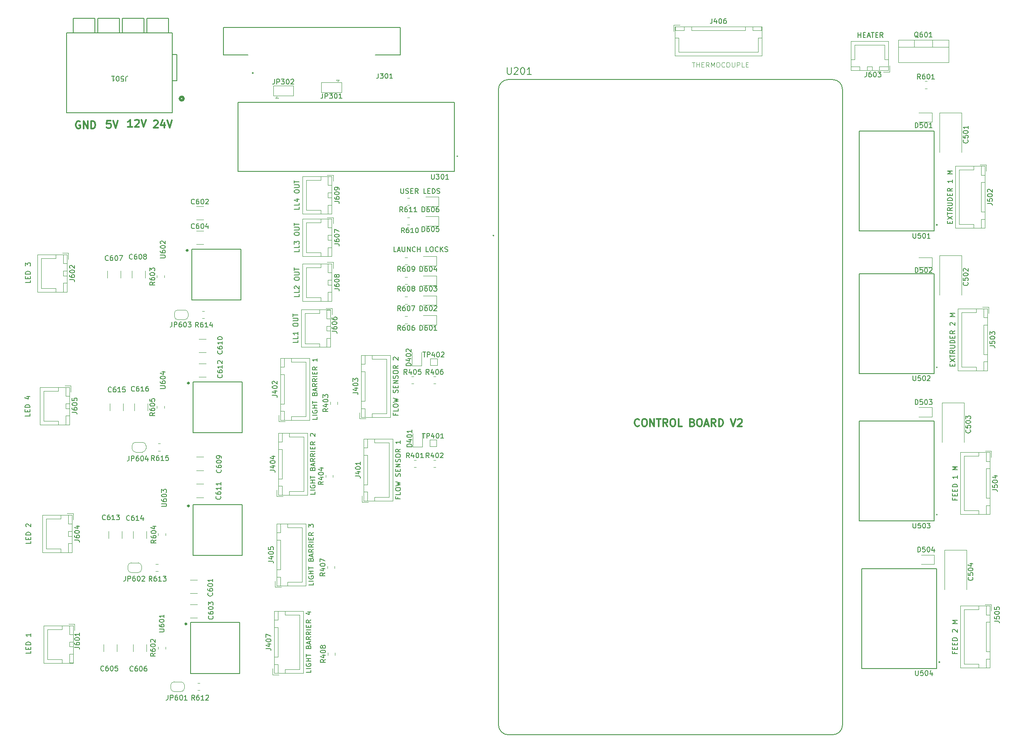
<source format=gbr>
%TF.GenerationSoftware,KiCad,Pcbnew,8.0.5*%
%TF.CreationDate,2024-11-06T09:35:56+01:00*%
%TF.ProjectId,Control board,436f6e74-726f-46c2-9062-6f6172642e6b,rev?*%
%TF.SameCoordinates,Original*%
%TF.FileFunction,Legend,Top*%
%TF.FilePolarity,Positive*%
%FSLAX46Y46*%
G04 Gerber Fmt 4.6, Leading zero omitted, Abs format (unit mm)*
G04 Created by KiCad (PCBNEW 8.0.5) date 2024-11-06 09:35:56*
%MOMM*%
%LPD*%
G01*
G04 APERTURE LIST*
%ADD10C,0.150000*%
%ADD11C,0.300000*%
%ADD12C,0.100000*%
%ADD13C,0.127000*%
%ADD14C,0.200000*%
%ADD15C,0.120000*%
%ADD16C,0.152400*%
%ADD17C,0.508000*%
%ADD18C,0.400000*%
G04 APERTURE END LIST*
D10*
X130641779Y-49009819D02*
X130641779Y-49819342D01*
X130641779Y-49819342D02*
X130689398Y-49914580D01*
X130689398Y-49914580D02*
X130737017Y-49962200D01*
X130737017Y-49962200D02*
X130832255Y-50009819D01*
X130832255Y-50009819D02*
X131022731Y-50009819D01*
X131022731Y-50009819D02*
X131117969Y-49962200D01*
X131117969Y-49962200D02*
X131165588Y-49914580D01*
X131165588Y-49914580D02*
X131213207Y-49819342D01*
X131213207Y-49819342D02*
X131213207Y-49009819D01*
X131641779Y-49962200D02*
X131784636Y-50009819D01*
X131784636Y-50009819D02*
X132022731Y-50009819D01*
X132022731Y-50009819D02*
X132117969Y-49962200D01*
X132117969Y-49962200D02*
X132165588Y-49914580D01*
X132165588Y-49914580D02*
X132213207Y-49819342D01*
X132213207Y-49819342D02*
X132213207Y-49724104D01*
X132213207Y-49724104D02*
X132165588Y-49628866D01*
X132165588Y-49628866D02*
X132117969Y-49581247D01*
X132117969Y-49581247D02*
X132022731Y-49533628D01*
X132022731Y-49533628D02*
X131832255Y-49486009D01*
X131832255Y-49486009D02*
X131737017Y-49438390D01*
X131737017Y-49438390D02*
X131689398Y-49390771D01*
X131689398Y-49390771D02*
X131641779Y-49295533D01*
X131641779Y-49295533D02*
X131641779Y-49200295D01*
X131641779Y-49200295D02*
X131689398Y-49105057D01*
X131689398Y-49105057D02*
X131737017Y-49057438D01*
X131737017Y-49057438D02*
X131832255Y-49009819D01*
X131832255Y-49009819D02*
X132070350Y-49009819D01*
X132070350Y-49009819D02*
X132213207Y-49057438D01*
X132641779Y-49486009D02*
X132975112Y-49486009D01*
X133117969Y-50009819D02*
X132641779Y-50009819D01*
X132641779Y-50009819D02*
X132641779Y-49009819D01*
X132641779Y-49009819D02*
X133117969Y-49009819D01*
X134117969Y-50009819D02*
X133784636Y-49533628D01*
X133546541Y-50009819D02*
X133546541Y-49009819D01*
X133546541Y-49009819D02*
X133927493Y-49009819D01*
X133927493Y-49009819D02*
X134022731Y-49057438D01*
X134022731Y-49057438D02*
X134070350Y-49105057D01*
X134070350Y-49105057D02*
X134117969Y-49200295D01*
X134117969Y-49200295D02*
X134117969Y-49343152D01*
X134117969Y-49343152D02*
X134070350Y-49438390D01*
X134070350Y-49438390D02*
X134022731Y-49486009D01*
X134022731Y-49486009D02*
X133927493Y-49533628D01*
X133927493Y-49533628D02*
X133546541Y-49533628D01*
X135784636Y-50009819D02*
X135308446Y-50009819D01*
X135308446Y-50009819D02*
X135308446Y-49009819D01*
X136117970Y-49486009D02*
X136451303Y-49486009D01*
X136594160Y-50009819D02*
X136117970Y-50009819D01*
X136117970Y-50009819D02*
X136117970Y-49009819D01*
X136117970Y-49009819D02*
X136594160Y-49009819D01*
X137022732Y-50009819D02*
X137022732Y-49009819D01*
X137022732Y-49009819D02*
X137260827Y-49009819D01*
X137260827Y-49009819D02*
X137403684Y-49057438D01*
X137403684Y-49057438D02*
X137498922Y-49152676D01*
X137498922Y-49152676D02*
X137546541Y-49247914D01*
X137546541Y-49247914D02*
X137594160Y-49438390D01*
X137594160Y-49438390D02*
X137594160Y-49581247D01*
X137594160Y-49581247D02*
X137546541Y-49771723D01*
X137546541Y-49771723D02*
X137498922Y-49866961D01*
X137498922Y-49866961D02*
X137403684Y-49962200D01*
X137403684Y-49962200D02*
X137260827Y-50009819D01*
X137260827Y-50009819D02*
X137022732Y-50009819D01*
X137975113Y-49962200D02*
X138117970Y-50009819D01*
X138117970Y-50009819D02*
X138356065Y-50009819D01*
X138356065Y-50009819D02*
X138451303Y-49962200D01*
X138451303Y-49962200D02*
X138498922Y-49914580D01*
X138498922Y-49914580D02*
X138546541Y-49819342D01*
X138546541Y-49819342D02*
X138546541Y-49724104D01*
X138546541Y-49724104D02*
X138498922Y-49628866D01*
X138498922Y-49628866D02*
X138451303Y-49581247D01*
X138451303Y-49581247D02*
X138356065Y-49533628D01*
X138356065Y-49533628D02*
X138165589Y-49486009D01*
X138165589Y-49486009D02*
X138070351Y-49438390D01*
X138070351Y-49438390D02*
X138022732Y-49390771D01*
X138022732Y-49390771D02*
X137975113Y-49295533D01*
X137975113Y-49295533D02*
X137975113Y-49200295D01*
X137975113Y-49200295D02*
X138022732Y-49105057D01*
X138022732Y-49105057D02*
X138070351Y-49057438D01*
X138070351Y-49057438D02*
X138165589Y-49009819D01*
X138165589Y-49009819D02*
X138403684Y-49009819D01*
X138403684Y-49009819D02*
X138546541Y-49057438D01*
X129702969Y-61859819D02*
X129226779Y-61859819D01*
X129226779Y-61859819D02*
X129226779Y-60859819D01*
X129988684Y-61574104D02*
X130464874Y-61574104D01*
X129893446Y-61859819D02*
X130226779Y-60859819D01*
X130226779Y-60859819D02*
X130560112Y-61859819D01*
X130893446Y-60859819D02*
X130893446Y-61669342D01*
X130893446Y-61669342D02*
X130941065Y-61764580D01*
X130941065Y-61764580D02*
X130988684Y-61812200D01*
X130988684Y-61812200D02*
X131083922Y-61859819D01*
X131083922Y-61859819D02*
X131274398Y-61859819D01*
X131274398Y-61859819D02*
X131369636Y-61812200D01*
X131369636Y-61812200D02*
X131417255Y-61764580D01*
X131417255Y-61764580D02*
X131464874Y-61669342D01*
X131464874Y-61669342D02*
X131464874Y-60859819D01*
X131941065Y-61859819D02*
X131941065Y-60859819D01*
X131941065Y-60859819D02*
X132512493Y-61859819D01*
X132512493Y-61859819D02*
X132512493Y-60859819D01*
X133560112Y-61764580D02*
X133512493Y-61812200D01*
X133512493Y-61812200D02*
X133369636Y-61859819D01*
X133369636Y-61859819D02*
X133274398Y-61859819D01*
X133274398Y-61859819D02*
X133131541Y-61812200D01*
X133131541Y-61812200D02*
X133036303Y-61716961D01*
X133036303Y-61716961D02*
X132988684Y-61621723D01*
X132988684Y-61621723D02*
X132941065Y-61431247D01*
X132941065Y-61431247D02*
X132941065Y-61288390D01*
X132941065Y-61288390D02*
X132988684Y-61097914D01*
X132988684Y-61097914D02*
X133036303Y-61002676D01*
X133036303Y-61002676D02*
X133131541Y-60907438D01*
X133131541Y-60907438D02*
X133274398Y-60859819D01*
X133274398Y-60859819D02*
X133369636Y-60859819D01*
X133369636Y-60859819D02*
X133512493Y-60907438D01*
X133512493Y-60907438D02*
X133560112Y-60955057D01*
X133988684Y-61859819D02*
X133988684Y-60859819D01*
X133988684Y-61336009D02*
X134560112Y-61336009D01*
X134560112Y-61859819D02*
X134560112Y-60859819D01*
X136274398Y-61859819D02*
X135798208Y-61859819D01*
X135798208Y-61859819D02*
X135798208Y-60859819D01*
X136798208Y-60859819D02*
X136988684Y-60859819D01*
X136988684Y-60859819D02*
X137083922Y-60907438D01*
X137083922Y-60907438D02*
X137179160Y-61002676D01*
X137179160Y-61002676D02*
X137226779Y-61193152D01*
X137226779Y-61193152D02*
X137226779Y-61526485D01*
X137226779Y-61526485D02*
X137179160Y-61716961D01*
X137179160Y-61716961D02*
X137083922Y-61812200D01*
X137083922Y-61812200D02*
X136988684Y-61859819D01*
X136988684Y-61859819D02*
X136798208Y-61859819D01*
X136798208Y-61859819D02*
X136702970Y-61812200D01*
X136702970Y-61812200D02*
X136607732Y-61716961D01*
X136607732Y-61716961D02*
X136560113Y-61526485D01*
X136560113Y-61526485D02*
X136560113Y-61193152D01*
X136560113Y-61193152D02*
X136607732Y-61002676D01*
X136607732Y-61002676D02*
X136702970Y-60907438D01*
X136702970Y-60907438D02*
X136798208Y-60859819D01*
X138226779Y-61764580D02*
X138179160Y-61812200D01*
X138179160Y-61812200D02*
X138036303Y-61859819D01*
X138036303Y-61859819D02*
X137941065Y-61859819D01*
X137941065Y-61859819D02*
X137798208Y-61812200D01*
X137798208Y-61812200D02*
X137702970Y-61716961D01*
X137702970Y-61716961D02*
X137655351Y-61621723D01*
X137655351Y-61621723D02*
X137607732Y-61431247D01*
X137607732Y-61431247D02*
X137607732Y-61288390D01*
X137607732Y-61288390D02*
X137655351Y-61097914D01*
X137655351Y-61097914D02*
X137702970Y-61002676D01*
X137702970Y-61002676D02*
X137798208Y-60907438D01*
X137798208Y-60907438D02*
X137941065Y-60859819D01*
X137941065Y-60859819D02*
X138036303Y-60859819D01*
X138036303Y-60859819D02*
X138179160Y-60907438D01*
X138179160Y-60907438D02*
X138226779Y-60955057D01*
X138655351Y-61859819D02*
X138655351Y-60859819D01*
X139226779Y-61859819D02*
X138798208Y-61288390D01*
X139226779Y-60859819D02*
X138655351Y-61431247D01*
X139607732Y-61812200D02*
X139750589Y-61859819D01*
X139750589Y-61859819D02*
X139988684Y-61859819D01*
X139988684Y-61859819D02*
X140083922Y-61812200D01*
X140083922Y-61812200D02*
X140131541Y-61764580D01*
X140131541Y-61764580D02*
X140179160Y-61669342D01*
X140179160Y-61669342D02*
X140179160Y-61574104D01*
X140179160Y-61574104D02*
X140131541Y-61478866D01*
X140131541Y-61478866D02*
X140083922Y-61431247D01*
X140083922Y-61431247D02*
X139988684Y-61383628D01*
X139988684Y-61383628D02*
X139798208Y-61336009D01*
X139798208Y-61336009D02*
X139702970Y-61288390D01*
X139702970Y-61288390D02*
X139655351Y-61240771D01*
X139655351Y-61240771D02*
X139607732Y-61145533D01*
X139607732Y-61145533D02*
X139607732Y-61050295D01*
X139607732Y-61050295D02*
X139655351Y-60955057D01*
X139655351Y-60955057D02*
X139702970Y-60907438D01*
X139702970Y-60907438D02*
X139798208Y-60859819D01*
X139798208Y-60859819D02*
X140036303Y-60859819D01*
X140036303Y-60859819D02*
X140179160Y-60907438D01*
D11*
X179131653Y-97247971D02*
X179060225Y-97319400D01*
X179060225Y-97319400D02*
X178845939Y-97390828D01*
X178845939Y-97390828D02*
X178703082Y-97390828D01*
X178703082Y-97390828D02*
X178488796Y-97319400D01*
X178488796Y-97319400D02*
X178345939Y-97176542D01*
X178345939Y-97176542D02*
X178274510Y-97033685D01*
X178274510Y-97033685D02*
X178203082Y-96747971D01*
X178203082Y-96747971D02*
X178203082Y-96533685D01*
X178203082Y-96533685D02*
X178274510Y-96247971D01*
X178274510Y-96247971D02*
X178345939Y-96105114D01*
X178345939Y-96105114D02*
X178488796Y-95962257D01*
X178488796Y-95962257D02*
X178703082Y-95890828D01*
X178703082Y-95890828D02*
X178845939Y-95890828D01*
X178845939Y-95890828D02*
X179060225Y-95962257D01*
X179060225Y-95962257D02*
X179131653Y-96033685D01*
X180060225Y-95890828D02*
X180345939Y-95890828D01*
X180345939Y-95890828D02*
X180488796Y-95962257D01*
X180488796Y-95962257D02*
X180631653Y-96105114D01*
X180631653Y-96105114D02*
X180703082Y-96390828D01*
X180703082Y-96390828D02*
X180703082Y-96890828D01*
X180703082Y-96890828D02*
X180631653Y-97176542D01*
X180631653Y-97176542D02*
X180488796Y-97319400D01*
X180488796Y-97319400D02*
X180345939Y-97390828D01*
X180345939Y-97390828D02*
X180060225Y-97390828D01*
X180060225Y-97390828D02*
X179917368Y-97319400D01*
X179917368Y-97319400D02*
X179774510Y-97176542D01*
X179774510Y-97176542D02*
X179703082Y-96890828D01*
X179703082Y-96890828D02*
X179703082Y-96390828D01*
X179703082Y-96390828D02*
X179774510Y-96105114D01*
X179774510Y-96105114D02*
X179917368Y-95962257D01*
X179917368Y-95962257D02*
X180060225Y-95890828D01*
X181345939Y-97390828D02*
X181345939Y-95890828D01*
X181345939Y-95890828D02*
X182203082Y-97390828D01*
X182203082Y-97390828D02*
X182203082Y-95890828D01*
X182703083Y-95890828D02*
X183560226Y-95890828D01*
X183131654Y-97390828D02*
X183131654Y-95890828D01*
X184917368Y-97390828D02*
X184417368Y-96676542D01*
X184060225Y-97390828D02*
X184060225Y-95890828D01*
X184060225Y-95890828D02*
X184631654Y-95890828D01*
X184631654Y-95890828D02*
X184774511Y-95962257D01*
X184774511Y-95962257D02*
X184845940Y-96033685D01*
X184845940Y-96033685D02*
X184917368Y-96176542D01*
X184917368Y-96176542D02*
X184917368Y-96390828D01*
X184917368Y-96390828D02*
X184845940Y-96533685D01*
X184845940Y-96533685D02*
X184774511Y-96605114D01*
X184774511Y-96605114D02*
X184631654Y-96676542D01*
X184631654Y-96676542D02*
X184060225Y-96676542D01*
X185845940Y-95890828D02*
X186131654Y-95890828D01*
X186131654Y-95890828D02*
X186274511Y-95962257D01*
X186274511Y-95962257D02*
X186417368Y-96105114D01*
X186417368Y-96105114D02*
X186488797Y-96390828D01*
X186488797Y-96390828D02*
X186488797Y-96890828D01*
X186488797Y-96890828D02*
X186417368Y-97176542D01*
X186417368Y-97176542D02*
X186274511Y-97319400D01*
X186274511Y-97319400D02*
X186131654Y-97390828D01*
X186131654Y-97390828D02*
X185845940Y-97390828D01*
X185845940Y-97390828D02*
X185703083Y-97319400D01*
X185703083Y-97319400D02*
X185560225Y-97176542D01*
X185560225Y-97176542D02*
X185488797Y-96890828D01*
X185488797Y-96890828D02*
X185488797Y-96390828D01*
X185488797Y-96390828D02*
X185560225Y-96105114D01*
X185560225Y-96105114D02*
X185703083Y-95962257D01*
X185703083Y-95962257D02*
X185845940Y-95890828D01*
X187845940Y-97390828D02*
X187131654Y-97390828D01*
X187131654Y-97390828D02*
X187131654Y-95890828D01*
X189988797Y-96605114D02*
X190203083Y-96676542D01*
X190203083Y-96676542D02*
X190274512Y-96747971D01*
X190274512Y-96747971D02*
X190345940Y-96890828D01*
X190345940Y-96890828D02*
X190345940Y-97105114D01*
X190345940Y-97105114D02*
X190274512Y-97247971D01*
X190274512Y-97247971D02*
X190203083Y-97319400D01*
X190203083Y-97319400D02*
X190060226Y-97390828D01*
X190060226Y-97390828D02*
X189488797Y-97390828D01*
X189488797Y-97390828D02*
X189488797Y-95890828D01*
X189488797Y-95890828D02*
X189988797Y-95890828D01*
X189988797Y-95890828D02*
X190131655Y-95962257D01*
X190131655Y-95962257D02*
X190203083Y-96033685D01*
X190203083Y-96033685D02*
X190274512Y-96176542D01*
X190274512Y-96176542D02*
X190274512Y-96319400D01*
X190274512Y-96319400D02*
X190203083Y-96462257D01*
X190203083Y-96462257D02*
X190131655Y-96533685D01*
X190131655Y-96533685D02*
X189988797Y-96605114D01*
X189988797Y-96605114D02*
X189488797Y-96605114D01*
X191274512Y-95890828D02*
X191560226Y-95890828D01*
X191560226Y-95890828D02*
X191703083Y-95962257D01*
X191703083Y-95962257D02*
X191845940Y-96105114D01*
X191845940Y-96105114D02*
X191917369Y-96390828D01*
X191917369Y-96390828D02*
X191917369Y-96890828D01*
X191917369Y-96890828D02*
X191845940Y-97176542D01*
X191845940Y-97176542D02*
X191703083Y-97319400D01*
X191703083Y-97319400D02*
X191560226Y-97390828D01*
X191560226Y-97390828D02*
X191274512Y-97390828D01*
X191274512Y-97390828D02*
X191131655Y-97319400D01*
X191131655Y-97319400D02*
X190988797Y-97176542D01*
X190988797Y-97176542D02*
X190917369Y-96890828D01*
X190917369Y-96890828D02*
X190917369Y-96390828D01*
X190917369Y-96390828D02*
X190988797Y-96105114D01*
X190988797Y-96105114D02*
X191131655Y-95962257D01*
X191131655Y-95962257D02*
X191274512Y-95890828D01*
X192488798Y-96962257D02*
X193203084Y-96962257D01*
X192345941Y-97390828D02*
X192845941Y-95890828D01*
X192845941Y-95890828D02*
X193345941Y-97390828D01*
X194703083Y-97390828D02*
X194203083Y-96676542D01*
X193845940Y-97390828D02*
X193845940Y-95890828D01*
X193845940Y-95890828D02*
X194417369Y-95890828D01*
X194417369Y-95890828D02*
X194560226Y-95962257D01*
X194560226Y-95962257D02*
X194631655Y-96033685D01*
X194631655Y-96033685D02*
X194703083Y-96176542D01*
X194703083Y-96176542D02*
X194703083Y-96390828D01*
X194703083Y-96390828D02*
X194631655Y-96533685D01*
X194631655Y-96533685D02*
X194560226Y-96605114D01*
X194560226Y-96605114D02*
X194417369Y-96676542D01*
X194417369Y-96676542D02*
X193845940Y-96676542D01*
X195345940Y-97390828D02*
X195345940Y-95890828D01*
X195345940Y-95890828D02*
X195703083Y-95890828D01*
X195703083Y-95890828D02*
X195917369Y-95962257D01*
X195917369Y-95962257D02*
X196060226Y-96105114D01*
X196060226Y-96105114D02*
X196131655Y-96247971D01*
X196131655Y-96247971D02*
X196203083Y-96533685D01*
X196203083Y-96533685D02*
X196203083Y-96747971D01*
X196203083Y-96747971D02*
X196131655Y-97033685D01*
X196131655Y-97033685D02*
X196060226Y-97176542D01*
X196060226Y-97176542D02*
X195917369Y-97319400D01*
X195917369Y-97319400D02*
X195703083Y-97390828D01*
X195703083Y-97390828D02*
X195345940Y-97390828D01*
X197774512Y-95890828D02*
X198274512Y-97390828D01*
X198274512Y-97390828D02*
X198774512Y-95890828D01*
X199203083Y-96033685D02*
X199274511Y-95962257D01*
X199274511Y-95962257D02*
X199417369Y-95890828D01*
X199417369Y-95890828D02*
X199774511Y-95890828D01*
X199774511Y-95890828D02*
X199917369Y-95962257D01*
X199917369Y-95962257D02*
X199988797Y-96033685D01*
X199988797Y-96033685D02*
X200060226Y-96176542D01*
X200060226Y-96176542D02*
X200060226Y-96319400D01*
X200060226Y-96319400D02*
X199988797Y-96533685D01*
X199988797Y-96533685D02*
X199131654Y-97390828D01*
X199131654Y-97390828D02*
X200060226Y-97390828D01*
D12*
X189891027Y-23302419D02*
X190462455Y-23302419D01*
X190176741Y-24302419D02*
X190176741Y-23302419D01*
X190795789Y-24302419D02*
X190795789Y-23302419D01*
X190795789Y-23778609D02*
X191367217Y-23778609D01*
X191367217Y-24302419D02*
X191367217Y-23302419D01*
X191843408Y-23778609D02*
X192176741Y-23778609D01*
X192319598Y-24302419D02*
X191843408Y-24302419D01*
X191843408Y-24302419D02*
X191843408Y-23302419D01*
X191843408Y-23302419D02*
X192319598Y-23302419D01*
X193319598Y-24302419D02*
X192986265Y-23826228D01*
X192748170Y-24302419D02*
X192748170Y-23302419D01*
X192748170Y-23302419D02*
X193129122Y-23302419D01*
X193129122Y-23302419D02*
X193224360Y-23350038D01*
X193224360Y-23350038D02*
X193271979Y-23397657D01*
X193271979Y-23397657D02*
X193319598Y-23492895D01*
X193319598Y-23492895D02*
X193319598Y-23635752D01*
X193319598Y-23635752D02*
X193271979Y-23730990D01*
X193271979Y-23730990D02*
X193224360Y-23778609D01*
X193224360Y-23778609D02*
X193129122Y-23826228D01*
X193129122Y-23826228D02*
X192748170Y-23826228D01*
X193748170Y-24302419D02*
X193748170Y-23302419D01*
X193748170Y-23302419D02*
X194081503Y-24016704D01*
X194081503Y-24016704D02*
X194414836Y-23302419D01*
X194414836Y-23302419D02*
X194414836Y-24302419D01*
X195081503Y-23302419D02*
X195271979Y-23302419D01*
X195271979Y-23302419D02*
X195367217Y-23350038D01*
X195367217Y-23350038D02*
X195462455Y-23445276D01*
X195462455Y-23445276D02*
X195510074Y-23635752D01*
X195510074Y-23635752D02*
X195510074Y-23969085D01*
X195510074Y-23969085D02*
X195462455Y-24159561D01*
X195462455Y-24159561D02*
X195367217Y-24254800D01*
X195367217Y-24254800D02*
X195271979Y-24302419D01*
X195271979Y-24302419D02*
X195081503Y-24302419D01*
X195081503Y-24302419D02*
X194986265Y-24254800D01*
X194986265Y-24254800D02*
X194891027Y-24159561D01*
X194891027Y-24159561D02*
X194843408Y-23969085D01*
X194843408Y-23969085D02*
X194843408Y-23635752D01*
X194843408Y-23635752D02*
X194891027Y-23445276D01*
X194891027Y-23445276D02*
X194986265Y-23350038D01*
X194986265Y-23350038D02*
X195081503Y-23302419D01*
X196510074Y-24207180D02*
X196462455Y-24254800D01*
X196462455Y-24254800D02*
X196319598Y-24302419D01*
X196319598Y-24302419D02*
X196224360Y-24302419D01*
X196224360Y-24302419D02*
X196081503Y-24254800D01*
X196081503Y-24254800D02*
X195986265Y-24159561D01*
X195986265Y-24159561D02*
X195938646Y-24064323D01*
X195938646Y-24064323D02*
X195891027Y-23873847D01*
X195891027Y-23873847D02*
X195891027Y-23730990D01*
X195891027Y-23730990D02*
X195938646Y-23540514D01*
X195938646Y-23540514D02*
X195986265Y-23445276D01*
X195986265Y-23445276D02*
X196081503Y-23350038D01*
X196081503Y-23350038D02*
X196224360Y-23302419D01*
X196224360Y-23302419D02*
X196319598Y-23302419D01*
X196319598Y-23302419D02*
X196462455Y-23350038D01*
X196462455Y-23350038D02*
X196510074Y-23397657D01*
X197129122Y-23302419D02*
X197319598Y-23302419D01*
X197319598Y-23302419D02*
X197414836Y-23350038D01*
X197414836Y-23350038D02*
X197510074Y-23445276D01*
X197510074Y-23445276D02*
X197557693Y-23635752D01*
X197557693Y-23635752D02*
X197557693Y-23969085D01*
X197557693Y-23969085D02*
X197510074Y-24159561D01*
X197510074Y-24159561D02*
X197414836Y-24254800D01*
X197414836Y-24254800D02*
X197319598Y-24302419D01*
X197319598Y-24302419D02*
X197129122Y-24302419D01*
X197129122Y-24302419D02*
X197033884Y-24254800D01*
X197033884Y-24254800D02*
X196938646Y-24159561D01*
X196938646Y-24159561D02*
X196891027Y-23969085D01*
X196891027Y-23969085D02*
X196891027Y-23635752D01*
X196891027Y-23635752D02*
X196938646Y-23445276D01*
X196938646Y-23445276D02*
X197033884Y-23350038D01*
X197033884Y-23350038D02*
X197129122Y-23302419D01*
X197986265Y-23302419D02*
X197986265Y-24111942D01*
X197986265Y-24111942D02*
X198033884Y-24207180D01*
X198033884Y-24207180D02*
X198081503Y-24254800D01*
X198081503Y-24254800D02*
X198176741Y-24302419D01*
X198176741Y-24302419D02*
X198367217Y-24302419D01*
X198367217Y-24302419D02*
X198462455Y-24254800D01*
X198462455Y-24254800D02*
X198510074Y-24207180D01*
X198510074Y-24207180D02*
X198557693Y-24111942D01*
X198557693Y-24111942D02*
X198557693Y-23302419D01*
X199033884Y-24302419D02*
X199033884Y-23302419D01*
X199033884Y-23302419D02*
X199414836Y-23302419D01*
X199414836Y-23302419D02*
X199510074Y-23350038D01*
X199510074Y-23350038D02*
X199557693Y-23397657D01*
X199557693Y-23397657D02*
X199605312Y-23492895D01*
X199605312Y-23492895D02*
X199605312Y-23635752D01*
X199605312Y-23635752D02*
X199557693Y-23730990D01*
X199557693Y-23730990D02*
X199510074Y-23778609D01*
X199510074Y-23778609D02*
X199414836Y-23826228D01*
X199414836Y-23826228D02*
X199033884Y-23826228D01*
X200510074Y-24302419D02*
X200033884Y-24302419D01*
X200033884Y-24302419D02*
X200033884Y-23302419D01*
X200843408Y-23778609D02*
X201176741Y-23778609D01*
X201319598Y-24302419D02*
X200843408Y-24302419D01*
X200843408Y-24302419D02*
X200843408Y-23302419D01*
X200843408Y-23302419D02*
X201319598Y-23302419D01*
D11*
X80363082Y-35263685D02*
X80434510Y-35192257D01*
X80434510Y-35192257D02*
X80577368Y-35120828D01*
X80577368Y-35120828D02*
X80934510Y-35120828D01*
X80934510Y-35120828D02*
X81077368Y-35192257D01*
X81077368Y-35192257D02*
X81148796Y-35263685D01*
X81148796Y-35263685D02*
X81220225Y-35406542D01*
X81220225Y-35406542D02*
X81220225Y-35549400D01*
X81220225Y-35549400D02*
X81148796Y-35763685D01*
X81148796Y-35763685D02*
X80291653Y-36620828D01*
X80291653Y-36620828D02*
X81220225Y-36620828D01*
X82505939Y-35620828D02*
X82505939Y-36620828D01*
X82148796Y-35049400D02*
X81791653Y-36120828D01*
X81791653Y-36120828D02*
X82720224Y-36120828D01*
X83077367Y-35120828D02*
X83577367Y-36620828D01*
X83577367Y-36620828D02*
X84077367Y-35120828D01*
X65340225Y-35372257D02*
X65197368Y-35300828D01*
X65197368Y-35300828D02*
X64983082Y-35300828D01*
X64983082Y-35300828D02*
X64768796Y-35372257D01*
X64768796Y-35372257D02*
X64625939Y-35515114D01*
X64625939Y-35515114D02*
X64554510Y-35657971D01*
X64554510Y-35657971D02*
X64483082Y-35943685D01*
X64483082Y-35943685D02*
X64483082Y-36157971D01*
X64483082Y-36157971D02*
X64554510Y-36443685D01*
X64554510Y-36443685D02*
X64625939Y-36586542D01*
X64625939Y-36586542D02*
X64768796Y-36729400D01*
X64768796Y-36729400D02*
X64983082Y-36800828D01*
X64983082Y-36800828D02*
X65125939Y-36800828D01*
X65125939Y-36800828D02*
X65340225Y-36729400D01*
X65340225Y-36729400D02*
X65411653Y-36657971D01*
X65411653Y-36657971D02*
X65411653Y-36157971D01*
X65411653Y-36157971D02*
X65125939Y-36157971D01*
X66054510Y-36800828D02*
X66054510Y-35300828D01*
X66054510Y-35300828D02*
X66911653Y-36800828D01*
X66911653Y-36800828D02*
X66911653Y-35300828D01*
X67625939Y-36800828D02*
X67625939Y-35300828D01*
X67625939Y-35300828D02*
X67983082Y-35300828D01*
X67983082Y-35300828D02*
X68197368Y-35372257D01*
X68197368Y-35372257D02*
X68340225Y-35515114D01*
X68340225Y-35515114D02*
X68411654Y-35657971D01*
X68411654Y-35657971D02*
X68483082Y-35943685D01*
X68483082Y-35943685D02*
X68483082Y-36157971D01*
X68483082Y-36157971D02*
X68411654Y-36443685D01*
X68411654Y-36443685D02*
X68340225Y-36586542D01*
X68340225Y-36586542D02*
X68197368Y-36729400D01*
X68197368Y-36729400D02*
X67983082Y-36800828D01*
X67983082Y-36800828D02*
X67625939Y-36800828D01*
X75960225Y-36500828D02*
X75103082Y-36500828D01*
X75531653Y-36500828D02*
X75531653Y-35000828D01*
X75531653Y-35000828D02*
X75388796Y-35215114D01*
X75388796Y-35215114D02*
X75245939Y-35357971D01*
X75245939Y-35357971D02*
X75103082Y-35429400D01*
X76531653Y-35143685D02*
X76603081Y-35072257D01*
X76603081Y-35072257D02*
X76745939Y-35000828D01*
X76745939Y-35000828D02*
X77103081Y-35000828D01*
X77103081Y-35000828D02*
X77245939Y-35072257D01*
X77245939Y-35072257D02*
X77317367Y-35143685D01*
X77317367Y-35143685D02*
X77388796Y-35286542D01*
X77388796Y-35286542D02*
X77388796Y-35429400D01*
X77388796Y-35429400D02*
X77317367Y-35643685D01*
X77317367Y-35643685D02*
X76460224Y-36500828D01*
X76460224Y-36500828D02*
X77388796Y-36500828D01*
X77817367Y-35000828D02*
X78317367Y-36500828D01*
X78317367Y-36500828D02*
X78817367Y-35000828D01*
X71568796Y-35180828D02*
X70854510Y-35180828D01*
X70854510Y-35180828D02*
X70783082Y-35895114D01*
X70783082Y-35895114D02*
X70854510Y-35823685D01*
X70854510Y-35823685D02*
X70997368Y-35752257D01*
X70997368Y-35752257D02*
X71354510Y-35752257D01*
X71354510Y-35752257D02*
X71497368Y-35823685D01*
X71497368Y-35823685D02*
X71568796Y-35895114D01*
X71568796Y-35895114D02*
X71640225Y-36037971D01*
X71640225Y-36037971D02*
X71640225Y-36395114D01*
X71640225Y-36395114D02*
X71568796Y-36537971D01*
X71568796Y-36537971D02*
X71497368Y-36609400D01*
X71497368Y-36609400D02*
X71354510Y-36680828D01*
X71354510Y-36680828D02*
X70997368Y-36680828D01*
X70997368Y-36680828D02*
X70854510Y-36609400D01*
X70854510Y-36609400D02*
X70783082Y-36537971D01*
X72068796Y-35180828D02*
X72568796Y-36680828D01*
X72568796Y-36680828D02*
X73068796Y-35180828D01*
D10*
X126039285Y-25589819D02*
X126039285Y-26304104D01*
X126039285Y-26304104D02*
X125991666Y-26446961D01*
X125991666Y-26446961D02*
X125896428Y-26542200D01*
X125896428Y-26542200D02*
X125753571Y-26589819D01*
X125753571Y-26589819D02*
X125658333Y-26589819D01*
X126420238Y-25589819D02*
X127039285Y-25589819D01*
X127039285Y-25589819D02*
X126705952Y-25970771D01*
X126705952Y-25970771D02*
X126848809Y-25970771D01*
X126848809Y-25970771D02*
X126944047Y-26018390D01*
X126944047Y-26018390D02*
X126991666Y-26066009D01*
X126991666Y-26066009D02*
X127039285Y-26161247D01*
X127039285Y-26161247D02*
X127039285Y-26399342D01*
X127039285Y-26399342D02*
X126991666Y-26494580D01*
X126991666Y-26494580D02*
X126944047Y-26542200D01*
X126944047Y-26542200D02*
X126848809Y-26589819D01*
X126848809Y-26589819D02*
X126563095Y-26589819D01*
X126563095Y-26589819D02*
X126467857Y-26542200D01*
X126467857Y-26542200D02*
X126420238Y-26494580D01*
X127658333Y-25589819D02*
X127753571Y-25589819D01*
X127753571Y-25589819D02*
X127848809Y-25637438D01*
X127848809Y-25637438D02*
X127896428Y-25685057D01*
X127896428Y-25685057D02*
X127944047Y-25780295D01*
X127944047Y-25780295D02*
X127991666Y-25970771D01*
X127991666Y-25970771D02*
X127991666Y-26208866D01*
X127991666Y-26208866D02*
X127944047Y-26399342D01*
X127944047Y-26399342D02*
X127896428Y-26494580D01*
X127896428Y-26494580D02*
X127848809Y-26542200D01*
X127848809Y-26542200D02*
X127753571Y-26589819D01*
X127753571Y-26589819D02*
X127658333Y-26589819D01*
X127658333Y-26589819D02*
X127563095Y-26542200D01*
X127563095Y-26542200D02*
X127515476Y-26494580D01*
X127515476Y-26494580D02*
X127467857Y-26399342D01*
X127467857Y-26399342D02*
X127420238Y-26208866D01*
X127420238Y-26208866D02*
X127420238Y-25970771D01*
X127420238Y-25970771D02*
X127467857Y-25780295D01*
X127467857Y-25780295D02*
X127515476Y-25685057D01*
X127515476Y-25685057D02*
X127563095Y-25637438D01*
X127563095Y-25637438D02*
X127658333Y-25589819D01*
X128944047Y-26589819D02*
X128372619Y-26589819D01*
X128658333Y-26589819D02*
X128658333Y-25589819D01*
X128658333Y-25589819D02*
X128563095Y-25732676D01*
X128563095Y-25732676D02*
X128467857Y-25827914D01*
X128467857Y-25827914D02*
X128372619Y-25875533D01*
X75430952Y-116439580D02*
X75383333Y-116487200D01*
X75383333Y-116487200D02*
X75240476Y-116534819D01*
X75240476Y-116534819D02*
X75145238Y-116534819D01*
X75145238Y-116534819D02*
X75002381Y-116487200D01*
X75002381Y-116487200D02*
X74907143Y-116391961D01*
X74907143Y-116391961D02*
X74859524Y-116296723D01*
X74859524Y-116296723D02*
X74811905Y-116106247D01*
X74811905Y-116106247D02*
X74811905Y-115963390D01*
X74811905Y-115963390D02*
X74859524Y-115772914D01*
X74859524Y-115772914D02*
X74907143Y-115677676D01*
X74907143Y-115677676D02*
X75002381Y-115582438D01*
X75002381Y-115582438D02*
X75145238Y-115534819D01*
X75145238Y-115534819D02*
X75240476Y-115534819D01*
X75240476Y-115534819D02*
X75383333Y-115582438D01*
X75383333Y-115582438D02*
X75430952Y-115630057D01*
X76288095Y-115534819D02*
X76097619Y-115534819D01*
X76097619Y-115534819D02*
X76002381Y-115582438D01*
X76002381Y-115582438D02*
X75954762Y-115630057D01*
X75954762Y-115630057D02*
X75859524Y-115772914D01*
X75859524Y-115772914D02*
X75811905Y-115963390D01*
X75811905Y-115963390D02*
X75811905Y-116344342D01*
X75811905Y-116344342D02*
X75859524Y-116439580D01*
X75859524Y-116439580D02*
X75907143Y-116487200D01*
X75907143Y-116487200D02*
X76002381Y-116534819D01*
X76002381Y-116534819D02*
X76192857Y-116534819D01*
X76192857Y-116534819D02*
X76288095Y-116487200D01*
X76288095Y-116487200D02*
X76335714Y-116439580D01*
X76335714Y-116439580D02*
X76383333Y-116344342D01*
X76383333Y-116344342D02*
X76383333Y-116106247D01*
X76383333Y-116106247D02*
X76335714Y-116011009D01*
X76335714Y-116011009D02*
X76288095Y-115963390D01*
X76288095Y-115963390D02*
X76192857Y-115915771D01*
X76192857Y-115915771D02*
X76002381Y-115915771D01*
X76002381Y-115915771D02*
X75907143Y-115963390D01*
X75907143Y-115963390D02*
X75859524Y-116011009D01*
X75859524Y-116011009D02*
X75811905Y-116106247D01*
X77335714Y-116534819D02*
X76764286Y-116534819D01*
X77050000Y-116534819D02*
X77050000Y-115534819D01*
X77050000Y-115534819D02*
X76954762Y-115677676D01*
X76954762Y-115677676D02*
X76859524Y-115772914D01*
X76859524Y-115772914D02*
X76764286Y-115820533D01*
X78192857Y-115868152D02*
X78192857Y-116534819D01*
X77954762Y-115487200D02*
X77716667Y-116201485D01*
X77716667Y-116201485D02*
X78335714Y-116201485D01*
X136380952Y-86804819D02*
X136047619Y-86328628D01*
X135809524Y-86804819D02*
X135809524Y-85804819D01*
X135809524Y-85804819D02*
X136190476Y-85804819D01*
X136190476Y-85804819D02*
X136285714Y-85852438D01*
X136285714Y-85852438D02*
X136333333Y-85900057D01*
X136333333Y-85900057D02*
X136380952Y-85995295D01*
X136380952Y-85995295D02*
X136380952Y-86138152D01*
X136380952Y-86138152D02*
X136333333Y-86233390D01*
X136333333Y-86233390D02*
X136285714Y-86281009D01*
X136285714Y-86281009D02*
X136190476Y-86328628D01*
X136190476Y-86328628D02*
X135809524Y-86328628D01*
X137238095Y-86138152D02*
X137238095Y-86804819D01*
X137000000Y-85757200D02*
X136761905Y-86471485D01*
X136761905Y-86471485D02*
X137380952Y-86471485D01*
X137952381Y-85804819D02*
X138047619Y-85804819D01*
X138047619Y-85804819D02*
X138142857Y-85852438D01*
X138142857Y-85852438D02*
X138190476Y-85900057D01*
X138190476Y-85900057D02*
X138238095Y-85995295D01*
X138238095Y-85995295D02*
X138285714Y-86185771D01*
X138285714Y-86185771D02*
X138285714Y-86423866D01*
X138285714Y-86423866D02*
X138238095Y-86614342D01*
X138238095Y-86614342D02*
X138190476Y-86709580D01*
X138190476Y-86709580D02*
X138142857Y-86757200D01*
X138142857Y-86757200D02*
X138047619Y-86804819D01*
X138047619Y-86804819D02*
X137952381Y-86804819D01*
X137952381Y-86804819D02*
X137857143Y-86757200D01*
X137857143Y-86757200D02*
X137809524Y-86709580D01*
X137809524Y-86709580D02*
X137761905Y-86614342D01*
X137761905Y-86614342D02*
X137714286Y-86423866D01*
X137714286Y-86423866D02*
X137714286Y-86185771D01*
X137714286Y-86185771D02*
X137761905Y-85995295D01*
X137761905Y-85995295D02*
X137809524Y-85900057D01*
X137809524Y-85900057D02*
X137857143Y-85852438D01*
X137857143Y-85852438D02*
X137952381Y-85804819D01*
X139142857Y-85804819D02*
X138952381Y-85804819D01*
X138952381Y-85804819D02*
X138857143Y-85852438D01*
X138857143Y-85852438D02*
X138809524Y-85900057D01*
X138809524Y-85900057D02*
X138714286Y-86042914D01*
X138714286Y-86042914D02*
X138666667Y-86233390D01*
X138666667Y-86233390D02*
X138666667Y-86614342D01*
X138666667Y-86614342D02*
X138714286Y-86709580D01*
X138714286Y-86709580D02*
X138761905Y-86757200D01*
X138761905Y-86757200D02*
X138857143Y-86804819D01*
X138857143Y-86804819D02*
X139047619Y-86804819D01*
X139047619Y-86804819D02*
X139142857Y-86757200D01*
X139142857Y-86757200D02*
X139190476Y-86709580D01*
X139190476Y-86709580D02*
X139238095Y-86614342D01*
X139238095Y-86614342D02*
X139238095Y-86376247D01*
X139238095Y-86376247D02*
X139190476Y-86281009D01*
X139190476Y-86281009D02*
X139142857Y-86233390D01*
X139142857Y-86233390D02*
X139047619Y-86185771D01*
X139047619Y-86185771D02*
X138857143Y-86185771D01*
X138857143Y-86185771D02*
X138761905Y-86233390D01*
X138761905Y-86233390D02*
X138714286Y-86281009D01*
X138714286Y-86281009D02*
X138666667Y-86376247D01*
X235809524Y-122954819D02*
X235809524Y-121954819D01*
X235809524Y-121954819D02*
X236047619Y-121954819D01*
X236047619Y-121954819D02*
X236190476Y-122002438D01*
X236190476Y-122002438D02*
X236285714Y-122097676D01*
X236285714Y-122097676D02*
X236333333Y-122192914D01*
X236333333Y-122192914D02*
X236380952Y-122383390D01*
X236380952Y-122383390D02*
X236380952Y-122526247D01*
X236380952Y-122526247D02*
X236333333Y-122716723D01*
X236333333Y-122716723D02*
X236285714Y-122811961D01*
X236285714Y-122811961D02*
X236190476Y-122907200D01*
X236190476Y-122907200D02*
X236047619Y-122954819D01*
X236047619Y-122954819D02*
X235809524Y-122954819D01*
X237285714Y-121954819D02*
X236809524Y-121954819D01*
X236809524Y-121954819D02*
X236761905Y-122431009D01*
X236761905Y-122431009D02*
X236809524Y-122383390D01*
X236809524Y-122383390D02*
X236904762Y-122335771D01*
X236904762Y-122335771D02*
X237142857Y-122335771D01*
X237142857Y-122335771D02*
X237238095Y-122383390D01*
X237238095Y-122383390D02*
X237285714Y-122431009D01*
X237285714Y-122431009D02*
X237333333Y-122526247D01*
X237333333Y-122526247D02*
X237333333Y-122764342D01*
X237333333Y-122764342D02*
X237285714Y-122859580D01*
X237285714Y-122859580D02*
X237238095Y-122907200D01*
X237238095Y-122907200D02*
X237142857Y-122954819D01*
X237142857Y-122954819D02*
X236904762Y-122954819D01*
X236904762Y-122954819D02*
X236809524Y-122907200D01*
X236809524Y-122907200D02*
X236761905Y-122859580D01*
X237952381Y-121954819D02*
X238047619Y-121954819D01*
X238047619Y-121954819D02*
X238142857Y-122002438D01*
X238142857Y-122002438D02*
X238190476Y-122050057D01*
X238190476Y-122050057D02*
X238238095Y-122145295D01*
X238238095Y-122145295D02*
X238285714Y-122335771D01*
X238285714Y-122335771D02*
X238285714Y-122573866D01*
X238285714Y-122573866D02*
X238238095Y-122764342D01*
X238238095Y-122764342D02*
X238190476Y-122859580D01*
X238190476Y-122859580D02*
X238142857Y-122907200D01*
X238142857Y-122907200D02*
X238047619Y-122954819D01*
X238047619Y-122954819D02*
X237952381Y-122954819D01*
X237952381Y-122954819D02*
X237857143Y-122907200D01*
X237857143Y-122907200D02*
X237809524Y-122859580D01*
X237809524Y-122859580D02*
X237761905Y-122764342D01*
X237761905Y-122764342D02*
X237714286Y-122573866D01*
X237714286Y-122573866D02*
X237714286Y-122335771D01*
X237714286Y-122335771D02*
X237761905Y-122145295D01*
X237761905Y-122145295D02*
X237809524Y-122050057D01*
X237809524Y-122050057D02*
X237857143Y-122002438D01*
X237857143Y-122002438D02*
X237952381Y-121954819D01*
X239142857Y-122288152D02*
X239142857Y-122954819D01*
X238904762Y-121907200D02*
X238666667Y-122621485D01*
X238666667Y-122621485D02*
X239285714Y-122621485D01*
X236360952Y-26704819D02*
X236027619Y-26228628D01*
X235789524Y-26704819D02*
X235789524Y-25704819D01*
X235789524Y-25704819D02*
X236170476Y-25704819D01*
X236170476Y-25704819D02*
X236265714Y-25752438D01*
X236265714Y-25752438D02*
X236313333Y-25800057D01*
X236313333Y-25800057D02*
X236360952Y-25895295D01*
X236360952Y-25895295D02*
X236360952Y-26038152D01*
X236360952Y-26038152D02*
X236313333Y-26133390D01*
X236313333Y-26133390D02*
X236265714Y-26181009D01*
X236265714Y-26181009D02*
X236170476Y-26228628D01*
X236170476Y-26228628D02*
X235789524Y-26228628D01*
X237218095Y-25704819D02*
X237027619Y-25704819D01*
X237027619Y-25704819D02*
X236932381Y-25752438D01*
X236932381Y-25752438D02*
X236884762Y-25800057D01*
X236884762Y-25800057D02*
X236789524Y-25942914D01*
X236789524Y-25942914D02*
X236741905Y-26133390D01*
X236741905Y-26133390D02*
X236741905Y-26514342D01*
X236741905Y-26514342D02*
X236789524Y-26609580D01*
X236789524Y-26609580D02*
X236837143Y-26657200D01*
X236837143Y-26657200D02*
X236932381Y-26704819D01*
X236932381Y-26704819D02*
X237122857Y-26704819D01*
X237122857Y-26704819D02*
X237218095Y-26657200D01*
X237218095Y-26657200D02*
X237265714Y-26609580D01*
X237265714Y-26609580D02*
X237313333Y-26514342D01*
X237313333Y-26514342D02*
X237313333Y-26276247D01*
X237313333Y-26276247D02*
X237265714Y-26181009D01*
X237265714Y-26181009D02*
X237218095Y-26133390D01*
X237218095Y-26133390D02*
X237122857Y-26085771D01*
X237122857Y-26085771D02*
X236932381Y-26085771D01*
X236932381Y-26085771D02*
X236837143Y-26133390D01*
X236837143Y-26133390D02*
X236789524Y-26181009D01*
X236789524Y-26181009D02*
X236741905Y-26276247D01*
X237932381Y-25704819D02*
X238027619Y-25704819D01*
X238027619Y-25704819D02*
X238122857Y-25752438D01*
X238122857Y-25752438D02*
X238170476Y-25800057D01*
X238170476Y-25800057D02*
X238218095Y-25895295D01*
X238218095Y-25895295D02*
X238265714Y-26085771D01*
X238265714Y-26085771D02*
X238265714Y-26323866D01*
X238265714Y-26323866D02*
X238218095Y-26514342D01*
X238218095Y-26514342D02*
X238170476Y-26609580D01*
X238170476Y-26609580D02*
X238122857Y-26657200D01*
X238122857Y-26657200D02*
X238027619Y-26704819D01*
X238027619Y-26704819D02*
X237932381Y-26704819D01*
X237932381Y-26704819D02*
X237837143Y-26657200D01*
X237837143Y-26657200D02*
X237789524Y-26609580D01*
X237789524Y-26609580D02*
X237741905Y-26514342D01*
X237741905Y-26514342D02*
X237694286Y-26323866D01*
X237694286Y-26323866D02*
X237694286Y-26085771D01*
X237694286Y-26085771D02*
X237741905Y-25895295D01*
X237741905Y-25895295D02*
X237789524Y-25800057D01*
X237789524Y-25800057D02*
X237837143Y-25752438D01*
X237837143Y-25752438D02*
X237932381Y-25704819D01*
X239218095Y-26704819D02*
X238646667Y-26704819D01*
X238932381Y-26704819D02*
X238932381Y-25704819D01*
X238932381Y-25704819D02*
X238837143Y-25847676D01*
X238837143Y-25847676D02*
X238741905Y-25942914D01*
X238741905Y-25942914D02*
X238646667Y-25990533D01*
X74680815Y-27145181D02*
X74680815Y-26430896D01*
X74680815Y-26430896D02*
X74728434Y-26288039D01*
X74728434Y-26288039D02*
X74823672Y-26192801D01*
X74823672Y-26192801D02*
X74966529Y-26145181D01*
X74966529Y-26145181D02*
X75061767Y-26145181D01*
X73728434Y-27145181D02*
X74204624Y-27145181D01*
X74204624Y-27145181D02*
X74252243Y-26668991D01*
X74252243Y-26668991D02*
X74204624Y-26716610D01*
X74204624Y-26716610D02*
X74109386Y-26764229D01*
X74109386Y-26764229D02*
X73871291Y-26764229D01*
X73871291Y-26764229D02*
X73776053Y-26716610D01*
X73776053Y-26716610D02*
X73728434Y-26668991D01*
X73728434Y-26668991D02*
X73680815Y-26573753D01*
X73680815Y-26573753D02*
X73680815Y-26335658D01*
X73680815Y-26335658D02*
X73728434Y-26240420D01*
X73728434Y-26240420D02*
X73776053Y-26192801D01*
X73776053Y-26192801D02*
X73871291Y-26145181D01*
X73871291Y-26145181D02*
X74109386Y-26145181D01*
X74109386Y-26145181D02*
X74204624Y-26192801D01*
X74204624Y-26192801D02*
X74252243Y-26240420D01*
X73061767Y-27145181D02*
X72966529Y-27145181D01*
X72966529Y-27145181D02*
X72871291Y-27097562D01*
X72871291Y-27097562D02*
X72823672Y-27049943D01*
X72823672Y-27049943D02*
X72776053Y-26954705D01*
X72776053Y-26954705D02*
X72728434Y-26764229D01*
X72728434Y-26764229D02*
X72728434Y-26526134D01*
X72728434Y-26526134D02*
X72776053Y-26335658D01*
X72776053Y-26335658D02*
X72823672Y-26240420D01*
X72823672Y-26240420D02*
X72871291Y-26192801D01*
X72871291Y-26192801D02*
X72966529Y-26145181D01*
X72966529Y-26145181D02*
X73061767Y-26145181D01*
X73061767Y-26145181D02*
X73157005Y-26192801D01*
X73157005Y-26192801D02*
X73204624Y-26240420D01*
X73204624Y-26240420D02*
X73252243Y-26335658D01*
X73252243Y-26335658D02*
X73299862Y-26526134D01*
X73299862Y-26526134D02*
X73299862Y-26764229D01*
X73299862Y-26764229D02*
X73252243Y-26954705D01*
X73252243Y-26954705D02*
X73204624Y-27049943D01*
X73204624Y-27049943D02*
X73157005Y-27097562D01*
X73157005Y-27097562D02*
X73061767Y-27145181D01*
X71776053Y-26145181D02*
X72347481Y-26145181D01*
X72061767Y-26145181D02*
X72061767Y-27145181D01*
X72061767Y-27145181D02*
X72157005Y-27002324D01*
X72157005Y-27002324D02*
X72252243Y-26907086D01*
X72252243Y-26907086D02*
X72347481Y-26859467D01*
X94019580Y-106209047D02*
X94067200Y-106256666D01*
X94067200Y-106256666D02*
X94114819Y-106399523D01*
X94114819Y-106399523D02*
X94114819Y-106494761D01*
X94114819Y-106494761D02*
X94067200Y-106637618D01*
X94067200Y-106637618D02*
X93971961Y-106732856D01*
X93971961Y-106732856D02*
X93876723Y-106780475D01*
X93876723Y-106780475D02*
X93686247Y-106828094D01*
X93686247Y-106828094D02*
X93543390Y-106828094D01*
X93543390Y-106828094D02*
X93352914Y-106780475D01*
X93352914Y-106780475D02*
X93257676Y-106732856D01*
X93257676Y-106732856D02*
X93162438Y-106637618D01*
X93162438Y-106637618D02*
X93114819Y-106494761D01*
X93114819Y-106494761D02*
X93114819Y-106399523D01*
X93114819Y-106399523D02*
X93162438Y-106256666D01*
X93162438Y-106256666D02*
X93210057Y-106209047D01*
X93114819Y-105351904D02*
X93114819Y-105542380D01*
X93114819Y-105542380D02*
X93162438Y-105637618D01*
X93162438Y-105637618D02*
X93210057Y-105685237D01*
X93210057Y-105685237D02*
X93352914Y-105780475D01*
X93352914Y-105780475D02*
X93543390Y-105828094D01*
X93543390Y-105828094D02*
X93924342Y-105828094D01*
X93924342Y-105828094D02*
X94019580Y-105780475D01*
X94019580Y-105780475D02*
X94067200Y-105732856D01*
X94067200Y-105732856D02*
X94114819Y-105637618D01*
X94114819Y-105637618D02*
X94114819Y-105447142D01*
X94114819Y-105447142D02*
X94067200Y-105351904D01*
X94067200Y-105351904D02*
X94019580Y-105304285D01*
X94019580Y-105304285D02*
X93924342Y-105256666D01*
X93924342Y-105256666D02*
X93686247Y-105256666D01*
X93686247Y-105256666D02*
X93591009Y-105304285D01*
X93591009Y-105304285D02*
X93543390Y-105351904D01*
X93543390Y-105351904D02*
X93495771Y-105447142D01*
X93495771Y-105447142D02*
X93495771Y-105637618D01*
X93495771Y-105637618D02*
X93543390Y-105732856D01*
X93543390Y-105732856D02*
X93591009Y-105780475D01*
X93591009Y-105780475D02*
X93686247Y-105828094D01*
X93114819Y-104637618D02*
X93114819Y-104542380D01*
X93114819Y-104542380D02*
X93162438Y-104447142D01*
X93162438Y-104447142D02*
X93210057Y-104399523D01*
X93210057Y-104399523D02*
X93305295Y-104351904D01*
X93305295Y-104351904D02*
X93495771Y-104304285D01*
X93495771Y-104304285D02*
X93733866Y-104304285D01*
X93733866Y-104304285D02*
X93924342Y-104351904D01*
X93924342Y-104351904D02*
X94019580Y-104399523D01*
X94019580Y-104399523D02*
X94067200Y-104447142D01*
X94067200Y-104447142D02*
X94114819Y-104542380D01*
X94114819Y-104542380D02*
X94114819Y-104637618D01*
X94114819Y-104637618D02*
X94067200Y-104732856D01*
X94067200Y-104732856D02*
X94019580Y-104780475D01*
X94019580Y-104780475D02*
X93924342Y-104828094D01*
X93924342Y-104828094D02*
X93733866Y-104875713D01*
X93733866Y-104875713D02*
X93495771Y-104875713D01*
X93495771Y-104875713D02*
X93305295Y-104828094D01*
X93305295Y-104828094D02*
X93210057Y-104780475D01*
X93210057Y-104780475D02*
X93162438Y-104732856D01*
X93162438Y-104732856D02*
X93114819Y-104637618D01*
X94114819Y-103828094D02*
X94114819Y-103637618D01*
X94114819Y-103637618D02*
X94067200Y-103542380D01*
X94067200Y-103542380D02*
X94019580Y-103494761D01*
X94019580Y-103494761D02*
X93876723Y-103399523D01*
X93876723Y-103399523D02*
X93686247Y-103351904D01*
X93686247Y-103351904D02*
X93305295Y-103351904D01*
X93305295Y-103351904D02*
X93210057Y-103399523D01*
X93210057Y-103399523D02*
X93162438Y-103447142D01*
X93162438Y-103447142D02*
X93114819Y-103542380D01*
X93114819Y-103542380D02*
X93114819Y-103732856D01*
X93114819Y-103732856D02*
X93162438Y-103828094D01*
X93162438Y-103828094D02*
X93210057Y-103875713D01*
X93210057Y-103875713D02*
X93305295Y-103923332D01*
X93305295Y-103923332D02*
X93543390Y-103923332D01*
X93543390Y-103923332D02*
X93638628Y-103875713D01*
X93638628Y-103875713D02*
X93686247Y-103828094D01*
X93686247Y-103828094D02*
X93733866Y-103732856D01*
X93733866Y-103732856D02*
X93733866Y-103542380D01*
X93733866Y-103542380D02*
X93686247Y-103447142D01*
X93686247Y-103447142D02*
X93638628Y-103399523D01*
X93638628Y-103399523D02*
X93543390Y-103351904D01*
X81704819Y-63134285D02*
X82514342Y-63134285D01*
X82514342Y-63134285D02*
X82609580Y-63086666D01*
X82609580Y-63086666D02*
X82657200Y-63039047D01*
X82657200Y-63039047D02*
X82704819Y-62943809D01*
X82704819Y-62943809D02*
X82704819Y-62753333D01*
X82704819Y-62753333D02*
X82657200Y-62658095D01*
X82657200Y-62658095D02*
X82609580Y-62610476D01*
X82609580Y-62610476D02*
X82514342Y-62562857D01*
X82514342Y-62562857D02*
X81704819Y-62562857D01*
X81704819Y-61658095D02*
X81704819Y-61848571D01*
X81704819Y-61848571D02*
X81752438Y-61943809D01*
X81752438Y-61943809D02*
X81800057Y-61991428D01*
X81800057Y-61991428D02*
X81942914Y-62086666D01*
X81942914Y-62086666D02*
X82133390Y-62134285D01*
X82133390Y-62134285D02*
X82514342Y-62134285D01*
X82514342Y-62134285D02*
X82609580Y-62086666D01*
X82609580Y-62086666D02*
X82657200Y-62039047D01*
X82657200Y-62039047D02*
X82704819Y-61943809D01*
X82704819Y-61943809D02*
X82704819Y-61753333D01*
X82704819Y-61753333D02*
X82657200Y-61658095D01*
X82657200Y-61658095D02*
X82609580Y-61610476D01*
X82609580Y-61610476D02*
X82514342Y-61562857D01*
X82514342Y-61562857D02*
X82276247Y-61562857D01*
X82276247Y-61562857D02*
X82181009Y-61610476D01*
X82181009Y-61610476D02*
X82133390Y-61658095D01*
X82133390Y-61658095D02*
X82085771Y-61753333D01*
X82085771Y-61753333D02*
X82085771Y-61943809D01*
X82085771Y-61943809D02*
X82133390Y-62039047D01*
X82133390Y-62039047D02*
X82181009Y-62086666D01*
X82181009Y-62086666D02*
X82276247Y-62134285D01*
X81704819Y-60943809D02*
X81704819Y-60848571D01*
X81704819Y-60848571D02*
X81752438Y-60753333D01*
X81752438Y-60753333D02*
X81800057Y-60705714D01*
X81800057Y-60705714D02*
X81895295Y-60658095D01*
X81895295Y-60658095D02*
X82085771Y-60610476D01*
X82085771Y-60610476D02*
X82323866Y-60610476D01*
X82323866Y-60610476D02*
X82514342Y-60658095D01*
X82514342Y-60658095D02*
X82609580Y-60705714D01*
X82609580Y-60705714D02*
X82657200Y-60753333D01*
X82657200Y-60753333D02*
X82704819Y-60848571D01*
X82704819Y-60848571D02*
X82704819Y-60943809D01*
X82704819Y-60943809D02*
X82657200Y-61039047D01*
X82657200Y-61039047D02*
X82609580Y-61086666D01*
X82609580Y-61086666D02*
X82514342Y-61134285D01*
X82514342Y-61134285D02*
X82323866Y-61181904D01*
X82323866Y-61181904D02*
X82085771Y-61181904D01*
X82085771Y-61181904D02*
X81895295Y-61134285D01*
X81895295Y-61134285D02*
X81800057Y-61086666D01*
X81800057Y-61086666D02*
X81752438Y-61039047D01*
X81752438Y-61039047D02*
X81704819Y-60943809D01*
X81800057Y-60229523D02*
X81752438Y-60181904D01*
X81752438Y-60181904D02*
X81704819Y-60086666D01*
X81704819Y-60086666D02*
X81704819Y-59848571D01*
X81704819Y-59848571D02*
X81752438Y-59753333D01*
X81752438Y-59753333D02*
X81800057Y-59705714D01*
X81800057Y-59705714D02*
X81895295Y-59658095D01*
X81895295Y-59658095D02*
X81990533Y-59658095D01*
X81990533Y-59658095D02*
X82133390Y-59705714D01*
X82133390Y-59705714D02*
X82704819Y-60277142D01*
X82704819Y-60277142D02*
X82704819Y-59658095D01*
X251029819Y-110285714D02*
X251744104Y-110285714D01*
X251744104Y-110285714D02*
X251886961Y-110333333D01*
X251886961Y-110333333D02*
X251982200Y-110428571D01*
X251982200Y-110428571D02*
X252029819Y-110571428D01*
X252029819Y-110571428D02*
X252029819Y-110666666D01*
X251029819Y-109333333D02*
X251029819Y-109809523D01*
X251029819Y-109809523D02*
X251506009Y-109857142D01*
X251506009Y-109857142D02*
X251458390Y-109809523D01*
X251458390Y-109809523D02*
X251410771Y-109714285D01*
X251410771Y-109714285D02*
X251410771Y-109476190D01*
X251410771Y-109476190D02*
X251458390Y-109380952D01*
X251458390Y-109380952D02*
X251506009Y-109333333D01*
X251506009Y-109333333D02*
X251601247Y-109285714D01*
X251601247Y-109285714D02*
X251839342Y-109285714D01*
X251839342Y-109285714D02*
X251934580Y-109333333D01*
X251934580Y-109333333D02*
X251982200Y-109380952D01*
X251982200Y-109380952D02*
X252029819Y-109476190D01*
X252029819Y-109476190D02*
X252029819Y-109714285D01*
X252029819Y-109714285D02*
X251982200Y-109809523D01*
X251982200Y-109809523D02*
X251934580Y-109857142D01*
X251029819Y-108666666D02*
X251029819Y-108571428D01*
X251029819Y-108571428D02*
X251077438Y-108476190D01*
X251077438Y-108476190D02*
X251125057Y-108428571D01*
X251125057Y-108428571D02*
X251220295Y-108380952D01*
X251220295Y-108380952D02*
X251410771Y-108333333D01*
X251410771Y-108333333D02*
X251648866Y-108333333D01*
X251648866Y-108333333D02*
X251839342Y-108380952D01*
X251839342Y-108380952D02*
X251934580Y-108428571D01*
X251934580Y-108428571D02*
X251982200Y-108476190D01*
X251982200Y-108476190D02*
X252029819Y-108571428D01*
X252029819Y-108571428D02*
X252029819Y-108666666D01*
X252029819Y-108666666D02*
X251982200Y-108761904D01*
X251982200Y-108761904D02*
X251934580Y-108809523D01*
X251934580Y-108809523D02*
X251839342Y-108857142D01*
X251839342Y-108857142D02*
X251648866Y-108904761D01*
X251648866Y-108904761D02*
X251410771Y-108904761D01*
X251410771Y-108904761D02*
X251220295Y-108857142D01*
X251220295Y-108857142D02*
X251125057Y-108809523D01*
X251125057Y-108809523D02*
X251077438Y-108761904D01*
X251077438Y-108761904D02*
X251029819Y-108666666D01*
X251363152Y-107476190D02*
X252029819Y-107476190D01*
X250982200Y-107714285D02*
X251696485Y-107952380D01*
X251696485Y-107952380D02*
X251696485Y-107333333D01*
X243356009Y-112071428D02*
X243356009Y-112404761D01*
X243879819Y-112404761D02*
X242879819Y-112404761D01*
X242879819Y-112404761D02*
X242879819Y-111928571D01*
X243356009Y-111547618D02*
X243356009Y-111214285D01*
X243879819Y-111071428D02*
X243879819Y-111547618D01*
X243879819Y-111547618D02*
X242879819Y-111547618D01*
X242879819Y-111547618D02*
X242879819Y-111071428D01*
X243356009Y-110642856D02*
X243356009Y-110309523D01*
X243879819Y-110166666D02*
X243879819Y-110642856D01*
X243879819Y-110642856D02*
X242879819Y-110642856D01*
X242879819Y-110642856D02*
X242879819Y-110166666D01*
X243879819Y-109738094D02*
X242879819Y-109738094D01*
X242879819Y-109738094D02*
X242879819Y-109499999D01*
X242879819Y-109499999D02*
X242927438Y-109357142D01*
X242927438Y-109357142D02*
X243022676Y-109261904D01*
X243022676Y-109261904D02*
X243117914Y-109214285D01*
X243117914Y-109214285D02*
X243308390Y-109166666D01*
X243308390Y-109166666D02*
X243451247Y-109166666D01*
X243451247Y-109166666D02*
X243641723Y-109214285D01*
X243641723Y-109214285D02*
X243736961Y-109261904D01*
X243736961Y-109261904D02*
X243832200Y-109357142D01*
X243832200Y-109357142D02*
X243879819Y-109499999D01*
X243879819Y-109499999D02*
X243879819Y-109738094D01*
X243879819Y-107452380D02*
X243879819Y-108023808D01*
X243879819Y-107738094D02*
X242879819Y-107738094D01*
X242879819Y-107738094D02*
X243022676Y-107833332D01*
X243022676Y-107833332D02*
X243117914Y-107928570D01*
X243117914Y-107928570D02*
X243165533Y-108023808D01*
X243879819Y-106261903D02*
X242879819Y-106261903D01*
X242879819Y-106261903D02*
X243594104Y-105928570D01*
X243594104Y-105928570D02*
X242879819Y-105595237D01*
X242879819Y-105595237D02*
X243879819Y-105595237D01*
X76000952Y-63289580D02*
X75953333Y-63337200D01*
X75953333Y-63337200D02*
X75810476Y-63384819D01*
X75810476Y-63384819D02*
X75715238Y-63384819D01*
X75715238Y-63384819D02*
X75572381Y-63337200D01*
X75572381Y-63337200D02*
X75477143Y-63241961D01*
X75477143Y-63241961D02*
X75429524Y-63146723D01*
X75429524Y-63146723D02*
X75381905Y-62956247D01*
X75381905Y-62956247D02*
X75381905Y-62813390D01*
X75381905Y-62813390D02*
X75429524Y-62622914D01*
X75429524Y-62622914D02*
X75477143Y-62527676D01*
X75477143Y-62527676D02*
X75572381Y-62432438D01*
X75572381Y-62432438D02*
X75715238Y-62384819D01*
X75715238Y-62384819D02*
X75810476Y-62384819D01*
X75810476Y-62384819D02*
X75953333Y-62432438D01*
X75953333Y-62432438D02*
X76000952Y-62480057D01*
X76858095Y-62384819D02*
X76667619Y-62384819D01*
X76667619Y-62384819D02*
X76572381Y-62432438D01*
X76572381Y-62432438D02*
X76524762Y-62480057D01*
X76524762Y-62480057D02*
X76429524Y-62622914D01*
X76429524Y-62622914D02*
X76381905Y-62813390D01*
X76381905Y-62813390D02*
X76381905Y-63194342D01*
X76381905Y-63194342D02*
X76429524Y-63289580D01*
X76429524Y-63289580D02*
X76477143Y-63337200D01*
X76477143Y-63337200D02*
X76572381Y-63384819D01*
X76572381Y-63384819D02*
X76762857Y-63384819D01*
X76762857Y-63384819D02*
X76858095Y-63337200D01*
X76858095Y-63337200D02*
X76905714Y-63289580D01*
X76905714Y-63289580D02*
X76953333Y-63194342D01*
X76953333Y-63194342D02*
X76953333Y-62956247D01*
X76953333Y-62956247D02*
X76905714Y-62861009D01*
X76905714Y-62861009D02*
X76858095Y-62813390D01*
X76858095Y-62813390D02*
X76762857Y-62765771D01*
X76762857Y-62765771D02*
X76572381Y-62765771D01*
X76572381Y-62765771D02*
X76477143Y-62813390D01*
X76477143Y-62813390D02*
X76429524Y-62861009D01*
X76429524Y-62861009D02*
X76381905Y-62956247D01*
X77572381Y-62384819D02*
X77667619Y-62384819D01*
X77667619Y-62384819D02*
X77762857Y-62432438D01*
X77762857Y-62432438D02*
X77810476Y-62480057D01*
X77810476Y-62480057D02*
X77858095Y-62575295D01*
X77858095Y-62575295D02*
X77905714Y-62765771D01*
X77905714Y-62765771D02*
X77905714Y-63003866D01*
X77905714Y-63003866D02*
X77858095Y-63194342D01*
X77858095Y-63194342D02*
X77810476Y-63289580D01*
X77810476Y-63289580D02*
X77762857Y-63337200D01*
X77762857Y-63337200D02*
X77667619Y-63384819D01*
X77667619Y-63384819D02*
X77572381Y-63384819D01*
X77572381Y-63384819D02*
X77477143Y-63337200D01*
X77477143Y-63337200D02*
X77429524Y-63289580D01*
X77429524Y-63289580D02*
X77381905Y-63194342D01*
X77381905Y-63194342D02*
X77334286Y-63003866D01*
X77334286Y-63003866D02*
X77334286Y-62765771D01*
X77334286Y-62765771D02*
X77381905Y-62575295D01*
X77381905Y-62575295D02*
X77429524Y-62480057D01*
X77429524Y-62480057D02*
X77477143Y-62432438D01*
X77477143Y-62432438D02*
X77572381Y-62384819D01*
X78477143Y-62813390D02*
X78381905Y-62765771D01*
X78381905Y-62765771D02*
X78334286Y-62718152D01*
X78334286Y-62718152D02*
X78286667Y-62622914D01*
X78286667Y-62622914D02*
X78286667Y-62575295D01*
X78286667Y-62575295D02*
X78334286Y-62480057D01*
X78334286Y-62480057D02*
X78381905Y-62432438D01*
X78381905Y-62432438D02*
X78477143Y-62384819D01*
X78477143Y-62384819D02*
X78667619Y-62384819D01*
X78667619Y-62384819D02*
X78762857Y-62432438D01*
X78762857Y-62432438D02*
X78810476Y-62480057D01*
X78810476Y-62480057D02*
X78858095Y-62575295D01*
X78858095Y-62575295D02*
X78858095Y-62622914D01*
X78858095Y-62622914D02*
X78810476Y-62718152D01*
X78810476Y-62718152D02*
X78762857Y-62765771D01*
X78762857Y-62765771D02*
X78667619Y-62813390D01*
X78667619Y-62813390D02*
X78477143Y-62813390D01*
X78477143Y-62813390D02*
X78381905Y-62861009D01*
X78381905Y-62861009D02*
X78334286Y-62908628D01*
X78334286Y-62908628D02*
X78286667Y-63003866D01*
X78286667Y-63003866D02*
X78286667Y-63194342D01*
X78286667Y-63194342D02*
X78334286Y-63289580D01*
X78334286Y-63289580D02*
X78381905Y-63337200D01*
X78381905Y-63337200D02*
X78477143Y-63384819D01*
X78477143Y-63384819D02*
X78667619Y-63384819D01*
X78667619Y-63384819D02*
X78762857Y-63337200D01*
X78762857Y-63337200D02*
X78810476Y-63289580D01*
X78810476Y-63289580D02*
X78858095Y-63194342D01*
X78858095Y-63194342D02*
X78858095Y-63003866D01*
X78858095Y-63003866D02*
X78810476Y-62908628D01*
X78810476Y-62908628D02*
X78762857Y-62861009D01*
X78762857Y-62861009D02*
X78667619Y-62813390D01*
X80544819Y-68031547D02*
X80068628Y-68364880D01*
X80544819Y-68602975D02*
X79544819Y-68602975D01*
X79544819Y-68602975D02*
X79544819Y-68222023D01*
X79544819Y-68222023D02*
X79592438Y-68126785D01*
X79592438Y-68126785D02*
X79640057Y-68079166D01*
X79640057Y-68079166D02*
X79735295Y-68031547D01*
X79735295Y-68031547D02*
X79878152Y-68031547D01*
X79878152Y-68031547D02*
X79973390Y-68079166D01*
X79973390Y-68079166D02*
X80021009Y-68126785D01*
X80021009Y-68126785D02*
X80068628Y-68222023D01*
X80068628Y-68222023D02*
X80068628Y-68602975D01*
X79544819Y-67174404D02*
X79544819Y-67364880D01*
X79544819Y-67364880D02*
X79592438Y-67460118D01*
X79592438Y-67460118D02*
X79640057Y-67507737D01*
X79640057Y-67507737D02*
X79782914Y-67602975D01*
X79782914Y-67602975D02*
X79973390Y-67650594D01*
X79973390Y-67650594D02*
X80354342Y-67650594D01*
X80354342Y-67650594D02*
X80449580Y-67602975D01*
X80449580Y-67602975D02*
X80497200Y-67555356D01*
X80497200Y-67555356D02*
X80544819Y-67460118D01*
X80544819Y-67460118D02*
X80544819Y-67269642D01*
X80544819Y-67269642D02*
X80497200Y-67174404D01*
X80497200Y-67174404D02*
X80449580Y-67126785D01*
X80449580Y-67126785D02*
X80354342Y-67079166D01*
X80354342Y-67079166D02*
X80116247Y-67079166D01*
X80116247Y-67079166D02*
X80021009Y-67126785D01*
X80021009Y-67126785D02*
X79973390Y-67174404D01*
X79973390Y-67174404D02*
X79925771Y-67269642D01*
X79925771Y-67269642D02*
X79925771Y-67460118D01*
X79925771Y-67460118D02*
X79973390Y-67555356D01*
X79973390Y-67555356D02*
X80021009Y-67602975D01*
X80021009Y-67602975D02*
X80116247Y-67650594D01*
X79544819Y-66460118D02*
X79544819Y-66364880D01*
X79544819Y-66364880D02*
X79592438Y-66269642D01*
X79592438Y-66269642D02*
X79640057Y-66222023D01*
X79640057Y-66222023D02*
X79735295Y-66174404D01*
X79735295Y-66174404D02*
X79925771Y-66126785D01*
X79925771Y-66126785D02*
X80163866Y-66126785D01*
X80163866Y-66126785D02*
X80354342Y-66174404D01*
X80354342Y-66174404D02*
X80449580Y-66222023D01*
X80449580Y-66222023D02*
X80497200Y-66269642D01*
X80497200Y-66269642D02*
X80544819Y-66364880D01*
X80544819Y-66364880D02*
X80544819Y-66460118D01*
X80544819Y-66460118D02*
X80497200Y-66555356D01*
X80497200Y-66555356D02*
X80449580Y-66602975D01*
X80449580Y-66602975D02*
X80354342Y-66650594D01*
X80354342Y-66650594D02*
X80163866Y-66698213D01*
X80163866Y-66698213D02*
X79925771Y-66698213D01*
X79925771Y-66698213D02*
X79735295Y-66650594D01*
X79735295Y-66650594D02*
X79640057Y-66602975D01*
X79640057Y-66602975D02*
X79592438Y-66555356D01*
X79592438Y-66555356D02*
X79544819Y-66460118D01*
X79544819Y-65793451D02*
X79544819Y-65174404D01*
X79544819Y-65174404D02*
X79925771Y-65507737D01*
X79925771Y-65507737D02*
X79925771Y-65364880D01*
X79925771Y-65364880D02*
X79973390Y-65269642D01*
X79973390Y-65269642D02*
X80021009Y-65222023D01*
X80021009Y-65222023D02*
X80116247Y-65174404D01*
X80116247Y-65174404D02*
X80354342Y-65174404D01*
X80354342Y-65174404D02*
X80449580Y-65222023D01*
X80449580Y-65222023D02*
X80497200Y-65269642D01*
X80497200Y-65269642D02*
X80544819Y-65364880D01*
X80544819Y-65364880D02*
X80544819Y-65650594D01*
X80544819Y-65650594D02*
X80497200Y-65745832D01*
X80497200Y-65745832D02*
X80449580Y-65793451D01*
X130593452Y-73864819D02*
X130260119Y-73388628D01*
X130022024Y-73864819D02*
X130022024Y-72864819D01*
X130022024Y-72864819D02*
X130402976Y-72864819D01*
X130402976Y-72864819D02*
X130498214Y-72912438D01*
X130498214Y-72912438D02*
X130545833Y-72960057D01*
X130545833Y-72960057D02*
X130593452Y-73055295D01*
X130593452Y-73055295D02*
X130593452Y-73198152D01*
X130593452Y-73198152D02*
X130545833Y-73293390D01*
X130545833Y-73293390D02*
X130498214Y-73341009D01*
X130498214Y-73341009D02*
X130402976Y-73388628D01*
X130402976Y-73388628D02*
X130022024Y-73388628D01*
X131450595Y-72864819D02*
X131260119Y-72864819D01*
X131260119Y-72864819D02*
X131164881Y-72912438D01*
X131164881Y-72912438D02*
X131117262Y-72960057D01*
X131117262Y-72960057D02*
X131022024Y-73102914D01*
X131022024Y-73102914D02*
X130974405Y-73293390D01*
X130974405Y-73293390D02*
X130974405Y-73674342D01*
X130974405Y-73674342D02*
X131022024Y-73769580D01*
X131022024Y-73769580D02*
X131069643Y-73817200D01*
X131069643Y-73817200D02*
X131164881Y-73864819D01*
X131164881Y-73864819D02*
X131355357Y-73864819D01*
X131355357Y-73864819D02*
X131450595Y-73817200D01*
X131450595Y-73817200D02*
X131498214Y-73769580D01*
X131498214Y-73769580D02*
X131545833Y-73674342D01*
X131545833Y-73674342D02*
X131545833Y-73436247D01*
X131545833Y-73436247D02*
X131498214Y-73341009D01*
X131498214Y-73341009D02*
X131450595Y-73293390D01*
X131450595Y-73293390D02*
X131355357Y-73245771D01*
X131355357Y-73245771D02*
X131164881Y-73245771D01*
X131164881Y-73245771D02*
X131069643Y-73293390D01*
X131069643Y-73293390D02*
X131022024Y-73341009D01*
X131022024Y-73341009D02*
X130974405Y-73436247D01*
X132164881Y-72864819D02*
X132260119Y-72864819D01*
X132260119Y-72864819D02*
X132355357Y-72912438D01*
X132355357Y-72912438D02*
X132402976Y-72960057D01*
X132402976Y-72960057D02*
X132450595Y-73055295D01*
X132450595Y-73055295D02*
X132498214Y-73245771D01*
X132498214Y-73245771D02*
X132498214Y-73483866D01*
X132498214Y-73483866D02*
X132450595Y-73674342D01*
X132450595Y-73674342D02*
X132402976Y-73769580D01*
X132402976Y-73769580D02*
X132355357Y-73817200D01*
X132355357Y-73817200D02*
X132260119Y-73864819D01*
X132260119Y-73864819D02*
X132164881Y-73864819D01*
X132164881Y-73864819D02*
X132069643Y-73817200D01*
X132069643Y-73817200D02*
X132022024Y-73769580D01*
X132022024Y-73769580D02*
X131974405Y-73674342D01*
X131974405Y-73674342D02*
X131926786Y-73483866D01*
X131926786Y-73483866D02*
X131926786Y-73245771D01*
X131926786Y-73245771D02*
X131974405Y-73055295D01*
X131974405Y-73055295D02*
X132022024Y-72960057D01*
X132022024Y-72960057D02*
X132069643Y-72912438D01*
X132069643Y-72912438D02*
X132164881Y-72864819D01*
X132831548Y-72864819D02*
X133498214Y-72864819D01*
X133498214Y-72864819D02*
X133069643Y-73864819D01*
X104474819Y-91095714D02*
X105189104Y-91095714D01*
X105189104Y-91095714D02*
X105331961Y-91143333D01*
X105331961Y-91143333D02*
X105427200Y-91238571D01*
X105427200Y-91238571D02*
X105474819Y-91381428D01*
X105474819Y-91381428D02*
X105474819Y-91476666D01*
X104808152Y-90190952D02*
X105474819Y-90190952D01*
X104427200Y-90429047D02*
X105141485Y-90667142D01*
X105141485Y-90667142D02*
X105141485Y-90048095D01*
X104474819Y-89476666D02*
X104474819Y-89381428D01*
X104474819Y-89381428D02*
X104522438Y-89286190D01*
X104522438Y-89286190D02*
X104570057Y-89238571D01*
X104570057Y-89238571D02*
X104665295Y-89190952D01*
X104665295Y-89190952D02*
X104855771Y-89143333D01*
X104855771Y-89143333D02*
X105093866Y-89143333D01*
X105093866Y-89143333D02*
X105284342Y-89190952D01*
X105284342Y-89190952D02*
X105379580Y-89238571D01*
X105379580Y-89238571D02*
X105427200Y-89286190D01*
X105427200Y-89286190D02*
X105474819Y-89381428D01*
X105474819Y-89381428D02*
X105474819Y-89476666D01*
X105474819Y-89476666D02*
X105427200Y-89571904D01*
X105427200Y-89571904D02*
X105379580Y-89619523D01*
X105379580Y-89619523D02*
X105284342Y-89667142D01*
X105284342Y-89667142D02*
X105093866Y-89714761D01*
X105093866Y-89714761D02*
X104855771Y-89714761D01*
X104855771Y-89714761D02*
X104665295Y-89667142D01*
X104665295Y-89667142D02*
X104570057Y-89619523D01*
X104570057Y-89619523D02*
X104522438Y-89571904D01*
X104522438Y-89571904D02*
X104474819Y-89476666D01*
X104570057Y-88762380D02*
X104522438Y-88714761D01*
X104522438Y-88714761D02*
X104474819Y-88619523D01*
X104474819Y-88619523D02*
X104474819Y-88381428D01*
X104474819Y-88381428D02*
X104522438Y-88286190D01*
X104522438Y-88286190D02*
X104570057Y-88238571D01*
X104570057Y-88238571D02*
X104665295Y-88190952D01*
X104665295Y-88190952D02*
X104760533Y-88190952D01*
X104760533Y-88190952D02*
X104903390Y-88238571D01*
X104903390Y-88238571D02*
X105474819Y-88809999D01*
X105474819Y-88809999D02*
X105474819Y-88190952D01*
X113624819Y-95500476D02*
X113624819Y-95976666D01*
X113624819Y-95976666D02*
X112624819Y-95976666D01*
X113624819Y-95167142D02*
X112624819Y-95167142D01*
X112672438Y-94167143D02*
X112624819Y-94262381D01*
X112624819Y-94262381D02*
X112624819Y-94405238D01*
X112624819Y-94405238D02*
X112672438Y-94548095D01*
X112672438Y-94548095D02*
X112767676Y-94643333D01*
X112767676Y-94643333D02*
X112862914Y-94690952D01*
X112862914Y-94690952D02*
X113053390Y-94738571D01*
X113053390Y-94738571D02*
X113196247Y-94738571D01*
X113196247Y-94738571D02*
X113386723Y-94690952D01*
X113386723Y-94690952D02*
X113481961Y-94643333D01*
X113481961Y-94643333D02*
X113577200Y-94548095D01*
X113577200Y-94548095D02*
X113624819Y-94405238D01*
X113624819Y-94405238D02*
X113624819Y-94310000D01*
X113624819Y-94310000D02*
X113577200Y-94167143D01*
X113577200Y-94167143D02*
X113529580Y-94119524D01*
X113529580Y-94119524D02*
X113196247Y-94119524D01*
X113196247Y-94119524D02*
X113196247Y-94310000D01*
X113624819Y-93690952D02*
X112624819Y-93690952D01*
X113101009Y-93690952D02*
X113101009Y-93119524D01*
X113624819Y-93119524D02*
X112624819Y-93119524D01*
X112624819Y-92786190D02*
X112624819Y-92214762D01*
X113624819Y-92500476D02*
X112624819Y-92500476D01*
X113101009Y-90786190D02*
X113148628Y-90643333D01*
X113148628Y-90643333D02*
X113196247Y-90595714D01*
X113196247Y-90595714D02*
X113291485Y-90548095D01*
X113291485Y-90548095D02*
X113434342Y-90548095D01*
X113434342Y-90548095D02*
X113529580Y-90595714D01*
X113529580Y-90595714D02*
X113577200Y-90643333D01*
X113577200Y-90643333D02*
X113624819Y-90738571D01*
X113624819Y-90738571D02*
X113624819Y-91119523D01*
X113624819Y-91119523D02*
X112624819Y-91119523D01*
X112624819Y-91119523D02*
X112624819Y-90786190D01*
X112624819Y-90786190D02*
X112672438Y-90690952D01*
X112672438Y-90690952D02*
X112720057Y-90643333D01*
X112720057Y-90643333D02*
X112815295Y-90595714D01*
X112815295Y-90595714D02*
X112910533Y-90595714D01*
X112910533Y-90595714D02*
X113005771Y-90643333D01*
X113005771Y-90643333D02*
X113053390Y-90690952D01*
X113053390Y-90690952D02*
X113101009Y-90786190D01*
X113101009Y-90786190D02*
X113101009Y-91119523D01*
X113339104Y-90167142D02*
X113339104Y-89690952D01*
X113624819Y-90262380D02*
X112624819Y-89929047D01*
X112624819Y-89929047D02*
X113624819Y-89595714D01*
X113624819Y-88690952D02*
X113148628Y-89024285D01*
X113624819Y-89262380D02*
X112624819Y-89262380D01*
X112624819Y-89262380D02*
X112624819Y-88881428D01*
X112624819Y-88881428D02*
X112672438Y-88786190D01*
X112672438Y-88786190D02*
X112720057Y-88738571D01*
X112720057Y-88738571D02*
X112815295Y-88690952D01*
X112815295Y-88690952D02*
X112958152Y-88690952D01*
X112958152Y-88690952D02*
X113053390Y-88738571D01*
X113053390Y-88738571D02*
X113101009Y-88786190D01*
X113101009Y-88786190D02*
X113148628Y-88881428D01*
X113148628Y-88881428D02*
X113148628Y-89262380D01*
X113624819Y-87690952D02*
X113148628Y-88024285D01*
X113624819Y-88262380D02*
X112624819Y-88262380D01*
X112624819Y-88262380D02*
X112624819Y-87881428D01*
X112624819Y-87881428D02*
X112672438Y-87786190D01*
X112672438Y-87786190D02*
X112720057Y-87738571D01*
X112720057Y-87738571D02*
X112815295Y-87690952D01*
X112815295Y-87690952D02*
X112958152Y-87690952D01*
X112958152Y-87690952D02*
X113053390Y-87738571D01*
X113053390Y-87738571D02*
X113101009Y-87786190D01*
X113101009Y-87786190D02*
X113148628Y-87881428D01*
X113148628Y-87881428D02*
X113148628Y-88262380D01*
X113624819Y-87262380D02*
X112624819Y-87262380D01*
X113101009Y-86786190D02*
X113101009Y-86452857D01*
X113624819Y-86310000D02*
X113624819Y-86786190D01*
X113624819Y-86786190D02*
X112624819Y-86786190D01*
X112624819Y-86786190D02*
X112624819Y-86310000D01*
X113624819Y-85310000D02*
X113148628Y-85643333D01*
X113624819Y-85881428D02*
X112624819Y-85881428D01*
X112624819Y-85881428D02*
X112624819Y-85500476D01*
X112624819Y-85500476D02*
X112672438Y-85405238D01*
X112672438Y-85405238D02*
X112720057Y-85357619D01*
X112720057Y-85357619D02*
X112815295Y-85310000D01*
X112815295Y-85310000D02*
X112958152Y-85310000D01*
X112958152Y-85310000D02*
X113053390Y-85357619D01*
X113053390Y-85357619D02*
X113101009Y-85405238D01*
X113101009Y-85405238D02*
X113148628Y-85500476D01*
X113148628Y-85500476D02*
X113148628Y-85881428D01*
X113624819Y-83595714D02*
X113624819Y-84167142D01*
X113624819Y-83881428D02*
X112624819Y-83881428D01*
X112624819Y-83881428D02*
X112767676Y-83976666D01*
X112767676Y-83976666D02*
X112862914Y-84071904D01*
X112862914Y-84071904D02*
X112910533Y-84167142D01*
X80804819Y-120531547D02*
X80328628Y-120864880D01*
X80804819Y-121102975D02*
X79804819Y-121102975D01*
X79804819Y-121102975D02*
X79804819Y-120722023D01*
X79804819Y-120722023D02*
X79852438Y-120626785D01*
X79852438Y-120626785D02*
X79900057Y-120579166D01*
X79900057Y-120579166D02*
X79995295Y-120531547D01*
X79995295Y-120531547D02*
X80138152Y-120531547D01*
X80138152Y-120531547D02*
X80233390Y-120579166D01*
X80233390Y-120579166D02*
X80281009Y-120626785D01*
X80281009Y-120626785D02*
X80328628Y-120722023D01*
X80328628Y-120722023D02*
X80328628Y-121102975D01*
X79804819Y-119674404D02*
X79804819Y-119864880D01*
X79804819Y-119864880D02*
X79852438Y-119960118D01*
X79852438Y-119960118D02*
X79900057Y-120007737D01*
X79900057Y-120007737D02*
X80042914Y-120102975D01*
X80042914Y-120102975D02*
X80233390Y-120150594D01*
X80233390Y-120150594D02*
X80614342Y-120150594D01*
X80614342Y-120150594D02*
X80709580Y-120102975D01*
X80709580Y-120102975D02*
X80757200Y-120055356D01*
X80757200Y-120055356D02*
X80804819Y-119960118D01*
X80804819Y-119960118D02*
X80804819Y-119769642D01*
X80804819Y-119769642D02*
X80757200Y-119674404D01*
X80757200Y-119674404D02*
X80709580Y-119626785D01*
X80709580Y-119626785D02*
X80614342Y-119579166D01*
X80614342Y-119579166D02*
X80376247Y-119579166D01*
X80376247Y-119579166D02*
X80281009Y-119626785D01*
X80281009Y-119626785D02*
X80233390Y-119674404D01*
X80233390Y-119674404D02*
X80185771Y-119769642D01*
X80185771Y-119769642D02*
X80185771Y-119960118D01*
X80185771Y-119960118D02*
X80233390Y-120055356D01*
X80233390Y-120055356D02*
X80281009Y-120102975D01*
X80281009Y-120102975D02*
X80376247Y-120150594D01*
X79804819Y-118960118D02*
X79804819Y-118864880D01*
X79804819Y-118864880D02*
X79852438Y-118769642D01*
X79852438Y-118769642D02*
X79900057Y-118722023D01*
X79900057Y-118722023D02*
X79995295Y-118674404D01*
X79995295Y-118674404D02*
X80185771Y-118626785D01*
X80185771Y-118626785D02*
X80423866Y-118626785D01*
X80423866Y-118626785D02*
X80614342Y-118674404D01*
X80614342Y-118674404D02*
X80709580Y-118722023D01*
X80709580Y-118722023D02*
X80757200Y-118769642D01*
X80757200Y-118769642D02*
X80804819Y-118864880D01*
X80804819Y-118864880D02*
X80804819Y-118960118D01*
X80804819Y-118960118D02*
X80757200Y-119055356D01*
X80757200Y-119055356D02*
X80709580Y-119102975D01*
X80709580Y-119102975D02*
X80614342Y-119150594D01*
X80614342Y-119150594D02*
X80423866Y-119198213D01*
X80423866Y-119198213D02*
X80185771Y-119198213D01*
X80185771Y-119198213D02*
X79995295Y-119150594D01*
X79995295Y-119150594D02*
X79900057Y-119102975D01*
X79900057Y-119102975D02*
X79852438Y-119055356D01*
X79852438Y-119055356D02*
X79804819Y-118960118D01*
X80138152Y-117769642D02*
X80804819Y-117769642D01*
X79757200Y-118007737D02*
X80471485Y-118245832D01*
X80471485Y-118245832D02*
X80471485Y-117626785D01*
X134957024Y-53754819D02*
X134957024Y-52754819D01*
X134957024Y-52754819D02*
X135195119Y-52754819D01*
X135195119Y-52754819D02*
X135337976Y-52802438D01*
X135337976Y-52802438D02*
X135433214Y-52897676D01*
X135433214Y-52897676D02*
X135480833Y-52992914D01*
X135480833Y-52992914D02*
X135528452Y-53183390D01*
X135528452Y-53183390D02*
X135528452Y-53326247D01*
X135528452Y-53326247D02*
X135480833Y-53516723D01*
X135480833Y-53516723D02*
X135433214Y-53611961D01*
X135433214Y-53611961D02*
X135337976Y-53707200D01*
X135337976Y-53707200D02*
X135195119Y-53754819D01*
X135195119Y-53754819D02*
X134957024Y-53754819D01*
X136385595Y-52754819D02*
X136195119Y-52754819D01*
X136195119Y-52754819D02*
X136099881Y-52802438D01*
X136099881Y-52802438D02*
X136052262Y-52850057D01*
X136052262Y-52850057D02*
X135957024Y-52992914D01*
X135957024Y-52992914D02*
X135909405Y-53183390D01*
X135909405Y-53183390D02*
X135909405Y-53564342D01*
X135909405Y-53564342D02*
X135957024Y-53659580D01*
X135957024Y-53659580D02*
X136004643Y-53707200D01*
X136004643Y-53707200D02*
X136099881Y-53754819D01*
X136099881Y-53754819D02*
X136290357Y-53754819D01*
X136290357Y-53754819D02*
X136385595Y-53707200D01*
X136385595Y-53707200D02*
X136433214Y-53659580D01*
X136433214Y-53659580D02*
X136480833Y-53564342D01*
X136480833Y-53564342D02*
X136480833Y-53326247D01*
X136480833Y-53326247D02*
X136433214Y-53231009D01*
X136433214Y-53231009D02*
X136385595Y-53183390D01*
X136385595Y-53183390D02*
X136290357Y-53135771D01*
X136290357Y-53135771D02*
X136099881Y-53135771D01*
X136099881Y-53135771D02*
X136004643Y-53183390D01*
X136004643Y-53183390D02*
X135957024Y-53231009D01*
X135957024Y-53231009D02*
X135909405Y-53326247D01*
X137099881Y-52754819D02*
X137195119Y-52754819D01*
X137195119Y-52754819D02*
X137290357Y-52802438D01*
X137290357Y-52802438D02*
X137337976Y-52850057D01*
X137337976Y-52850057D02*
X137385595Y-52945295D01*
X137385595Y-52945295D02*
X137433214Y-53135771D01*
X137433214Y-53135771D02*
X137433214Y-53373866D01*
X137433214Y-53373866D02*
X137385595Y-53564342D01*
X137385595Y-53564342D02*
X137337976Y-53659580D01*
X137337976Y-53659580D02*
X137290357Y-53707200D01*
X137290357Y-53707200D02*
X137195119Y-53754819D01*
X137195119Y-53754819D02*
X137099881Y-53754819D01*
X137099881Y-53754819D02*
X137004643Y-53707200D01*
X137004643Y-53707200D02*
X136957024Y-53659580D01*
X136957024Y-53659580D02*
X136909405Y-53564342D01*
X136909405Y-53564342D02*
X136861786Y-53373866D01*
X136861786Y-53373866D02*
X136861786Y-53135771D01*
X136861786Y-53135771D02*
X136909405Y-52945295D01*
X136909405Y-52945295D02*
X136957024Y-52850057D01*
X136957024Y-52850057D02*
X137004643Y-52802438D01*
X137004643Y-52802438D02*
X137099881Y-52754819D01*
X138290357Y-52754819D02*
X138099881Y-52754819D01*
X138099881Y-52754819D02*
X138004643Y-52802438D01*
X138004643Y-52802438D02*
X137957024Y-52850057D01*
X137957024Y-52850057D02*
X137861786Y-52992914D01*
X137861786Y-52992914D02*
X137814167Y-53183390D01*
X137814167Y-53183390D02*
X137814167Y-53564342D01*
X137814167Y-53564342D02*
X137861786Y-53659580D01*
X137861786Y-53659580D02*
X137909405Y-53707200D01*
X137909405Y-53707200D02*
X138004643Y-53754819D01*
X138004643Y-53754819D02*
X138195119Y-53754819D01*
X138195119Y-53754819D02*
X138290357Y-53707200D01*
X138290357Y-53707200D02*
X138337976Y-53659580D01*
X138337976Y-53659580D02*
X138385595Y-53564342D01*
X138385595Y-53564342D02*
X138385595Y-53326247D01*
X138385595Y-53326247D02*
X138337976Y-53231009D01*
X138337976Y-53231009D02*
X138290357Y-53183390D01*
X138290357Y-53183390D02*
X138195119Y-53135771D01*
X138195119Y-53135771D02*
X138004643Y-53135771D01*
X138004643Y-53135771D02*
X137909405Y-53183390D01*
X137909405Y-53183390D02*
X137861786Y-53231009D01*
X137861786Y-53231009D02*
X137814167Y-53326247D01*
X103704819Y-124825714D02*
X104419104Y-124825714D01*
X104419104Y-124825714D02*
X104561961Y-124873333D01*
X104561961Y-124873333D02*
X104657200Y-124968571D01*
X104657200Y-124968571D02*
X104704819Y-125111428D01*
X104704819Y-125111428D02*
X104704819Y-125206666D01*
X104038152Y-123920952D02*
X104704819Y-123920952D01*
X103657200Y-124159047D02*
X104371485Y-124397142D01*
X104371485Y-124397142D02*
X104371485Y-123778095D01*
X103704819Y-123206666D02*
X103704819Y-123111428D01*
X103704819Y-123111428D02*
X103752438Y-123016190D01*
X103752438Y-123016190D02*
X103800057Y-122968571D01*
X103800057Y-122968571D02*
X103895295Y-122920952D01*
X103895295Y-122920952D02*
X104085771Y-122873333D01*
X104085771Y-122873333D02*
X104323866Y-122873333D01*
X104323866Y-122873333D02*
X104514342Y-122920952D01*
X104514342Y-122920952D02*
X104609580Y-122968571D01*
X104609580Y-122968571D02*
X104657200Y-123016190D01*
X104657200Y-123016190D02*
X104704819Y-123111428D01*
X104704819Y-123111428D02*
X104704819Y-123206666D01*
X104704819Y-123206666D02*
X104657200Y-123301904D01*
X104657200Y-123301904D02*
X104609580Y-123349523D01*
X104609580Y-123349523D02*
X104514342Y-123397142D01*
X104514342Y-123397142D02*
X104323866Y-123444761D01*
X104323866Y-123444761D02*
X104085771Y-123444761D01*
X104085771Y-123444761D02*
X103895295Y-123397142D01*
X103895295Y-123397142D02*
X103800057Y-123349523D01*
X103800057Y-123349523D02*
X103752438Y-123301904D01*
X103752438Y-123301904D02*
X103704819Y-123206666D01*
X103704819Y-121968571D02*
X103704819Y-122444761D01*
X103704819Y-122444761D02*
X104181009Y-122492380D01*
X104181009Y-122492380D02*
X104133390Y-122444761D01*
X104133390Y-122444761D02*
X104085771Y-122349523D01*
X104085771Y-122349523D02*
X104085771Y-122111428D01*
X104085771Y-122111428D02*
X104133390Y-122016190D01*
X104133390Y-122016190D02*
X104181009Y-121968571D01*
X104181009Y-121968571D02*
X104276247Y-121920952D01*
X104276247Y-121920952D02*
X104514342Y-121920952D01*
X104514342Y-121920952D02*
X104609580Y-121968571D01*
X104609580Y-121968571D02*
X104657200Y-122016190D01*
X104657200Y-122016190D02*
X104704819Y-122111428D01*
X104704819Y-122111428D02*
X104704819Y-122349523D01*
X104704819Y-122349523D02*
X104657200Y-122444761D01*
X104657200Y-122444761D02*
X104609580Y-122492380D01*
X112854819Y-129230476D02*
X112854819Y-129706666D01*
X112854819Y-129706666D02*
X111854819Y-129706666D01*
X112854819Y-128897142D02*
X111854819Y-128897142D01*
X111902438Y-127897143D02*
X111854819Y-127992381D01*
X111854819Y-127992381D02*
X111854819Y-128135238D01*
X111854819Y-128135238D02*
X111902438Y-128278095D01*
X111902438Y-128278095D02*
X111997676Y-128373333D01*
X111997676Y-128373333D02*
X112092914Y-128420952D01*
X112092914Y-128420952D02*
X112283390Y-128468571D01*
X112283390Y-128468571D02*
X112426247Y-128468571D01*
X112426247Y-128468571D02*
X112616723Y-128420952D01*
X112616723Y-128420952D02*
X112711961Y-128373333D01*
X112711961Y-128373333D02*
X112807200Y-128278095D01*
X112807200Y-128278095D02*
X112854819Y-128135238D01*
X112854819Y-128135238D02*
X112854819Y-128040000D01*
X112854819Y-128040000D02*
X112807200Y-127897143D01*
X112807200Y-127897143D02*
X112759580Y-127849524D01*
X112759580Y-127849524D02*
X112426247Y-127849524D01*
X112426247Y-127849524D02*
X112426247Y-128040000D01*
X112854819Y-127420952D02*
X111854819Y-127420952D01*
X112331009Y-127420952D02*
X112331009Y-126849524D01*
X112854819Y-126849524D02*
X111854819Y-126849524D01*
X111854819Y-126516190D02*
X111854819Y-125944762D01*
X112854819Y-126230476D02*
X111854819Y-126230476D01*
X112331009Y-124516190D02*
X112378628Y-124373333D01*
X112378628Y-124373333D02*
X112426247Y-124325714D01*
X112426247Y-124325714D02*
X112521485Y-124278095D01*
X112521485Y-124278095D02*
X112664342Y-124278095D01*
X112664342Y-124278095D02*
X112759580Y-124325714D01*
X112759580Y-124325714D02*
X112807200Y-124373333D01*
X112807200Y-124373333D02*
X112854819Y-124468571D01*
X112854819Y-124468571D02*
X112854819Y-124849523D01*
X112854819Y-124849523D02*
X111854819Y-124849523D01*
X111854819Y-124849523D02*
X111854819Y-124516190D01*
X111854819Y-124516190D02*
X111902438Y-124420952D01*
X111902438Y-124420952D02*
X111950057Y-124373333D01*
X111950057Y-124373333D02*
X112045295Y-124325714D01*
X112045295Y-124325714D02*
X112140533Y-124325714D01*
X112140533Y-124325714D02*
X112235771Y-124373333D01*
X112235771Y-124373333D02*
X112283390Y-124420952D01*
X112283390Y-124420952D02*
X112331009Y-124516190D01*
X112331009Y-124516190D02*
X112331009Y-124849523D01*
X112569104Y-123897142D02*
X112569104Y-123420952D01*
X112854819Y-123992380D02*
X111854819Y-123659047D01*
X111854819Y-123659047D02*
X112854819Y-123325714D01*
X112854819Y-122420952D02*
X112378628Y-122754285D01*
X112854819Y-122992380D02*
X111854819Y-122992380D01*
X111854819Y-122992380D02*
X111854819Y-122611428D01*
X111854819Y-122611428D02*
X111902438Y-122516190D01*
X111902438Y-122516190D02*
X111950057Y-122468571D01*
X111950057Y-122468571D02*
X112045295Y-122420952D01*
X112045295Y-122420952D02*
X112188152Y-122420952D01*
X112188152Y-122420952D02*
X112283390Y-122468571D01*
X112283390Y-122468571D02*
X112331009Y-122516190D01*
X112331009Y-122516190D02*
X112378628Y-122611428D01*
X112378628Y-122611428D02*
X112378628Y-122992380D01*
X112854819Y-121420952D02*
X112378628Y-121754285D01*
X112854819Y-121992380D02*
X111854819Y-121992380D01*
X111854819Y-121992380D02*
X111854819Y-121611428D01*
X111854819Y-121611428D02*
X111902438Y-121516190D01*
X111902438Y-121516190D02*
X111950057Y-121468571D01*
X111950057Y-121468571D02*
X112045295Y-121420952D01*
X112045295Y-121420952D02*
X112188152Y-121420952D01*
X112188152Y-121420952D02*
X112283390Y-121468571D01*
X112283390Y-121468571D02*
X112331009Y-121516190D01*
X112331009Y-121516190D02*
X112378628Y-121611428D01*
X112378628Y-121611428D02*
X112378628Y-121992380D01*
X112854819Y-120992380D02*
X111854819Y-120992380D01*
X112331009Y-120516190D02*
X112331009Y-120182857D01*
X112854819Y-120040000D02*
X112854819Y-120516190D01*
X112854819Y-120516190D02*
X111854819Y-120516190D01*
X111854819Y-120516190D02*
X111854819Y-120040000D01*
X112854819Y-119040000D02*
X112378628Y-119373333D01*
X112854819Y-119611428D02*
X111854819Y-119611428D01*
X111854819Y-119611428D02*
X111854819Y-119230476D01*
X111854819Y-119230476D02*
X111902438Y-119135238D01*
X111902438Y-119135238D02*
X111950057Y-119087619D01*
X111950057Y-119087619D02*
X112045295Y-119040000D01*
X112045295Y-119040000D02*
X112188152Y-119040000D01*
X112188152Y-119040000D02*
X112283390Y-119087619D01*
X112283390Y-119087619D02*
X112331009Y-119135238D01*
X112331009Y-119135238D02*
X112378628Y-119230476D01*
X112378628Y-119230476D02*
X112378628Y-119611428D01*
X111854819Y-117944761D02*
X111854819Y-117325714D01*
X111854819Y-117325714D02*
X112235771Y-117659047D01*
X112235771Y-117659047D02*
X112235771Y-117516190D01*
X112235771Y-117516190D02*
X112283390Y-117420952D01*
X112283390Y-117420952D02*
X112331009Y-117373333D01*
X112331009Y-117373333D02*
X112426247Y-117325714D01*
X112426247Y-117325714D02*
X112664342Y-117325714D01*
X112664342Y-117325714D02*
X112759580Y-117373333D01*
X112759580Y-117373333D02*
X112807200Y-117420952D01*
X112807200Y-117420952D02*
X112854819Y-117516190D01*
X112854819Y-117516190D02*
X112854819Y-117801904D01*
X112854819Y-117801904D02*
X112807200Y-117897142D01*
X112807200Y-117897142D02*
X112759580Y-117944761D01*
X94219580Y-86889047D02*
X94267200Y-86936666D01*
X94267200Y-86936666D02*
X94314819Y-87079523D01*
X94314819Y-87079523D02*
X94314819Y-87174761D01*
X94314819Y-87174761D02*
X94267200Y-87317618D01*
X94267200Y-87317618D02*
X94171961Y-87412856D01*
X94171961Y-87412856D02*
X94076723Y-87460475D01*
X94076723Y-87460475D02*
X93886247Y-87508094D01*
X93886247Y-87508094D02*
X93743390Y-87508094D01*
X93743390Y-87508094D02*
X93552914Y-87460475D01*
X93552914Y-87460475D02*
X93457676Y-87412856D01*
X93457676Y-87412856D02*
X93362438Y-87317618D01*
X93362438Y-87317618D02*
X93314819Y-87174761D01*
X93314819Y-87174761D02*
X93314819Y-87079523D01*
X93314819Y-87079523D02*
X93362438Y-86936666D01*
X93362438Y-86936666D02*
X93410057Y-86889047D01*
X93314819Y-86031904D02*
X93314819Y-86222380D01*
X93314819Y-86222380D02*
X93362438Y-86317618D01*
X93362438Y-86317618D02*
X93410057Y-86365237D01*
X93410057Y-86365237D02*
X93552914Y-86460475D01*
X93552914Y-86460475D02*
X93743390Y-86508094D01*
X93743390Y-86508094D02*
X94124342Y-86508094D01*
X94124342Y-86508094D02*
X94219580Y-86460475D01*
X94219580Y-86460475D02*
X94267200Y-86412856D01*
X94267200Y-86412856D02*
X94314819Y-86317618D01*
X94314819Y-86317618D02*
X94314819Y-86127142D01*
X94314819Y-86127142D02*
X94267200Y-86031904D01*
X94267200Y-86031904D02*
X94219580Y-85984285D01*
X94219580Y-85984285D02*
X94124342Y-85936666D01*
X94124342Y-85936666D02*
X93886247Y-85936666D01*
X93886247Y-85936666D02*
X93791009Y-85984285D01*
X93791009Y-85984285D02*
X93743390Y-86031904D01*
X93743390Y-86031904D02*
X93695771Y-86127142D01*
X93695771Y-86127142D02*
X93695771Y-86317618D01*
X93695771Y-86317618D02*
X93743390Y-86412856D01*
X93743390Y-86412856D02*
X93791009Y-86460475D01*
X93791009Y-86460475D02*
X93886247Y-86508094D01*
X94314819Y-84984285D02*
X94314819Y-85555713D01*
X94314819Y-85269999D02*
X93314819Y-85269999D01*
X93314819Y-85269999D02*
X93457676Y-85365237D01*
X93457676Y-85365237D02*
X93552914Y-85460475D01*
X93552914Y-85460475D02*
X93600533Y-85555713D01*
X93410057Y-84603332D02*
X93362438Y-84555713D01*
X93362438Y-84555713D02*
X93314819Y-84460475D01*
X93314819Y-84460475D02*
X93314819Y-84222380D01*
X93314819Y-84222380D02*
X93362438Y-84127142D01*
X93362438Y-84127142D02*
X93410057Y-84079523D01*
X93410057Y-84079523D02*
X93505295Y-84031904D01*
X93505295Y-84031904D02*
X93600533Y-84031904D01*
X93600533Y-84031904D02*
X93743390Y-84079523D01*
X93743390Y-84079523D02*
X94314819Y-84650951D01*
X94314819Y-84650951D02*
X94314819Y-84031904D01*
X63744819Y-94535714D02*
X64459104Y-94535714D01*
X64459104Y-94535714D02*
X64601961Y-94583333D01*
X64601961Y-94583333D02*
X64697200Y-94678571D01*
X64697200Y-94678571D02*
X64744819Y-94821428D01*
X64744819Y-94821428D02*
X64744819Y-94916666D01*
X63744819Y-93630952D02*
X63744819Y-93821428D01*
X63744819Y-93821428D02*
X63792438Y-93916666D01*
X63792438Y-93916666D02*
X63840057Y-93964285D01*
X63840057Y-93964285D02*
X63982914Y-94059523D01*
X63982914Y-94059523D02*
X64173390Y-94107142D01*
X64173390Y-94107142D02*
X64554342Y-94107142D01*
X64554342Y-94107142D02*
X64649580Y-94059523D01*
X64649580Y-94059523D02*
X64697200Y-94011904D01*
X64697200Y-94011904D02*
X64744819Y-93916666D01*
X64744819Y-93916666D02*
X64744819Y-93726190D01*
X64744819Y-93726190D02*
X64697200Y-93630952D01*
X64697200Y-93630952D02*
X64649580Y-93583333D01*
X64649580Y-93583333D02*
X64554342Y-93535714D01*
X64554342Y-93535714D02*
X64316247Y-93535714D01*
X64316247Y-93535714D02*
X64221009Y-93583333D01*
X64221009Y-93583333D02*
X64173390Y-93630952D01*
X64173390Y-93630952D02*
X64125771Y-93726190D01*
X64125771Y-93726190D02*
X64125771Y-93916666D01*
X64125771Y-93916666D02*
X64173390Y-94011904D01*
X64173390Y-94011904D02*
X64221009Y-94059523D01*
X64221009Y-94059523D02*
X64316247Y-94107142D01*
X63744819Y-92916666D02*
X63744819Y-92821428D01*
X63744819Y-92821428D02*
X63792438Y-92726190D01*
X63792438Y-92726190D02*
X63840057Y-92678571D01*
X63840057Y-92678571D02*
X63935295Y-92630952D01*
X63935295Y-92630952D02*
X64125771Y-92583333D01*
X64125771Y-92583333D02*
X64363866Y-92583333D01*
X64363866Y-92583333D02*
X64554342Y-92630952D01*
X64554342Y-92630952D02*
X64649580Y-92678571D01*
X64649580Y-92678571D02*
X64697200Y-92726190D01*
X64697200Y-92726190D02*
X64744819Y-92821428D01*
X64744819Y-92821428D02*
X64744819Y-92916666D01*
X64744819Y-92916666D02*
X64697200Y-93011904D01*
X64697200Y-93011904D02*
X64649580Y-93059523D01*
X64649580Y-93059523D02*
X64554342Y-93107142D01*
X64554342Y-93107142D02*
X64363866Y-93154761D01*
X64363866Y-93154761D02*
X64125771Y-93154761D01*
X64125771Y-93154761D02*
X63935295Y-93107142D01*
X63935295Y-93107142D02*
X63840057Y-93059523D01*
X63840057Y-93059523D02*
X63792438Y-93011904D01*
X63792438Y-93011904D02*
X63744819Y-92916666D01*
X63744819Y-91678571D02*
X63744819Y-92154761D01*
X63744819Y-92154761D02*
X64221009Y-92202380D01*
X64221009Y-92202380D02*
X64173390Y-92154761D01*
X64173390Y-92154761D02*
X64125771Y-92059523D01*
X64125771Y-92059523D02*
X64125771Y-91821428D01*
X64125771Y-91821428D02*
X64173390Y-91726190D01*
X64173390Y-91726190D02*
X64221009Y-91678571D01*
X64221009Y-91678571D02*
X64316247Y-91630952D01*
X64316247Y-91630952D02*
X64554342Y-91630952D01*
X64554342Y-91630952D02*
X64649580Y-91678571D01*
X64649580Y-91678571D02*
X64697200Y-91726190D01*
X64697200Y-91726190D02*
X64744819Y-91821428D01*
X64744819Y-91821428D02*
X64744819Y-92059523D01*
X64744819Y-92059523D02*
X64697200Y-92154761D01*
X64697200Y-92154761D02*
X64649580Y-92202380D01*
X55154819Y-94790000D02*
X55154819Y-95266190D01*
X55154819Y-95266190D02*
X54154819Y-95266190D01*
X54631009Y-94456666D02*
X54631009Y-94123333D01*
X55154819Y-93980476D02*
X55154819Y-94456666D01*
X55154819Y-94456666D02*
X54154819Y-94456666D01*
X54154819Y-94456666D02*
X54154819Y-93980476D01*
X55154819Y-93551904D02*
X54154819Y-93551904D01*
X54154819Y-93551904D02*
X54154819Y-93313809D01*
X54154819Y-93313809D02*
X54202438Y-93170952D01*
X54202438Y-93170952D02*
X54297676Y-93075714D01*
X54297676Y-93075714D02*
X54392914Y-93028095D01*
X54392914Y-93028095D02*
X54583390Y-92980476D01*
X54583390Y-92980476D02*
X54726247Y-92980476D01*
X54726247Y-92980476D02*
X54916723Y-93028095D01*
X54916723Y-93028095D02*
X55011961Y-93075714D01*
X55011961Y-93075714D02*
X55107200Y-93170952D01*
X55107200Y-93170952D02*
X55154819Y-93313809D01*
X55154819Y-93313809D02*
X55154819Y-93551904D01*
X54488152Y-91361428D02*
X55154819Y-91361428D01*
X54107200Y-91599523D02*
X54821485Y-91837618D01*
X54821485Y-91837618D02*
X54821485Y-91218571D01*
X235360714Y-147109819D02*
X235360714Y-147919342D01*
X235360714Y-147919342D02*
X235408333Y-148014580D01*
X235408333Y-148014580D02*
X235455952Y-148062200D01*
X235455952Y-148062200D02*
X235551190Y-148109819D01*
X235551190Y-148109819D02*
X235741666Y-148109819D01*
X235741666Y-148109819D02*
X235836904Y-148062200D01*
X235836904Y-148062200D02*
X235884523Y-148014580D01*
X235884523Y-148014580D02*
X235932142Y-147919342D01*
X235932142Y-147919342D02*
X235932142Y-147109819D01*
X236884523Y-147109819D02*
X236408333Y-147109819D01*
X236408333Y-147109819D02*
X236360714Y-147586009D01*
X236360714Y-147586009D02*
X236408333Y-147538390D01*
X236408333Y-147538390D02*
X236503571Y-147490771D01*
X236503571Y-147490771D02*
X236741666Y-147490771D01*
X236741666Y-147490771D02*
X236836904Y-147538390D01*
X236836904Y-147538390D02*
X236884523Y-147586009D01*
X236884523Y-147586009D02*
X236932142Y-147681247D01*
X236932142Y-147681247D02*
X236932142Y-147919342D01*
X236932142Y-147919342D02*
X236884523Y-148014580D01*
X236884523Y-148014580D02*
X236836904Y-148062200D01*
X236836904Y-148062200D02*
X236741666Y-148109819D01*
X236741666Y-148109819D02*
X236503571Y-148109819D01*
X236503571Y-148109819D02*
X236408333Y-148062200D01*
X236408333Y-148062200D02*
X236360714Y-148014580D01*
X237551190Y-147109819D02*
X237646428Y-147109819D01*
X237646428Y-147109819D02*
X237741666Y-147157438D01*
X237741666Y-147157438D02*
X237789285Y-147205057D01*
X237789285Y-147205057D02*
X237836904Y-147300295D01*
X237836904Y-147300295D02*
X237884523Y-147490771D01*
X237884523Y-147490771D02*
X237884523Y-147728866D01*
X237884523Y-147728866D02*
X237836904Y-147919342D01*
X237836904Y-147919342D02*
X237789285Y-148014580D01*
X237789285Y-148014580D02*
X237741666Y-148062200D01*
X237741666Y-148062200D02*
X237646428Y-148109819D01*
X237646428Y-148109819D02*
X237551190Y-148109819D01*
X237551190Y-148109819D02*
X237455952Y-148062200D01*
X237455952Y-148062200D02*
X237408333Y-148014580D01*
X237408333Y-148014580D02*
X237360714Y-147919342D01*
X237360714Y-147919342D02*
X237313095Y-147728866D01*
X237313095Y-147728866D02*
X237313095Y-147490771D01*
X237313095Y-147490771D02*
X237360714Y-147300295D01*
X237360714Y-147300295D02*
X237408333Y-147205057D01*
X237408333Y-147205057D02*
X237455952Y-147157438D01*
X237455952Y-147157438D02*
X237551190Y-147109819D01*
X238741666Y-147443152D02*
X238741666Y-148109819D01*
X238503571Y-147062200D02*
X238265476Y-147776485D01*
X238265476Y-147776485D02*
X238884523Y-147776485D01*
X92249580Y-131309047D02*
X92297200Y-131356666D01*
X92297200Y-131356666D02*
X92344819Y-131499523D01*
X92344819Y-131499523D02*
X92344819Y-131594761D01*
X92344819Y-131594761D02*
X92297200Y-131737618D01*
X92297200Y-131737618D02*
X92201961Y-131832856D01*
X92201961Y-131832856D02*
X92106723Y-131880475D01*
X92106723Y-131880475D02*
X91916247Y-131928094D01*
X91916247Y-131928094D02*
X91773390Y-131928094D01*
X91773390Y-131928094D02*
X91582914Y-131880475D01*
X91582914Y-131880475D02*
X91487676Y-131832856D01*
X91487676Y-131832856D02*
X91392438Y-131737618D01*
X91392438Y-131737618D02*
X91344819Y-131594761D01*
X91344819Y-131594761D02*
X91344819Y-131499523D01*
X91344819Y-131499523D02*
X91392438Y-131356666D01*
X91392438Y-131356666D02*
X91440057Y-131309047D01*
X91344819Y-130451904D02*
X91344819Y-130642380D01*
X91344819Y-130642380D02*
X91392438Y-130737618D01*
X91392438Y-130737618D02*
X91440057Y-130785237D01*
X91440057Y-130785237D02*
X91582914Y-130880475D01*
X91582914Y-130880475D02*
X91773390Y-130928094D01*
X91773390Y-130928094D02*
X92154342Y-130928094D01*
X92154342Y-130928094D02*
X92249580Y-130880475D01*
X92249580Y-130880475D02*
X92297200Y-130832856D01*
X92297200Y-130832856D02*
X92344819Y-130737618D01*
X92344819Y-130737618D02*
X92344819Y-130547142D01*
X92344819Y-130547142D02*
X92297200Y-130451904D01*
X92297200Y-130451904D02*
X92249580Y-130404285D01*
X92249580Y-130404285D02*
X92154342Y-130356666D01*
X92154342Y-130356666D02*
X91916247Y-130356666D01*
X91916247Y-130356666D02*
X91821009Y-130404285D01*
X91821009Y-130404285D02*
X91773390Y-130451904D01*
X91773390Y-130451904D02*
X91725771Y-130547142D01*
X91725771Y-130547142D02*
X91725771Y-130737618D01*
X91725771Y-130737618D02*
X91773390Y-130832856D01*
X91773390Y-130832856D02*
X91821009Y-130880475D01*
X91821009Y-130880475D02*
X91916247Y-130928094D01*
X91344819Y-129737618D02*
X91344819Y-129642380D01*
X91344819Y-129642380D02*
X91392438Y-129547142D01*
X91392438Y-129547142D02*
X91440057Y-129499523D01*
X91440057Y-129499523D02*
X91535295Y-129451904D01*
X91535295Y-129451904D02*
X91725771Y-129404285D01*
X91725771Y-129404285D02*
X91963866Y-129404285D01*
X91963866Y-129404285D02*
X92154342Y-129451904D01*
X92154342Y-129451904D02*
X92249580Y-129499523D01*
X92249580Y-129499523D02*
X92297200Y-129547142D01*
X92297200Y-129547142D02*
X92344819Y-129642380D01*
X92344819Y-129642380D02*
X92344819Y-129737618D01*
X92344819Y-129737618D02*
X92297200Y-129832856D01*
X92297200Y-129832856D02*
X92249580Y-129880475D01*
X92249580Y-129880475D02*
X92154342Y-129928094D01*
X92154342Y-129928094D02*
X91963866Y-129975713D01*
X91963866Y-129975713D02*
X91725771Y-129975713D01*
X91725771Y-129975713D02*
X91535295Y-129928094D01*
X91535295Y-129928094D02*
X91440057Y-129880475D01*
X91440057Y-129880475D02*
X91392438Y-129832856D01*
X91392438Y-129832856D02*
X91344819Y-129737618D01*
X92344819Y-128451904D02*
X92344819Y-129023332D01*
X92344819Y-128737618D02*
X91344819Y-128737618D01*
X91344819Y-128737618D02*
X91487676Y-128832856D01*
X91487676Y-128832856D02*
X91582914Y-128928094D01*
X91582914Y-128928094D02*
X91630533Y-129023332D01*
X131330952Y-58004819D02*
X130997619Y-57528628D01*
X130759524Y-58004819D02*
X130759524Y-57004819D01*
X130759524Y-57004819D02*
X131140476Y-57004819D01*
X131140476Y-57004819D02*
X131235714Y-57052438D01*
X131235714Y-57052438D02*
X131283333Y-57100057D01*
X131283333Y-57100057D02*
X131330952Y-57195295D01*
X131330952Y-57195295D02*
X131330952Y-57338152D01*
X131330952Y-57338152D02*
X131283333Y-57433390D01*
X131283333Y-57433390D02*
X131235714Y-57481009D01*
X131235714Y-57481009D02*
X131140476Y-57528628D01*
X131140476Y-57528628D02*
X130759524Y-57528628D01*
X132188095Y-57004819D02*
X131997619Y-57004819D01*
X131997619Y-57004819D02*
X131902381Y-57052438D01*
X131902381Y-57052438D02*
X131854762Y-57100057D01*
X131854762Y-57100057D02*
X131759524Y-57242914D01*
X131759524Y-57242914D02*
X131711905Y-57433390D01*
X131711905Y-57433390D02*
X131711905Y-57814342D01*
X131711905Y-57814342D02*
X131759524Y-57909580D01*
X131759524Y-57909580D02*
X131807143Y-57957200D01*
X131807143Y-57957200D02*
X131902381Y-58004819D01*
X131902381Y-58004819D02*
X132092857Y-58004819D01*
X132092857Y-58004819D02*
X132188095Y-57957200D01*
X132188095Y-57957200D02*
X132235714Y-57909580D01*
X132235714Y-57909580D02*
X132283333Y-57814342D01*
X132283333Y-57814342D02*
X132283333Y-57576247D01*
X132283333Y-57576247D02*
X132235714Y-57481009D01*
X132235714Y-57481009D02*
X132188095Y-57433390D01*
X132188095Y-57433390D02*
X132092857Y-57385771D01*
X132092857Y-57385771D02*
X131902381Y-57385771D01*
X131902381Y-57385771D02*
X131807143Y-57433390D01*
X131807143Y-57433390D02*
X131759524Y-57481009D01*
X131759524Y-57481009D02*
X131711905Y-57576247D01*
X133235714Y-58004819D02*
X132664286Y-58004819D01*
X132950000Y-58004819D02*
X132950000Y-57004819D01*
X132950000Y-57004819D02*
X132854762Y-57147676D01*
X132854762Y-57147676D02*
X132759524Y-57242914D01*
X132759524Y-57242914D02*
X132664286Y-57290533D01*
X133854762Y-57004819D02*
X133950000Y-57004819D01*
X133950000Y-57004819D02*
X134045238Y-57052438D01*
X134045238Y-57052438D02*
X134092857Y-57100057D01*
X134092857Y-57100057D02*
X134140476Y-57195295D01*
X134140476Y-57195295D02*
X134188095Y-57385771D01*
X134188095Y-57385771D02*
X134188095Y-57623866D01*
X134188095Y-57623866D02*
X134140476Y-57814342D01*
X134140476Y-57814342D02*
X134092857Y-57909580D01*
X134092857Y-57909580D02*
X134045238Y-57957200D01*
X134045238Y-57957200D02*
X133950000Y-58004819D01*
X133950000Y-58004819D02*
X133854762Y-58004819D01*
X133854762Y-58004819D02*
X133759524Y-57957200D01*
X133759524Y-57957200D02*
X133711905Y-57909580D01*
X133711905Y-57909580D02*
X133664286Y-57814342D01*
X133664286Y-57814342D02*
X133616667Y-57623866D01*
X133616667Y-57623866D02*
X133616667Y-57385771D01*
X133616667Y-57385771D02*
X133664286Y-57195295D01*
X133664286Y-57195295D02*
X133711905Y-57100057D01*
X133711905Y-57100057D02*
X133759524Y-57052438D01*
X133759524Y-57052438D02*
X133854762Y-57004819D01*
X132380952Y-103804819D02*
X132047619Y-103328628D01*
X131809524Y-103804819D02*
X131809524Y-102804819D01*
X131809524Y-102804819D02*
X132190476Y-102804819D01*
X132190476Y-102804819D02*
X132285714Y-102852438D01*
X132285714Y-102852438D02*
X132333333Y-102900057D01*
X132333333Y-102900057D02*
X132380952Y-102995295D01*
X132380952Y-102995295D02*
X132380952Y-103138152D01*
X132380952Y-103138152D02*
X132333333Y-103233390D01*
X132333333Y-103233390D02*
X132285714Y-103281009D01*
X132285714Y-103281009D02*
X132190476Y-103328628D01*
X132190476Y-103328628D02*
X131809524Y-103328628D01*
X133238095Y-103138152D02*
X133238095Y-103804819D01*
X133000000Y-102757200D02*
X132761905Y-103471485D01*
X132761905Y-103471485D02*
X133380952Y-103471485D01*
X133952381Y-102804819D02*
X134047619Y-102804819D01*
X134047619Y-102804819D02*
X134142857Y-102852438D01*
X134142857Y-102852438D02*
X134190476Y-102900057D01*
X134190476Y-102900057D02*
X134238095Y-102995295D01*
X134238095Y-102995295D02*
X134285714Y-103185771D01*
X134285714Y-103185771D02*
X134285714Y-103423866D01*
X134285714Y-103423866D02*
X134238095Y-103614342D01*
X134238095Y-103614342D02*
X134190476Y-103709580D01*
X134190476Y-103709580D02*
X134142857Y-103757200D01*
X134142857Y-103757200D02*
X134047619Y-103804819D01*
X134047619Y-103804819D02*
X133952381Y-103804819D01*
X133952381Y-103804819D02*
X133857143Y-103757200D01*
X133857143Y-103757200D02*
X133809524Y-103709580D01*
X133809524Y-103709580D02*
X133761905Y-103614342D01*
X133761905Y-103614342D02*
X133714286Y-103423866D01*
X133714286Y-103423866D02*
X133714286Y-103185771D01*
X133714286Y-103185771D02*
X133761905Y-102995295D01*
X133761905Y-102995295D02*
X133809524Y-102900057D01*
X133809524Y-102900057D02*
X133857143Y-102852438D01*
X133857143Y-102852438D02*
X133952381Y-102804819D01*
X135238095Y-103804819D02*
X134666667Y-103804819D01*
X134952381Y-103804819D02*
X134952381Y-102804819D01*
X134952381Y-102804819D02*
X134857143Y-102947676D01*
X134857143Y-102947676D02*
X134761905Y-103042914D01*
X134761905Y-103042914D02*
X134666667Y-103090533D01*
X120904819Y-90535714D02*
X121619104Y-90535714D01*
X121619104Y-90535714D02*
X121761961Y-90583333D01*
X121761961Y-90583333D02*
X121857200Y-90678571D01*
X121857200Y-90678571D02*
X121904819Y-90821428D01*
X121904819Y-90821428D02*
X121904819Y-90916666D01*
X121238152Y-89630952D02*
X121904819Y-89630952D01*
X120857200Y-89869047D02*
X121571485Y-90107142D01*
X121571485Y-90107142D02*
X121571485Y-89488095D01*
X120904819Y-88916666D02*
X120904819Y-88821428D01*
X120904819Y-88821428D02*
X120952438Y-88726190D01*
X120952438Y-88726190D02*
X121000057Y-88678571D01*
X121000057Y-88678571D02*
X121095295Y-88630952D01*
X121095295Y-88630952D02*
X121285771Y-88583333D01*
X121285771Y-88583333D02*
X121523866Y-88583333D01*
X121523866Y-88583333D02*
X121714342Y-88630952D01*
X121714342Y-88630952D02*
X121809580Y-88678571D01*
X121809580Y-88678571D02*
X121857200Y-88726190D01*
X121857200Y-88726190D02*
X121904819Y-88821428D01*
X121904819Y-88821428D02*
X121904819Y-88916666D01*
X121904819Y-88916666D02*
X121857200Y-89011904D01*
X121857200Y-89011904D02*
X121809580Y-89059523D01*
X121809580Y-89059523D02*
X121714342Y-89107142D01*
X121714342Y-89107142D02*
X121523866Y-89154761D01*
X121523866Y-89154761D02*
X121285771Y-89154761D01*
X121285771Y-89154761D02*
X121095295Y-89107142D01*
X121095295Y-89107142D02*
X121000057Y-89059523D01*
X121000057Y-89059523D02*
X120952438Y-89011904D01*
X120952438Y-89011904D02*
X120904819Y-88916666D01*
X120904819Y-88249999D02*
X120904819Y-87630952D01*
X120904819Y-87630952D02*
X121285771Y-87964285D01*
X121285771Y-87964285D02*
X121285771Y-87821428D01*
X121285771Y-87821428D02*
X121333390Y-87726190D01*
X121333390Y-87726190D02*
X121381009Y-87678571D01*
X121381009Y-87678571D02*
X121476247Y-87630952D01*
X121476247Y-87630952D02*
X121714342Y-87630952D01*
X121714342Y-87630952D02*
X121809580Y-87678571D01*
X121809580Y-87678571D02*
X121857200Y-87726190D01*
X121857200Y-87726190D02*
X121904819Y-87821428D01*
X121904819Y-87821428D02*
X121904819Y-88107142D01*
X121904819Y-88107142D02*
X121857200Y-88202380D01*
X121857200Y-88202380D02*
X121809580Y-88249999D01*
X129531009Y-94797619D02*
X129531009Y-95130952D01*
X130054819Y-95130952D02*
X129054819Y-95130952D01*
X129054819Y-95130952D02*
X129054819Y-94654762D01*
X130054819Y-93797619D02*
X130054819Y-94273809D01*
X130054819Y-94273809D02*
X129054819Y-94273809D01*
X129054819Y-93273809D02*
X129054819Y-93083333D01*
X129054819Y-93083333D02*
X129102438Y-92988095D01*
X129102438Y-92988095D02*
X129197676Y-92892857D01*
X129197676Y-92892857D02*
X129388152Y-92845238D01*
X129388152Y-92845238D02*
X129721485Y-92845238D01*
X129721485Y-92845238D02*
X129911961Y-92892857D01*
X129911961Y-92892857D02*
X130007200Y-92988095D01*
X130007200Y-92988095D02*
X130054819Y-93083333D01*
X130054819Y-93083333D02*
X130054819Y-93273809D01*
X130054819Y-93273809D02*
X130007200Y-93369047D01*
X130007200Y-93369047D02*
X129911961Y-93464285D01*
X129911961Y-93464285D02*
X129721485Y-93511904D01*
X129721485Y-93511904D02*
X129388152Y-93511904D01*
X129388152Y-93511904D02*
X129197676Y-93464285D01*
X129197676Y-93464285D02*
X129102438Y-93369047D01*
X129102438Y-93369047D02*
X129054819Y-93273809D01*
X129054819Y-92511904D02*
X130054819Y-92273809D01*
X130054819Y-92273809D02*
X129340533Y-92083333D01*
X129340533Y-92083333D02*
X130054819Y-91892857D01*
X130054819Y-91892857D02*
X129054819Y-91654762D01*
X130007200Y-90559523D02*
X130054819Y-90416666D01*
X130054819Y-90416666D02*
X130054819Y-90178571D01*
X130054819Y-90178571D02*
X130007200Y-90083333D01*
X130007200Y-90083333D02*
X129959580Y-90035714D01*
X129959580Y-90035714D02*
X129864342Y-89988095D01*
X129864342Y-89988095D02*
X129769104Y-89988095D01*
X129769104Y-89988095D02*
X129673866Y-90035714D01*
X129673866Y-90035714D02*
X129626247Y-90083333D01*
X129626247Y-90083333D02*
X129578628Y-90178571D01*
X129578628Y-90178571D02*
X129531009Y-90369047D01*
X129531009Y-90369047D02*
X129483390Y-90464285D01*
X129483390Y-90464285D02*
X129435771Y-90511904D01*
X129435771Y-90511904D02*
X129340533Y-90559523D01*
X129340533Y-90559523D02*
X129245295Y-90559523D01*
X129245295Y-90559523D02*
X129150057Y-90511904D01*
X129150057Y-90511904D02*
X129102438Y-90464285D01*
X129102438Y-90464285D02*
X129054819Y-90369047D01*
X129054819Y-90369047D02*
X129054819Y-90130952D01*
X129054819Y-90130952D02*
X129102438Y-89988095D01*
X129531009Y-89559523D02*
X129531009Y-89226190D01*
X130054819Y-89083333D02*
X130054819Y-89559523D01*
X130054819Y-89559523D02*
X129054819Y-89559523D01*
X129054819Y-89559523D02*
X129054819Y-89083333D01*
X130054819Y-88654761D02*
X129054819Y-88654761D01*
X129054819Y-88654761D02*
X130054819Y-88083333D01*
X130054819Y-88083333D02*
X129054819Y-88083333D01*
X130007200Y-87654761D02*
X130054819Y-87511904D01*
X130054819Y-87511904D02*
X130054819Y-87273809D01*
X130054819Y-87273809D02*
X130007200Y-87178571D01*
X130007200Y-87178571D02*
X129959580Y-87130952D01*
X129959580Y-87130952D02*
X129864342Y-87083333D01*
X129864342Y-87083333D02*
X129769104Y-87083333D01*
X129769104Y-87083333D02*
X129673866Y-87130952D01*
X129673866Y-87130952D02*
X129626247Y-87178571D01*
X129626247Y-87178571D02*
X129578628Y-87273809D01*
X129578628Y-87273809D02*
X129531009Y-87464285D01*
X129531009Y-87464285D02*
X129483390Y-87559523D01*
X129483390Y-87559523D02*
X129435771Y-87607142D01*
X129435771Y-87607142D02*
X129340533Y-87654761D01*
X129340533Y-87654761D02*
X129245295Y-87654761D01*
X129245295Y-87654761D02*
X129150057Y-87607142D01*
X129150057Y-87607142D02*
X129102438Y-87559523D01*
X129102438Y-87559523D02*
X129054819Y-87464285D01*
X129054819Y-87464285D02*
X129054819Y-87226190D01*
X129054819Y-87226190D02*
X129102438Y-87083333D01*
X129054819Y-86464285D02*
X129054819Y-86273809D01*
X129054819Y-86273809D02*
X129102438Y-86178571D01*
X129102438Y-86178571D02*
X129197676Y-86083333D01*
X129197676Y-86083333D02*
X129388152Y-86035714D01*
X129388152Y-86035714D02*
X129721485Y-86035714D01*
X129721485Y-86035714D02*
X129911961Y-86083333D01*
X129911961Y-86083333D02*
X130007200Y-86178571D01*
X130007200Y-86178571D02*
X130054819Y-86273809D01*
X130054819Y-86273809D02*
X130054819Y-86464285D01*
X130054819Y-86464285D02*
X130007200Y-86559523D01*
X130007200Y-86559523D02*
X129911961Y-86654761D01*
X129911961Y-86654761D02*
X129721485Y-86702380D01*
X129721485Y-86702380D02*
X129388152Y-86702380D01*
X129388152Y-86702380D02*
X129197676Y-86654761D01*
X129197676Y-86654761D02*
X129102438Y-86559523D01*
X129102438Y-86559523D02*
X129054819Y-86464285D01*
X130054819Y-85035714D02*
X129578628Y-85369047D01*
X130054819Y-85607142D02*
X129054819Y-85607142D01*
X129054819Y-85607142D02*
X129054819Y-85226190D01*
X129054819Y-85226190D02*
X129102438Y-85130952D01*
X129102438Y-85130952D02*
X129150057Y-85083333D01*
X129150057Y-85083333D02*
X129245295Y-85035714D01*
X129245295Y-85035714D02*
X129388152Y-85035714D01*
X129388152Y-85035714D02*
X129483390Y-85083333D01*
X129483390Y-85083333D02*
X129531009Y-85130952D01*
X129531009Y-85130952D02*
X129578628Y-85226190D01*
X129578628Y-85226190D02*
X129578628Y-85607142D01*
X129150057Y-83892856D02*
X129102438Y-83845237D01*
X129102438Y-83845237D02*
X129054819Y-83749999D01*
X129054819Y-83749999D02*
X129054819Y-83511904D01*
X129054819Y-83511904D02*
X129102438Y-83416666D01*
X129102438Y-83416666D02*
X129150057Y-83369047D01*
X129150057Y-83369047D02*
X129245295Y-83321428D01*
X129245295Y-83321428D02*
X129340533Y-83321428D01*
X129340533Y-83321428D02*
X129483390Y-83369047D01*
X129483390Y-83369047D02*
X130054819Y-83940475D01*
X130054819Y-83940475D02*
X130054819Y-83321428D01*
X136860714Y-46089819D02*
X136860714Y-46899342D01*
X136860714Y-46899342D02*
X136908333Y-46994580D01*
X136908333Y-46994580D02*
X136955952Y-47042200D01*
X136955952Y-47042200D02*
X137051190Y-47089819D01*
X137051190Y-47089819D02*
X137241666Y-47089819D01*
X137241666Y-47089819D02*
X137336904Y-47042200D01*
X137336904Y-47042200D02*
X137384523Y-46994580D01*
X137384523Y-46994580D02*
X137432142Y-46899342D01*
X137432142Y-46899342D02*
X137432142Y-46089819D01*
X137813095Y-46089819D02*
X138432142Y-46089819D01*
X138432142Y-46089819D02*
X138098809Y-46470771D01*
X138098809Y-46470771D02*
X138241666Y-46470771D01*
X138241666Y-46470771D02*
X138336904Y-46518390D01*
X138336904Y-46518390D02*
X138384523Y-46566009D01*
X138384523Y-46566009D02*
X138432142Y-46661247D01*
X138432142Y-46661247D02*
X138432142Y-46899342D01*
X138432142Y-46899342D02*
X138384523Y-46994580D01*
X138384523Y-46994580D02*
X138336904Y-47042200D01*
X138336904Y-47042200D02*
X138241666Y-47089819D01*
X138241666Y-47089819D02*
X137955952Y-47089819D01*
X137955952Y-47089819D02*
X137860714Y-47042200D01*
X137860714Y-47042200D02*
X137813095Y-46994580D01*
X139051190Y-46089819D02*
X139146428Y-46089819D01*
X139146428Y-46089819D02*
X139241666Y-46137438D01*
X139241666Y-46137438D02*
X139289285Y-46185057D01*
X139289285Y-46185057D02*
X139336904Y-46280295D01*
X139336904Y-46280295D02*
X139384523Y-46470771D01*
X139384523Y-46470771D02*
X139384523Y-46708866D01*
X139384523Y-46708866D02*
X139336904Y-46899342D01*
X139336904Y-46899342D02*
X139289285Y-46994580D01*
X139289285Y-46994580D02*
X139241666Y-47042200D01*
X139241666Y-47042200D02*
X139146428Y-47089819D01*
X139146428Y-47089819D02*
X139051190Y-47089819D01*
X139051190Y-47089819D02*
X138955952Y-47042200D01*
X138955952Y-47042200D02*
X138908333Y-46994580D01*
X138908333Y-46994580D02*
X138860714Y-46899342D01*
X138860714Y-46899342D02*
X138813095Y-46708866D01*
X138813095Y-46708866D02*
X138813095Y-46470771D01*
X138813095Y-46470771D02*
X138860714Y-46280295D01*
X138860714Y-46280295D02*
X138908333Y-46185057D01*
X138908333Y-46185057D02*
X138955952Y-46137438D01*
X138955952Y-46137438D02*
X139051190Y-46089819D01*
X140336904Y-47089819D02*
X139765476Y-47089819D01*
X140051190Y-47089819D02*
X140051190Y-46089819D01*
X140051190Y-46089819D02*
X139955952Y-46232676D01*
X139955952Y-46232676D02*
X139860714Y-46327914D01*
X139860714Y-46327914D02*
X139765476Y-46375533D01*
X115204819Y-127209047D02*
X114728628Y-127542380D01*
X115204819Y-127780475D02*
X114204819Y-127780475D01*
X114204819Y-127780475D02*
X114204819Y-127399523D01*
X114204819Y-127399523D02*
X114252438Y-127304285D01*
X114252438Y-127304285D02*
X114300057Y-127256666D01*
X114300057Y-127256666D02*
X114395295Y-127209047D01*
X114395295Y-127209047D02*
X114538152Y-127209047D01*
X114538152Y-127209047D02*
X114633390Y-127256666D01*
X114633390Y-127256666D02*
X114681009Y-127304285D01*
X114681009Y-127304285D02*
X114728628Y-127399523D01*
X114728628Y-127399523D02*
X114728628Y-127780475D01*
X114538152Y-126351904D02*
X115204819Y-126351904D01*
X114157200Y-126589999D02*
X114871485Y-126828094D01*
X114871485Y-126828094D02*
X114871485Y-126209047D01*
X114204819Y-125637618D02*
X114204819Y-125542380D01*
X114204819Y-125542380D02*
X114252438Y-125447142D01*
X114252438Y-125447142D02*
X114300057Y-125399523D01*
X114300057Y-125399523D02*
X114395295Y-125351904D01*
X114395295Y-125351904D02*
X114585771Y-125304285D01*
X114585771Y-125304285D02*
X114823866Y-125304285D01*
X114823866Y-125304285D02*
X115014342Y-125351904D01*
X115014342Y-125351904D02*
X115109580Y-125399523D01*
X115109580Y-125399523D02*
X115157200Y-125447142D01*
X115157200Y-125447142D02*
X115204819Y-125542380D01*
X115204819Y-125542380D02*
X115204819Y-125637618D01*
X115204819Y-125637618D02*
X115157200Y-125732856D01*
X115157200Y-125732856D02*
X115109580Y-125780475D01*
X115109580Y-125780475D02*
X115014342Y-125828094D01*
X115014342Y-125828094D02*
X114823866Y-125875713D01*
X114823866Y-125875713D02*
X114585771Y-125875713D01*
X114585771Y-125875713D02*
X114395295Y-125828094D01*
X114395295Y-125828094D02*
X114300057Y-125780475D01*
X114300057Y-125780475D02*
X114252438Y-125732856D01*
X114252438Y-125732856D02*
X114204819Y-125637618D01*
X114204819Y-124970951D02*
X114204819Y-124304285D01*
X114204819Y-124304285D02*
X115204819Y-124732856D01*
X115804819Y-93791547D02*
X115328628Y-94124880D01*
X115804819Y-94362975D02*
X114804819Y-94362975D01*
X114804819Y-94362975D02*
X114804819Y-93982023D01*
X114804819Y-93982023D02*
X114852438Y-93886785D01*
X114852438Y-93886785D02*
X114900057Y-93839166D01*
X114900057Y-93839166D02*
X114995295Y-93791547D01*
X114995295Y-93791547D02*
X115138152Y-93791547D01*
X115138152Y-93791547D02*
X115233390Y-93839166D01*
X115233390Y-93839166D02*
X115281009Y-93886785D01*
X115281009Y-93886785D02*
X115328628Y-93982023D01*
X115328628Y-93982023D02*
X115328628Y-94362975D01*
X115138152Y-92934404D02*
X115804819Y-92934404D01*
X114757200Y-93172499D02*
X115471485Y-93410594D01*
X115471485Y-93410594D02*
X115471485Y-92791547D01*
X114804819Y-92220118D02*
X114804819Y-92124880D01*
X114804819Y-92124880D02*
X114852438Y-92029642D01*
X114852438Y-92029642D02*
X114900057Y-91982023D01*
X114900057Y-91982023D02*
X114995295Y-91934404D01*
X114995295Y-91934404D02*
X115185771Y-91886785D01*
X115185771Y-91886785D02*
X115423866Y-91886785D01*
X115423866Y-91886785D02*
X115614342Y-91934404D01*
X115614342Y-91934404D02*
X115709580Y-91982023D01*
X115709580Y-91982023D02*
X115757200Y-92029642D01*
X115757200Y-92029642D02*
X115804819Y-92124880D01*
X115804819Y-92124880D02*
X115804819Y-92220118D01*
X115804819Y-92220118D02*
X115757200Y-92315356D01*
X115757200Y-92315356D02*
X115709580Y-92362975D01*
X115709580Y-92362975D02*
X115614342Y-92410594D01*
X115614342Y-92410594D02*
X115423866Y-92458213D01*
X115423866Y-92458213D02*
X115185771Y-92458213D01*
X115185771Y-92458213D02*
X114995295Y-92410594D01*
X114995295Y-92410594D02*
X114900057Y-92362975D01*
X114900057Y-92362975D02*
X114852438Y-92315356D01*
X114852438Y-92315356D02*
X114804819Y-92220118D01*
X114804819Y-91553451D02*
X114804819Y-90934404D01*
X114804819Y-90934404D02*
X115185771Y-91267737D01*
X115185771Y-91267737D02*
X115185771Y-91124880D01*
X115185771Y-91124880D02*
X115233390Y-91029642D01*
X115233390Y-91029642D02*
X115281009Y-90982023D01*
X115281009Y-90982023D02*
X115376247Y-90934404D01*
X115376247Y-90934404D02*
X115614342Y-90934404D01*
X115614342Y-90934404D02*
X115709580Y-90982023D01*
X115709580Y-90982023D02*
X115757200Y-91029642D01*
X115757200Y-91029642D02*
X115804819Y-91124880D01*
X115804819Y-91124880D02*
X115804819Y-91410594D01*
X115804819Y-91410594D02*
X115757200Y-91505832D01*
X115757200Y-91505832D02*
X115709580Y-91553451D01*
X225414285Y-25279819D02*
X225414285Y-25994104D01*
X225414285Y-25994104D02*
X225366666Y-26136961D01*
X225366666Y-26136961D02*
X225271428Y-26232200D01*
X225271428Y-26232200D02*
X225128571Y-26279819D01*
X225128571Y-26279819D02*
X225033333Y-26279819D01*
X226319047Y-25279819D02*
X226128571Y-25279819D01*
X226128571Y-25279819D02*
X226033333Y-25327438D01*
X226033333Y-25327438D02*
X225985714Y-25375057D01*
X225985714Y-25375057D02*
X225890476Y-25517914D01*
X225890476Y-25517914D02*
X225842857Y-25708390D01*
X225842857Y-25708390D02*
X225842857Y-26089342D01*
X225842857Y-26089342D02*
X225890476Y-26184580D01*
X225890476Y-26184580D02*
X225938095Y-26232200D01*
X225938095Y-26232200D02*
X226033333Y-26279819D01*
X226033333Y-26279819D02*
X226223809Y-26279819D01*
X226223809Y-26279819D02*
X226319047Y-26232200D01*
X226319047Y-26232200D02*
X226366666Y-26184580D01*
X226366666Y-26184580D02*
X226414285Y-26089342D01*
X226414285Y-26089342D02*
X226414285Y-25851247D01*
X226414285Y-25851247D02*
X226366666Y-25756009D01*
X226366666Y-25756009D02*
X226319047Y-25708390D01*
X226319047Y-25708390D02*
X226223809Y-25660771D01*
X226223809Y-25660771D02*
X226033333Y-25660771D01*
X226033333Y-25660771D02*
X225938095Y-25708390D01*
X225938095Y-25708390D02*
X225890476Y-25756009D01*
X225890476Y-25756009D02*
X225842857Y-25851247D01*
X227033333Y-25279819D02*
X227128571Y-25279819D01*
X227128571Y-25279819D02*
X227223809Y-25327438D01*
X227223809Y-25327438D02*
X227271428Y-25375057D01*
X227271428Y-25375057D02*
X227319047Y-25470295D01*
X227319047Y-25470295D02*
X227366666Y-25660771D01*
X227366666Y-25660771D02*
X227366666Y-25898866D01*
X227366666Y-25898866D02*
X227319047Y-26089342D01*
X227319047Y-26089342D02*
X227271428Y-26184580D01*
X227271428Y-26184580D02*
X227223809Y-26232200D01*
X227223809Y-26232200D02*
X227128571Y-26279819D01*
X227128571Y-26279819D02*
X227033333Y-26279819D01*
X227033333Y-26279819D02*
X226938095Y-26232200D01*
X226938095Y-26232200D02*
X226890476Y-26184580D01*
X226890476Y-26184580D02*
X226842857Y-26089342D01*
X226842857Y-26089342D02*
X226795238Y-25898866D01*
X226795238Y-25898866D02*
X226795238Y-25660771D01*
X226795238Y-25660771D02*
X226842857Y-25470295D01*
X226842857Y-25470295D02*
X226890476Y-25375057D01*
X226890476Y-25375057D02*
X226938095Y-25327438D01*
X226938095Y-25327438D02*
X227033333Y-25279819D01*
X227700000Y-25279819D02*
X228319047Y-25279819D01*
X228319047Y-25279819D02*
X227985714Y-25660771D01*
X227985714Y-25660771D02*
X228128571Y-25660771D01*
X228128571Y-25660771D02*
X228223809Y-25708390D01*
X228223809Y-25708390D02*
X228271428Y-25756009D01*
X228271428Y-25756009D02*
X228319047Y-25851247D01*
X228319047Y-25851247D02*
X228319047Y-26089342D01*
X228319047Y-26089342D02*
X228271428Y-26184580D01*
X228271428Y-26184580D02*
X228223809Y-26232200D01*
X228223809Y-26232200D02*
X228128571Y-26279819D01*
X228128571Y-26279819D02*
X227842857Y-26279819D01*
X227842857Y-26279819D02*
X227747619Y-26232200D01*
X227747619Y-26232200D02*
X227700000Y-26184580D01*
X223690000Y-18244819D02*
X223690000Y-17244819D01*
X223690000Y-17721009D02*
X224261428Y-17721009D01*
X224261428Y-18244819D02*
X224261428Y-17244819D01*
X224737619Y-17721009D02*
X225070952Y-17721009D01*
X225213809Y-18244819D02*
X224737619Y-18244819D01*
X224737619Y-18244819D02*
X224737619Y-17244819D01*
X224737619Y-17244819D02*
X225213809Y-17244819D01*
X225594762Y-17959104D02*
X226070952Y-17959104D01*
X225499524Y-18244819D02*
X225832857Y-17244819D01*
X225832857Y-17244819D02*
X226166190Y-18244819D01*
X226356667Y-17244819D02*
X226928095Y-17244819D01*
X226642381Y-18244819D02*
X226642381Y-17244819D01*
X227261429Y-17721009D02*
X227594762Y-17721009D01*
X227737619Y-18244819D02*
X227261429Y-18244819D01*
X227261429Y-18244819D02*
X227261429Y-17244819D01*
X227261429Y-17244819D02*
X227737619Y-17244819D01*
X228737619Y-18244819D02*
X228404286Y-17768628D01*
X228166191Y-18244819D02*
X228166191Y-17244819D01*
X228166191Y-17244819D02*
X228547143Y-17244819D01*
X228547143Y-17244819D02*
X228642381Y-17292438D01*
X228642381Y-17292438D02*
X228690000Y-17340057D01*
X228690000Y-17340057D02*
X228737619Y-17435295D01*
X228737619Y-17435295D02*
X228737619Y-17578152D01*
X228737619Y-17578152D02*
X228690000Y-17673390D01*
X228690000Y-17673390D02*
X228642381Y-17721009D01*
X228642381Y-17721009D02*
X228547143Y-17768628D01*
X228547143Y-17768628D02*
X228166191Y-17768628D01*
X80000952Y-128894819D02*
X79667619Y-128418628D01*
X79429524Y-128894819D02*
X79429524Y-127894819D01*
X79429524Y-127894819D02*
X79810476Y-127894819D01*
X79810476Y-127894819D02*
X79905714Y-127942438D01*
X79905714Y-127942438D02*
X79953333Y-127990057D01*
X79953333Y-127990057D02*
X80000952Y-128085295D01*
X80000952Y-128085295D02*
X80000952Y-128228152D01*
X80000952Y-128228152D02*
X79953333Y-128323390D01*
X79953333Y-128323390D02*
X79905714Y-128371009D01*
X79905714Y-128371009D02*
X79810476Y-128418628D01*
X79810476Y-128418628D02*
X79429524Y-128418628D01*
X80858095Y-127894819D02*
X80667619Y-127894819D01*
X80667619Y-127894819D02*
X80572381Y-127942438D01*
X80572381Y-127942438D02*
X80524762Y-127990057D01*
X80524762Y-127990057D02*
X80429524Y-128132914D01*
X80429524Y-128132914D02*
X80381905Y-128323390D01*
X80381905Y-128323390D02*
X80381905Y-128704342D01*
X80381905Y-128704342D02*
X80429524Y-128799580D01*
X80429524Y-128799580D02*
X80477143Y-128847200D01*
X80477143Y-128847200D02*
X80572381Y-128894819D01*
X80572381Y-128894819D02*
X80762857Y-128894819D01*
X80762857Y-128894819D02*
X80858095Y-128847200D01*
X80858095Y-128847200D02*
X80905714Y-128799580D01*
X80905714Y-128799580D02*
X80953333Y-128704342D01*
X80953333Y-128704342D02*
X80953333Y-128466247D01*
X80953333Y-128466247D02*
X80905714Y-128371009D01*
X80905714Y-128371009D02*
X80858095Y-128323390D01*
X80858095Y-128323390D02*
X80762857Y-128275771D01*
X80762857Y-128275771D02*
X80572381Y-128275771D01*
X80572381Y-128275771D02*
X80477143Y-128323390D01*
X80477143Y-128323390D02*
X80429524Y-128371009D01*
X80429524Y-128371009D02*
X80381905Y-128466247D01*
X81905714Y-128894819D02*
X81334286Y-128894819D01*
X81620000Y-128894819D02*
X81620000Y-127894819D01*
X81620000Y-127894819D02*
X81524762Y-128037676D01*
X81524762Y-128037676D02*
X81429524Y-128132914D01*
X81429524Y-128132914D02*
X81334286Y-128180533D01*
X82239048Y-127894819D02*
X82858095Y-127894819D01*
X82858095Y-127894819D02*
X82524762Y-128275771D01*
X82524762Y-128275771D02*
X82667619Y-128275771D01*
X82667619Y-128275771D02*
X82762857Y-128323390D01*
X82762857Y-128323390D02*
X82810476Y-128371009D01*
X82810476Y-128371009D02*
X82858095Y-128466247D01*
X82858095Y-128466247D02*
X82858095Y-128704342D01*
X82858095Y-128704342D02*
X82810476Y-128799580D01*
X82810476Y-128799580D02*
X82762857Y-128847200D01*
X82762857Y-128847200D02*
X82667619Y-128894819D01*
X82667619Y-128894819D02*
X82381905Y-128894819D01*
X82381905Y-128894819D02*
X82286667Y-128847200D01*
X82286667Y-128847200D02*
X82239048Y-128799580D01*
X134522024Y-73864819D02*
X134522024Y-72864819D01*
X134522024Y-72864819D02*
X134760119Y-72864819D01*
X134760119Y-72864819D02*
X134902976Y-72912438D01*
X134902976Y-72912438D02*
X134998214Y-73007676D01*
X134998214Y-73007676D02*
X135045833Y-73102914D01*
X135045833Y-73102914D02*
X135093452Y-73293390D01*
X135093452Y-73293390D02*
X135093452Y-73436247D01*
X135093452Y-73436247D02*
X135045833Y-73626723D01*
X135045833Y-73626723D02*
X134998214Y-73721961D01*
X134998214Y-73721961D02*
X134902976Y-73817200D01*
X134902976Y-73817200D02*
X134760119Y-73864819D01*
X134760119Y-73864819D02*
X134522024Y-73864819D01*
X135950595Y-72864819D02*
X135760119Y-72864819D01*
X135760119Y-72864819D02*
X135664881Y-72912438D01*
X135664881Y-72912438D02*
X135617262Y-72960057D01*
X135617262Y-72960057D02*
X135522024Y-73102914D01*
X135522024Y-73102914D02*
X135474405Y-73293390D01*
X135474405Y-73293390D02*
X135474405Y-73674342D01*
X135474405Y-73674342D02*
X135522024Y-73769580D01*
X135522024Y-73769580D02*
X135569643Y-73817200D01*
X135569643Y-73817200D02*
X135664881Y-73864819D01*
X135664881Y-73864819D02*
X135855357Y-73864819D01*
X135855357Y-73864819D02*
X135950595Y-73817200D01*
X135950595Y-73817200D02*
X135998214Y-73769580D01*
X135998214Y-73769580D02*
X136045833Y-73674342D01*
X136045833Y-73674342D02*
X136045833Y-73436247D01*
X136045833Y-73436247D02*
X135998214Y-73341009D01*
X135998214Y-73341009D02*
X135950595Y-73293390D01*
X135950595Y-73293390D02*
X135855357Y-73245771D01*
X135855357Y-73245771D02*
X135664881Y-73245771D01*
X135664881Y-73245771D02*
X135569643Y-73293390D01*
X135569643Y-73293390D02*
X135522024Y-73341009D01*
X135522024Y-73341009D02*
X135474405Y-73436247D01*
X136664881Y-72864819D02*
X136760119Y-72864819D01*
X136760119Y-72864819D02*
X136855357Y-72912438D01*
X136855357Y-72912438D02*
X136902976Y-72960057D01*
X136902976Y-72960057D02*
X136950595Y-73055295D01*
X136950595Y-73055295D02*
X136998214Y-73245771D01*
X136998214Y-73245771D02*
X136998214Y-73483866D01*
X136998214Y-73483866D02*
X136950595Y-73674342D01*
X136950595Y-73674342D02*
X136902976Y-73769580D01*
X136902976Y-73769580D02*
X136855357Y-73817200D01*
X136855357Y-73817200D02*
X136760119Y-73864819D01*
X136760119Y-73864819D02*
X136664881Y-73864819D01*
X136664881Y-73864819D02*
X136569643Y-73817200D01*
X136569643Y-73817200D02*
X136522024Y-73769580D01*
X136522024Y-73769580D02*
X136474405Y-73674342D01*
X136474405Y-73674342D02*
X136426786Y-73483866D01*
X136426786Y-73483866D02*
X136426786Y-73245771D01*
X136426786Y-73245771D02*
X136474405Y-73055295D01*
X136474405Y-73055295D02*
X136522024Y-72960057D01*
X136522024Y-72960057D02*
X136569643Y-72912438D01*
X136569643Y-72912438D02*
X136664881Y-72864819D01*
X137379167Y-72960057D02*
X137426786Y-72912438D01*
X137426786Y-72912438D02*
X137522024Y-72864819D01*
X137522024Y-72864819D02*
X137760119Y-72864819D01*
X137760119Y-72864819D02*
X137855357Y-72912438D01*
X137855357Y-72912438D02*
X137902976Y-72960057D01*
X137902976Y-72960057D02*
X137950595Y-73055295D01*
X137950595Y-73055295D02*
X137950595Y-73150533D01*
X137950595Y-73150533D02*
X137902976Y-73293390D01*
X137902976Y-73293390D02*
X137331548Y-73864819D01*
X137331548Y-73864819D02*
X137950595Y-73864819D01*
X234860714Y-87109819D02*
X234860714Y-87919342D01*
X234860714Y-87919342D02*
X234908333Y-88014580D01*
X234908333Y-88014580D02*
X234955952Y-88062200D01*
X234955952Y-88062200D02*
X235051190Y-88109819D01*
X235051190Y-88109819D02*
X235241666Y-88109819D01*
X235241666Y-88109819D02*
X235336904Y-88062200D01*
X235336904Y-88062200D02*
X235384523Y-88014580D01*
X235384523Y-88014580D02*
X235432142Y-87919342D01*
X235432142Y-87919342D02*
X235432142Y-87109819D01*
X236384523Y-87109819D02*
X235908333Y-87109819D01*
X235908333Y-87109819D02*
X235860714Y-87586009D01*
X235860714Y-87586009D02*
X235908333Y-87538390D01*
X235908333Y-87538390D02*
X236003571Y-87490771D01*
X236003571Y-87490771D02*
X236241666Y-87490771D01*
X236241666Y-87490771D02*
X236336904Y-87538390D01*
X236336904Y-87538390D02*
X236384523Y-87586009D01*
X236384523Y-87586009D02*
X236432142Y-87681247D01*
X236432142Y-87681247D02*
X236432142Y-87919342D01*
X236432142Y-87919342D02*
X236384523Y-88014580D01*
X236384523Y-88014580D02*
X236336904Y-88062200D01*
X236336904Y-88062200D02*
X236241666Y-88109819D01*
X236241666Y-88109819D02*
X236003571Y-88109819D01*
X236003571Y-88109819D02*
X235908333Y-88062200D01*
X235908333Y-88062200D02*
X235860714Y-88014580D01*
X237051190Y-87109819D02*
X237146428Y-87109819D01*
X237146428Y-87109819D02*
X237241666Y-87157438D01*
X237241666Y-87157438D02*
X237289285Y-87205057D01*
X237289285Y-87205057D02*
X237336904Y-87300295D01*
X237336904Y-87300295D02*
X237384523Y-87490771D01*
X237384523Y-87490771D02*
X237384523Y-87728866D01*
X237384523Y-87728866D02*
X237336904Y-87919342D01*
X237336904Y-87919342D02*
X237289285Y-88014580D01*
X237289285Y-88014580D02*
X237241666Y-88062200D01*
X237241666Y-88062200D02*
X237146428Y-88109819D01*
X237146428Y-88109819D02*
X237051190Y-88109819D01*
X237051190Y-88109819D02*
X236955952Y-88062200D01*
X236955952Y-88062200D02*
X236908333Y-88014580D01*
X236908333Y-88014580D02*
X236860714Y-87919342D01*
X236860714Y-87919342D02*
X236813095Y-87728866D01*
X236813095Y-87728866D02*
X236813095Y-87490771D01*
X236813095Y-87490771D02*
X236860714Y-87300295D01*
X236860714Y-87300295D02*
X236908333Y-87205057D01*
X236908333Y-87205057D02*
X236955952Y-87157438D01*
X236955952Y-87157438D02*
X237051190Y-87109819D01*
X237765476Y-87205057D02*
X237813095Y-87157438D01*
X237813095Y-87157438D02*
X237908333Y-87109819D01*
X237908333Y-87109819D02*
X238146428Y-87109819D01*
X238146428Y-87109819D02*
X238241666Y-87157438D01*
X238241666Y-87157438D02*
X238289285Y-87205057D01*
X238289285Y-87205057D02*
X238336904Y-87300295D01*
X238336904Y-87300295D02*
X238336904Y-87395533D01*
X238336904Y-87395533D02*
X238289285Y-87538390D01*
X238289285Y-87538390D02*
X237717857Y-88109819D01*
X237717857Y-88109819D02*
X238336904Y-88109819D01*
X117114819Y-51635714D02*
X117829104Y-51635714D01*
X117829104Y-51635714D02*
X117971961Y-51683333D01*
X117971961Y-51683333D02*
X118067200Y-51778571D01*
X118067200Y-51778571D02*
X118114819Y-51921428D01*
X118114819Y-51921428D02*
X118114819Y-52016666D01*
X117114819Y-50730952D02*
X117114819Y-50921428D01*
X117114819Y-50921428D02*
X117162438Y-51016666D01*
X117162438Y-51016666D02*
X117210057Y-51064285D01*
X117210057Y-51064285D02*
X117352914Y-51159523D01*
X117352914Y-51159523D02*
X117543390Y-51207142D01*
X117543390Y-51207142D02*
X117924342Y-51207142D01*
X117924342Y-51207142D02*
X118019580Y-51159523D01*
X118019580Y-51159523D02*
X118067200Y-51111904D01*
X118067200Y-51111904D02*
X118114819Y-51016666D01*
X118114819Y-51016666D02*
X118114819Y-50826190D01*
X118114819Y-50826190D02*
X118067200Y-50730952D01*
X118067200Y-50730952D02*
X118019580Y-50683333D01*
X118019580Y-50683333D02*
X117924342Y-50635714D01*
X117924342Y-50635714D02*
X117686247Y-50635714D01*
X117686247Y-50635714D02*
X117591009Y-50683333D01*
X117591009Y-50683333D02*
X117543390Y-50730952D01*
X117543390Y-50730952D02*
X117495771Y-50826190D01*
X117495771Y-50826190D02*
X117495771Y-51016666D01*
X117495771Y-51016666D02*
X117543390Y-51111904D01*
X117543390Y-51111904D02*
X117591009Y-51159523D01*
X117591009Y-51159523D02*
X117686247Y-51207142D01*
X117114819Y-50016666D02*
X117114819Y-49921428D01*
X117114819Y-49921428D02*
X117162438Y-49826190D01*
X117162438Y-49826190D02*
X117210057Y-49778571D01*
X117210057Y-49778571D02*
X117305295Y-49730952D01*
X117305295Y-49730952D02*
X117495771Y-49683333D01*
X117495771Y-49683333D02*
X117733866Y-49683333D01*
X117733866Y-49683333D02*
X117924342Y-49730952D01*
X117924342Y-49730952D02*
X118019580Y-49778571D01*
X118019580Y-49778571D02*
X118067200Y-49826190D01*
X118067200Y-49826190D02*
X118114819Y-49921428D01*
X118114819Y-49921428D02*
X118114819Y-50016666D01*
X118114819Y-50016666D02*
X118067200Y-50111904D01*
X118067200Y-50111904D02*
X118019580Y-50159523D01*
X118019580Y-50159523D02*
X117924342Y-50207142D01*
X117924342Y-50207142D02*
X117733866Y-50254761D01*
X117733866Y-50254761D02*
X117495771Y-50254761D01*
X117495771Y-50254761D02*
X117305295Y-50207142D01*
X117305295Y-50207142D02*
X117210057Y-50159523D01*
X117210057Y-50159523D02*
X117162438Y-50111904D01*
X117162438Y-50111904D02*
X117114819Y-50016666D01*
X118114819Y-49207142D02*
X118114819Y-49016666D01*
X118114819Y-49016666D02*
X118067200Y-48921428D01*
X118067200Y-48921428D02*
X118019580Y-48873809D01*
X118019580Y-48873809D02*
X117876723Y-48778571D01*
X117876723Y-48778571D02*
X117686247Y-48730952D01*
X117686247Y-48730952D02*
X117305295Y-48730952D01*
X117305295Y-48730952D02*
X117210057Y-48778571D01*
X117210057Y-48778571D02*
X117162438Y-48826190D01*
X117162438Y-48826190D02*
X117114819Y-48921428D01*
X117114819Y-48921428D02*
X117114819Y-49111904D01*
X117114819Y-49111904D02*
X117162438Y-49207142D01*
X117162438Y-49207142D02*
X117210057Y-49254761D01*
X117210057Y-49254761D02*
X117305295Y-49302380D01*
X117305295Y-49302380D02*
X117543390Y-49302380D01*
X117543390Y-49302380D02*
X117638628Y-49254761D01*
X117638628Y-49254761D02*
X117686247Y-49207142D01*
X117686247Y-49207142D02*
X117733866Y-49111904D01*
X117733866Y-49111904D02*
X117733866Y-48921428D01*
X117733866Y-48921428D02*
X117686247Y-48826190D01*
X117686247Y-48826190D02*
X117638628Y-48778571D01*
X117638628Y-48778571D02*
X117543390Y-48730952D01*
X109964819Y-52730952D02*
X109964819Y-53207142D01*
X109964819Y-53207142D02*
X108964819Y-53207142D01*
X109964819Y-51921428D02*
X109964819Y-52397618D01*
X109964819Y-52397618D02*
X108964819Y-52397618D01*
X109298152Y-51159523D02*
X109964819Y-51159523D01*
X108917200Y-51397618D02*
X109631485Y-51635713D01*
X109631485Y-51635713D02*
X109631485Y-51016666D01*
X108964819Y-49683332D02*
X108964819Y-49492856D01*
X108964819Y-49492856D02*
X109012438Y-49397618D01*
X109012438Y-49397618D02*
X109107676Y-49302380D01*
X109107676Y-49302380D02*
X109298152Y-49254761D01*
X109298152Y-49254761D02*
X109631485Y-49254761D01*
X109631485Y-49254761D02*
X109821961Y-49302380D01*
X109821961Y-49302380D02*
X109917200Y-49397618D01*
X109917200Y-49397618D02*
X109964819Y-49492856D01*
X109964819Y-49492856D02*
X109964819Y-49683332D01*
X109964819Y-49683332D02*
X109917200Y-49778570D01*
X109917200Y-49778570D02*
X109821961Y-49873808D01*
X109821961Y-49873808D02*
X109631485Y-49921427D01*
X109631485Y-49921427D02*
X109298152Y-49921427D01*
X109298152Y-49921427D02*
X109107676Y-49873808D01*
X109107676Y-49873808D02*
X109012438Y-49778570D01*
X109012438Y-49778570D02*
X108964819Y-49683332D01*
X108964819Y-48826189D02*
X109774342Y-48826189D01*
X109774342Y-48826189D02*
X109869580Y-48778570D01*
X109869580Y-48778570D02*
X109917200Y-48730951D01*
X109917200Y-48730951D02*
X109964819Y-48635713D01*
X109964819Y-48635713D02*
X109964819Y-48445237D01*
X109964819Y-48445237D02*
X109917200Y-48349999D01*
X109917200Y-48349999D02*
X109869580Y-48302380D01*
X109869580Y-48302380D02*
X109774342Y-48254761D01*
X109774342Y-48254761D02*
X108964819Y-48254761D01*
X108964819Y-47921427D02*
X108964819Y-47349999D01*
X109964819Y-47635713D02*
X108964819Y-47635713D01*
X131028452Y-53754819D02*
X130695119Y-53278628D01*
X130457024Y-53754819D02*
X130457024Y-52754819D01*
X130457024Y-52754819D02*
X130837976Y-52754819D01*
X130837976Y-52754819D02*
X130933214Y-52802438D01*
X130933214Y-52802438D02*
X130980833Y-52850057D01*
X130980833Y-52850057D02*
X131028452Y-52945295D01*
X131028452Y-52945295D02*
X131028452Y-53088152D01*
X131028452Y-53088152D02*
X130980833Y-53183390D01*
X130980833Y-53183390D02*
X130933214Y-53231009D01*
X130933214Y-53231009D02*
X130837976Y-53278628D01*
X130837976Y-53278628D02*
X130457024Y-53278628D01*
X131885595Y-52754819D02*
X131695119Y-52754819D01*
X131695119Y-52754819D02*
X131599881Y-52802438D01*
X131599881Y-52802438D02*
X131552262Y-52850057D01*
X131552262Y-52850057D02*
X131457024Y-52992914D01*
X131457024Y-52992914D02*
X131409405Y-53183390D01*
X131409405Y-53183390D02*
X131409405Y-53564342D01*
X131409405Y-53564342D02*
X131457024Y-53659580D01*
X131457024Y-53659580D02*
X131504643Y-53707200D01*
X131504643Y-53707200D02*
X131599881Y-53754819D01*
X131599881Y-53754819D02*
X131790357Y-53754819D01*
X131790357Y-53754819D02*
X131885595Y-53707200D01*
X131885595Y-53707200D02*
X131933214Y-53659580D01*
X131933214Y-53659580D02*
X131980833Y-53564342D01*
X131980833Y-53564342D02*
X131980833Y-53326247D01*
X131980833Y-53326247D02*
X131933214Y-53231009D01*
X131933214Y-53231009D02*
X131885595Y-53183390D01*
X131885595Y-53183390D02*
X131790357Y-53135771D01*
X131790357Y-53135771D02*
X131599881Y-53135771D01*
X131599881Y-53135771D02*
X131504643Y-53183390D01*
X131504643Y-53183390D02*
X131457024Y-53231009D01*
X131457024Y-53231009D02*
X131409405Y-53326247D01*
X132933214Y-53754819D02*
X132361786Y-53754819D01*
X132647500Y-53754819D02*
X132647500Y-52754819D01*
X132647500Y-52754819D02*
X132552262Y-52897676D01*
X132552262Y-52897676D02*
X132457024Y-52992914D01*
X132457024Y-52992914D02*
X132361786Y-53040533D01*
X133885595Y-53754819D02*
X133314167Y-53754819D01*
X133599881Y-53754819D02*
X133599881Y-52754819D01*
X133599881Y-52754819D02*
X133504643Y-52897676D01*
X133504643Y-52897676D02*
X133409405Y-52992914D01*
X133409405Y-52992914D02*
X133314167Y-53040533D01*
X132854819Y-101550475D02*
X131854819Y-101550475D01*
X131854819Y-101550475D02*
X131854819Y-101312380D01*
X131854819Y-101312380D02*
X131902438Y-101169523D01*
X131902438Y-101169523D02*
X131997676Y-101074285D01*
X131997676Y-101074285D02*
X132092914Y-101026666D01*
X132092914Y-101026666D02*
X132283390Y-100979047D01*
X132283390Y-100979047D02*
X132426247Y-100979047D01*
X132426247Y-100979047D02*
X132616723Y-101026666D01*
X132616723Y-101026666D02*
X132711961Y-101074285D01*
X132711961Y-101074285D02*
X132807200Y-101169523D01*
X132807200Y-101169523D02*
X132854819Y-101312380D01*
X132854819Y-101312380D02*
X132854819Y-101550475D01*
X132188152Y-100121904D02*
X132854819Y-100121904D01*
X131807200Y-100359999D02*
X132521485Y-100598094D01*
X132521485Y-100598094D02*
X132521485Y-99979047D01*
X131854819Y-99407618D02*
X131854819Y-99312380D01*
X131854819Y-99312380D02*
X131902438Y-99217142D01*
X131902438Y-99217142D02*
X131950057Y-99169523D01*
X131950057Y-99169523D02*
X132045295Y-99121904D01*
X132045295Y-99121904D02*
X132235771Y-99074285D01*
X132235771Y-99074285D02*
X132473866Y-99074285D01*
X132473866Y-99074285D02*
X132664342Y-99121904D01*
X132664342Y-99121904D02*
X132759580Y-99169523D01*
X132759580Y-99169523D02*
X132807200Y-99217142D01*
X132807200Y-99217142D02*
X132854819Y-99312380D01*
X132854819Y-99312380D02*
X132854819Y-99407618D01*
X132854819Y-99407618D02*
X132807200Y-99502856D01*
X132807200Y-99502856D02*
X132759580Y-99550475D01*
X132759580Y-99550475D02*
X132664342Y-99598094D01*
X132664342Y-99598094D02*
X132473866Y-99645713D01*
X132473866Y-99645713D02*
X132235771Y-99645713D01*
X132235771Y-99645713D02*
X132045295Y-99598094D01*
X132045295Y-99598094D02*
X131950057Y-99550475D01*
X131950057Y-99550475D02*
X131902438Y-99502856D01*
X131902438Y-99502856D02*
X131854819Y-99407618D01*
X132854819Y-98121904D02*
X132854819Y-98693332D01*
X132854819Y-98407618D02*
X131854819Y-98407618D01*
X131854819Y-98407618D02*
X131997676Y-98502856D01*
X131997676Y-98502856D02*
X132092914Y-98598094D01*
X132092914Y-98598094D02*
X132140533Y-98693332D01*
X134522024Y-69864819D02*
X134522024Y-68864819D01*
X134522024Y-68864819D02*
X134760119Y-68864819D01*
X134760119Y-68864819D02*
X134902976Y-68912438D01*
X134902976Y-68912438D02*
X134998214Y-69007676D01*
X134998214Y-69007676D02*
X135045833Y-69102914D01*
X135045833Y-69102914D02*
X135093452Y-69293390D01*
X135093452Y-69293390D02*
X135093452Y-69436247D01*
X135093452Y-69436247D02*
X135045833Y-69626723D01*
X135045833Y-69626723D02*
X134998214Y-69721961D01*
X134998214Y-69721961D02*
X134902976Y-69817200D01*
X134902976Y-69817200D02*
X134760119Y-69864819D01*
X134760119Y-69864819D02*
X134522024Y-69864819D01*
X135950595Y-68864819D02*
X135760119Y-68864819D01*
X135760119Y-68864819D02*
X135664881Y-68912438D01*
X135664881Y-68912438D02*
X135617262Y-68960057D01*
X135617262Y-68960057D02*
X135522024Y-69102914D01*
X135522024Y-69102914D02*
X135474405Y-69293390D01*
X135474405Y-69293390D02*
X135474405Y-69674342D01*
X135474405Y-69674342D02*
X135522024Y-69769580D01*
X135522024Y-69769580D02*
X135569643Y-69817200D01*
X135569643Y-69817200D02*
X135664881Y-69864819D01*
X135664881Y-69864819D02*
X135855357Y-69864819D01*
X135855357Y-69864819D02*
X135950595Y-69817200D01*
X135950595Y-69817200D02*
X135998214Y-69769580D01*
X135998214Y-69769580D02*
X136045833Y-69674342D01*
X136045833Y-69674342D02*
X136045833Y-69436247D01*
X136045833Y-69436247D02*
X135998214Y-69341009D01*
X135998214Y-69341009D02*
X135950595Y-69293390D01*
X135950595Y-69293390D02*
X135855357Y-69245771D01*
X135855357Y-69245771D02*
X135664881Y-69245771D01*
X135664881Y-69245771D02*
X135569643Y-69293390D01*
X135569643Y-69293390D02*
X135522024Y-69341009D01*
X135522024Y-69341009D02*
X135474405Y-69436247D01*
X136664881Y-68864819D02*
X136760119Y-68864819D01*
X136760119Y-68864819D02*
X136855357Y-68912438D01*
X136855357Y-68912438D02*
X136902976Y-68960057D01*
X136902976Y-68960057D02*
X136950595Y-69055295D01*
X136950595Y-69055295D02*
X136998214Y-69245771D01*
X136998214Y-69245771D02*
X136998214Y-69483866D01*
X136998214Y-69483866D02*
X136950595Y-69674342D01*
X136950595Y-69674342D02*
X136902976Y-69769580D01*
X136902976Y-69769580D02*
X136855357Y-69817200D01*
X136855357Y-69817200D02*
X136760119Y-69864819D01*
X136760119Y-69864819D02*
X136664881Y-69864819D01*
X136664881Y-69864819D02*
X136569643Y-69817200D01*
X136569643Y-69817200D02*
X136522024Y-69769580D01*
X136522024Y-69769580D02*
X136474405Y-69674342D01*
X136474405Y-69674342D02*
X136426786Y-69483866D01*
X136426786Y-69483866D02*
X136426786Y-69245771D01*
X136426786Y-69245771D02*
X136474405Y-69055295D01*
X136474405Y-69055295D02*
X136522024Y-68960057D01*
X136522024Y-68960057D02*
X136569643Y-68912438D01*
X136569643Y-68912438D02*
X136664881Y-68864819D01*
X137331548Y-68864819D02*
X137950595Y-68864819D01*
X137950595Y-68864819D02*
X137617262Y-69245771D01*
X137617262Y-69245771D02*
X137760119Y-69245771D01*
X137760119Y-69245771D02*
X137855357Y-69293390D01*
X137855357Y-69293390D02*
X137902976Y-69341009D01*
X137902976Y-69341009D02*
X137950595Y-69436247D01*
X137950595Y-69436247D02*
X137950595Y-69674342D01*
X137950595Y-69674342D02*
X137902976Y-69769580D01*
X137902976Y-69769580D02*
X137855357Y-69817200D01*
X137855357Y-69817200D02*
X137760119Y-69864819D01*
X137760119Y-69864819D02*
X137474405Y-69864819D01*
X137474405Y-69864819D02*
X137379167Y-69817200D01*
X137379167Y-69817200D02*
X137331548Y-69769580D01*
X92359580Y-136009047D02*
X92407200Y-136056666D01*
X92407200Y-136056666D02*
X92454819Y-136199523D01*
X92454819Y-136199523D02*
X92454819Y-136294761D01*
X92454819Y-136294761D02*
X92407200Y-136437618D01*
X92407200Y-136437618D02*
X92311961Y-136532856D01*
X92311961Y-136532856D02*
X92216723Y-136580475D01*
X92216723Y-136580475D02*
X92026247Y-136628094D01*
X92026247Y-136628094D02*
X91883390Y-136628094D01*
X91883390Y-136628094D02*
X91692914Y-136580475D01*
X91692914Y-136580475D02*
X91597676Y-136532856D01*
X91597676Y-136532856D02*
X91502438Y-136437618D01*
X91502438Y-136437618D02*
X91454819Y-136294761D01*
X91454819Y-136294761D02*
X91454819Y-136199523D01*
X91454819Y-136199523D02*
X91502438Y-136056666D01*
X91502438Y-136056666D02*
X91550057Y-136009047D01*
X91454819Y-135151904D02*
X91454819Y-135342380D01*
X91454819Y-135342380D02*
X91502438Y-135437618D01*
X91502438Y-135437618D02*
X91550057Y-135485237D01*
X91550057Y-135485237D02*
X91692914Y-135580475D01*
X91692914Y-135580475D02*
X91883390Y-135628094D01*
X91883390Y-135628094D02*
X92264342Y-135628094D01*
X92264342Y-135628094D02*
X92359580Y-135580475D01*
X92359580Y-135580475D02*
X92407200Y-135532856D01*
X92407200Y-135532856D02*
X92454819Y-135437618D01*
X92454819Y-135437618D02*
X92454819Y-135247142D01*
X92454819Y-135247142D02*
X92407200Y-135151904D01*
X92407200Y-135151904D02*
X92359580Y-135104285D01*
X92359580Y-135104285D02*
X92264342Y-135056666D01*
X92264342Y-135056666D02*
X92026247Y-135056666D01*
X92026247Y-135056666D02*
X91931009Y-135104285D01*
X91931009Y-135104285D02*
X91883390Y-135151904D01*
X91883390Y-135151904D02*
X91835771Y-135247142D01*
X91835771Y-135247142D02*
X91835771Y-135437618D01*
X91835771Y-135437618D02*
X91883390Y-135532856D01*
X91883390Y-135532856D02*
X91931009Y-135580475D01*
X91931009Y-135580475D02*
X92026247Y-135628094D01*
X91454819Y-134437618D02*
X91454819Y-134342380D01*
X91454819Y-134342380D02*
X91502438Y-134247142D01*
X91502438Y-134247142D02*
X91550057Y-134199523D01*
X91550057Y-134199523D02*
X91645295Y-134151904D01*
X91645295Y-134151904D02*
X91835771Y-134104285D01*
X91835771Y-134104285D02*
X92073866Y-134104285D01*
X92073866Y-134104285D02*
X92264342Y-134151904D01*
X92264342Y-134151904D02*
X92359580Y-134199523D01*
X92359580Y-134199523D02*
X92407200Y-134247142D01*
X92407200Y-134247142D02*
X92454819Y-134342380D01*
X92454819Y-134342380D02*
X92454819Y-134437618D01*
X92454819Y-134437618D02*
X92407200Y-134532856D01*
X92407200Y-134532856D02*
X92359580Y-134580475D01*
X92359580Y-134580475D02*
X92264342Y-134628094D01*
X92264342Y-134628094D02*
X92073866Y-134675713D01*
X92073866Y-134675713D02*
X91835771Y-134675713D01*
X91835771Y-134675713D02*
X91645295Y-134628094D01*
X91645295Y-134628094D02*
X91550057Y-134580475D01*
X91550057Y-134580475D02*
X91502438Y-134532856D01*
X91502438Y-134532856D02*
X91454819Y-134437618D01*
X91454819Y-133770951D02*
X91454819Y-133151904D01*
X91454819Y-133151904D02*
X91835771Y-133485237D01*
X91835771Y-133485237D02*
X91835771Y-133342380D01*
X91835771Y-133342380D02*
X91883390Y-133247142D01*
X91883390Y-133247142D02*
X91931009Y-133199523D01*
X91931009Y-133199523D02*
X92026247Y-133151904D01*
X92026247Y-133151904D02*
X92264342Y-133151904D01*
X92264342Y-133151904D02*
X92359580Y-133199523D01*
X92359580Y-133199523D02*
X92407200Y-133247142D01*
X92407200Y-133247142D02*
X92454819Y-133342380D01*
X92454819Y-133342380D02*
X92454819Y-133628094D01*
X92454819Y-133628094D02*
X92407200Y-133723332D01*
X92407200Y-133723332D02*
X92359580Y-133770951D01*
X246459580Y-98119047D02*
X246507200Y-98166666D01*
X246507200Y-98166666D02*
X246554819Y-98309523D01*
X246554819Y-98309523D02*
X246554819Y-98404761D01*
X246554819Y-98404761D02*
X246507200Y-98547618D01*
X246507200Y-98547618D02*
X246411961Y-98642856D01*
X246411961Y-98642856D02*
X246316723Y-98690475D01*
X246316723Y-98690475D02*
X246126247Y-98738094D01*
X246126247Y-98738094D02*
X245983390Y-98738094D01*
X245983390Y-98738094D02*
X245792914Y-98690475D01*
X245792914Y-98690475D02*
X245697676Y-98642856D01*
X245697676Y-98642856D02*
X245602438Y-98547618D01*
X245602438Y-98547618D02*
X245554819Y-98404761D01*
X245554819Y-98404761D02*
X245554819Y-98309523D01*
X245554819Y-98309523D02*
X245602438Y-98166666D01*
X245602438Y-98166666D02*
X245650057Y-98119047D01*
X245554819Y-97214285D02*
X245554819Y-97690475D01*
X245554819Y-97690475D02*
X246031009Y-97738094D01*
X246031009Y-97738094D02*
X245983390Y-97690475D01*
X245983390Y-97690475D02*
X245935771Y-97595237D01*
X245935771Y-97595237D02*
X245935771Y-97357142D01*
X245935771Y-97357142D02*
X245983390Y-97261904D01*
X245983390Y-97261904D02*
X246031009Y-97214285D01*
X246031009Y-97214285D02*
X246126247Y-97166666D01*
X246126247Y-97166666D02*
X246364342Y-97166666D01*
X246364342Y-97166666D02*
X246459580Y-97214285D01*
X246459580Y-97214285D02*
X246507200Y-97261904D01*
X246507200Y-97261904D02*
X246554819Y-97357142D01*
X246554819Y-97357142D02*
X246554819Y-97595237D01*
X246554819Y-97595237D02*
X246507200Y-97690475D01*
X246507200Y-97690475D02*
X246459580Y-97738094D01*
X245554819Y-96547618D02*
X245554819Y-96452380D01*
X245554819Y-96452380D02*
X245602438Y-96357142D01*
X245602438Y-96357142D02*
X245650057Y-96309523D01*
X245650057Y-96309523D02*
X245745295Y-96261904D01*
X245745295Y-96261904D02*
X245935771Y-96214285D01*
X245935771Y-96214285D02*
X246173866Y-96214285D01*
X246173866Y-96214285D02*
X246364342Y-96261904D01*
X246364342Y-96261904D02*
X246459580Y-96309523D01*
X246459580Y-96309523D02*
X246507200Y-96357142D01*
X246507200Y-96357142D02*
X246554819Y-96452380D01*
X246554819Y-96452380D02*
X246554819Y-96547618D01*
X246554819Y-96547618D02*
X246507200Y-96642856D01*
X246507200Y-96642856D02*
X246459580Y-96690475D01*
X246459580Y-96690475D02*
X246364342Y-96738094D01*
X246364342Y-96738094D02*
X246173866Y-96785713D01*
X246173866Y-96785713D02*
X245935771Y-96785713D01*
X245935771Y-96785713D02*
X245745295Y-96738094D01*
X245745295Y-96738094D02*
X245650057Y-96690475D01*
X245650057Y-96690475D02*
X245602438Y-96642856D01*
X245602438Y-96642856D02*
X245554819Y-96547618D01*
X245554819Y-95880951D02*
X245554819Y-95261904D01*
X245554819Y-95261904D02*
X245935771Y-95595237D01*
X245935771Y-95595237D02*
X245935771Y-95452380D01*
X245935771Y-95452380D02*
X245983390Y-95357142D01*
X245983390Y-95357142D02*
X246031009Y-95309523D01*
X246031009Y-95309523D02*
X246126247Y-95261904D01*
X246126247Y-95261904D02*
X246364342Y-95261904D01*
X246364342Y-95261904D02*
X246459580Y-95309523D01*
X246459580Y-95309523D02*
X246507200Y-95357142D01*
X246507200Y-95357142D02*
X246554819Y-95452380D01*
X246554819Y-95452380D02*
X246554819Y-95738094D01*
X246554819Y-95738094D02*
X246507200Y-95833332D01*
X246507200Y-95833332D02*
X246459580Y-95880951D01*
X135105714Y-82286819D02*
X135677142Y-82286819D01*
X135391428Y-83286819D02*
X135391428Y-82286819D01*
X136010476Y-83286819D02*
X136010476Y-82286819D01*
X136010476Y-82286819D02*
X136391428Y-82286819D01*
X136391428Y-82286819D02*
X136486666Y-82334438D01*
X136486666Y-82334438D02*
X136534285Y-82382057D01*
X136534285Y-82382057D02*
X136581904Y-82477295D01*
X136581904Y-82477295D02*
X136581904Y-82620152D01*
X136581904Y-82620152D02*
X136534285Y-82715390D01*
X136534285Y-82715390D02*
X136486666Y-82763009D01*
X136486666Y-82763009D02*
X136391428Y-82810628D01*
X136391428Y-82810628D02*
X136010476Y-82810628D01*
X137439047Y-82620152D02*
X137439047Y-83286819D01*
X137200952Y-82239200D02*
X136962857Y-82953485D01*
X136962857Y-82953485D02*
X137581904Y-82953485D01*
X138153333Y-82286819D02*
X138248571Y-82286819D01*
X138248571Y-82286819D02*
X138343809Y-82334438D01*
X138343809Y-82334438D02*
X138391428Y-82382057D01*
X138391428Y-82382057D02*
X138439047Y-82477295D01*
X138439047Y-82477295D02*
X138486666Y-82667771D01*
X138486666Y-82667771D02*
X138486666Y-82905866D01*
X138486666Y-82905866D02*
X138439047Y-83096342D01*
X138439047Y-83096342D02*
X138391428Y-83191580D01*
X138391428Y-83191580D02*
X138343809Y-83239200D01*
X138343809Y-83239200D02*
X138248571Y-83286819D01*
X138248571Y-83286819D02*
X138153333Y-83286819D01*
X138153333Y-83286819D02*
X138058095Y-83239200D01*
X138058095Y-83239200D02*
X138010476Y-83191580D01*
X138010476Y-83191580D02*
X137962857Y-83096342D01*
X137962857Y-83096342D02*
X137915238Y-82905866D01*
X137915238Y-82905866D02*
X137915238Y-82667771D01*
X137915238Y-82667771D02*
X137962857Y-82477295D01*
X137962857Y-82477295D02*
X138010476Y-82382057D01*
X138010476Y-82382057D02*
X138058095Y-82334438D01*
X138058095Y-82334438D02*
X138153333Y-82286819D01*
X138867619Y-82382057D02*
X138915238Y-82334438D01*
X138915238Y-82334438D02*
X139010476Y-82286819D01*
X139010476Y-82286819D02*
X139248571Y-82286819D01*
X139248571Y-82286819D02*
X139343809Y-82334438D01*
X139343809Y-82334438D02*
X139391428Y-82382057D01*
X139391428Y-82382057D02*
X139439047Y-82477295D01*
X139439047Y-82477295D02*
X139439047Y-82572533D01*
X139439047Y-82572533D02*
X139391428Y-82715390D01*
X139391428Y-82715390D02*
X138820000Y-83286819D01*
X138820000Y-83286819D02*
X139439047Y-83286819D01*
X134522024Y-77864819D02*
X134522024Y-76864819D01*
X134522024Y-76864819D02*
X134760119Y-76864819D01*
X134760119Y-76864819D02*
X134902976Y-76912438D01*
X134902976Y-76912438D02*
X134998214Y-77007676D01*
X134998214Y-77007676D02*
X135045833Y-77102914D01*
X135045833Y-77102914D02*
X135093452Y-77293390D01*
X135093452Y-77293390D02*
X135093452Y-77436247D01*
X135093452Y-77436247D02*
X135045833Y-77626723D01*
X135045833Y-77626723D02*
X134998214Y-77721961D01*
X134998214Y-77721961D02*
X134902976Y-77817200D01*
X134902976Y-77817200D02*
X134760119Y-77864819D01*
X134760119Y-77864819D02*
X134522024Y-77864819D01*
X135950595Y-76864819D02*
X135760119Y-76864819D01*
X135760119Y-76864819D02*
X135664881Y-76912438D01*
X135664881Y-76912438D02*
X135617262Y-76960057D01*
X135617262Y-76960057D02*
X135522024Y-77102914D01*
X135522024Y-77102914D02*
X135474405Y-77293390D01*
X135474405Y-77293390D02*
X135474405Y-77674342D01*
X135474405Y-77674342D02*
X135522024Y-77769580D01*
X135522024Y-77769580D02*
X135569643Y-77817200D01*
X135569643Y-77817200D02*
X135664881Y-77864819D01*
X135664881Y-77864819D02*
X135855357Y-77864819D01*
X135855357Y-77864819D02*
X135950595Y-77817200D01*
X135950595Y-77817200D02*
X135998214Y-77769580D01*
X135998214Y-77769580D02*
X136045833Y-77674342D01*
X136045833Y-77674342D02*
X136045833Y-77436247D01*
X136045833Y-77436247D02*
X135998214Y-77341009D01*
X135998214Y-77341009D02*
X135950595Y-77293390D01*
X135950595Y-77293390D02*
X135855357Y-77245771D01*
X135855357Y-77245771D02*
X135664881Y-77245771D01*
X135664881Y-77245771D02*
X135569643Y-77293390D01*
X135569643Y-77293390D02*
X135522024Y-77341009D01*
X135522024Y-77341009D02*
X135474405Y-77436247D01*
X136664881Y-76864819D02*
X136760119Y-76864819D01*
X136760119Y-76864819D02*
X136855357Y-76912438D01*
X136855357Y-76912438D02*
X136902976Y-76960057D01*
X136902976Y-76960057D02*
X136950595Y-77055295D01*
X136950595Y-77055295D02*
X136998214Y-77245771D01*
X136998214Y-77245771D02*
X136998214Y-77483866D01*
X136998214Y-77483866D02*
X136950595Y-77674342D01*
X136950595Y-77674342D02*
X136902976Y-77769580D01*
X136902976Y-77769580D02*
X136855357Y-77817200D01*
X136855357Y-77817200D02*
X136760119Y-77864819D01*
X136760119Y-77864819D02*
X136664881Y-77864819D01*
X136664881Y-77864819D02*
X136569643Y-77817200D01*
X136569643Y-77817200D02*
X136522024Y-77769580D01*
X136522024Y-77769580D02*
X136474405Y-77674342D01*
X136474405Y-77674342D02*
X136426786Y-77483866D01*
X136426786Y-77483866D02*
X136426786Y-77245771D01*
X136426786Y-77245771D02*
X136474405Y-77055295D01*
X136474405Y-77055295D02*
X136522024Y-76960057D01*
X136522024Y-76960057D02*
X136569643Y-76912438D01*
X136569643Y-76912438D02*
X136664881Y-76864819D01*
X137950595Y-77864819D02*
X137379167Y-77864819D01*
X137664881Y-77864819D02*
X137664881Y-76864819D01*
X137664881Y-76864819D02*
X137569643Y-77007676D01*
X137569643Y-77007676D02*
X137474405Y-77102914D01*
X137474405Y-77102914D02*
X137379167Y-77150533D01*
X152295000Y-24350866D02*
X152295000Y-25484200D01*
X152295000Y-25484200D02*
X152361667Y-25617533D01*
X152361667Y-25617533D02*
X152428333Y-25684200D01*
X152428333Y-25684200D02*
X152561667Y-25750866D01*
X152561667Y-25750866D02*
X152828333Y-25750866D01*
X152828333Y-25750866D02*
X152961667Y-25684200D01*
X152961667Y-25684200D02*
X153028333Y-25617533D01*
X153028333Y-25617533D02*
X153095000Y-25484200D01*
X153095000Y-25484200D02*
X153095000Y-24350866D01*
X153695000Y-24484200D02*
X153761667Y-24417533D01*
X153761667Y-24417533D02*
X153895000Y-24350866D01*
X153895000Y-24350866D02*
X154228334Y-24350866D01*
X154228334Y-24350866D02*
X154361667Y-24417533D01*
X154361667Y-24417533D02*
X154428334Y-24484200D01*
X154428334Y-24484200D02*
X154495000Y-24617533D01*
X154495000Y-24617533D02*
X154495000Y-24750866D01*
X154495000Y-24750866D02*
X154428334Y-24950866D01*
X154428334Y-24950866D02*
X153628334Y-25750866D01*
X153628334Y-25750866D02*
X154495000Y-25750866D01*
X155361667Y-24350866D02*
X155495000Y-24350866D01*
X155495000Y-24350866D02*
X155628333Y-24417533D01*
X155628333Y-24417533D02*
X155695000Y-24484200D01*
X155695000Y-24484200D02*
X155761667Y-24617533D01*
X155761667Y-24617533D02*
X155828333Y-24884200D01*
X155828333Y-24884200D02*
X155828333Y-25217533D01*
X155828333Y-25217533D02*
X155761667Y-25484200D01*
X155761667Y-25484200D02*
X155695000Y-25617533D01*
X155695000Y-25617533D02*
X155628333Y-25684200D01*
X155628333Y-25684200D02*
X155495000Y-25750866D01*
X155495000Y-25750866D02*
X155361667Y-25750866D01*
X155361667Y-25750866D02*
X155228333Y-25684200D01*
X155228333Y-25684200D02*
X155161667Y-25617533D01*
X155161667Y-25617533D02*
X155095000Y-25484200D01*
X155095000Y-25484200D02*
X155028333Y-25217533D01*
X155028333Y-25217533D02*
X155028333Y-24884200D01*
X155028333Y-24884200D02*
X155095000Y-24617533D01*
X155095000Y-24617533D02*
X155161667Y-24484200D01*
X155161667Y-24484200D02*
X155228333Y-24417533D01*
X155228333Y-24417533D02*
X155361667Y-24350866D01*
X157161666Y-25750866D02*
X156361666Y-25750866D01*
X156761666Y-25750866D02*
X156761666Y-24350866D01*
X156761666Y-24350866D02*
X156628333Y-24550866D01*
X156628333Y-24550866D02*
X156495000Y-24684200D01*
X156495000Y-24684200D02*
X156361666Y-24750866D01*
X104924285Y-26764819D02*
X104924285Y-27479104D01*
X104924285Y-27479104D02*
X104876666Y-27621961D01*
X104876666Y-27621961D02*
X104781428Y-27717200D01*
X104781428Y-27717200D02*
X104638571Y-27764819D01*
X104638571Y-27764819D02*
X104543333Y-27764819D01*
X105400476Y-27764819D02*
X105400476Y-26764819D01*
X105400476Y-26764819D02*
X105781428Y-26764819D01*
X105781428Y-26764819D02*
X105876666Y-26812438D01*
X105876666Y-26812438D02*
X105924285Y-26860057D01*
X105924285Y-26860057D02*
X105971904Y-26955295D01*
X105971904Y-26955295D02*
X105971904Y-27098152D01*
X105971904Y-27098152D02*
X105924285Y-27193390D01*
X105924285Y-27193390D02*
X105876666Y-27241009D01*
X105876666Y-27241009D02*
X105781428Y-27288628D01*
X105781428Y-27288628D02*
X105400476Y-27288628D01*
X106305238Y-26764819D02*
X106924285Y-26764819D01*
X106924285Y-26764819D02*
X106590952Y-27145771D01*
X106590952Y-27145771D02*
X106733809Y-27145771D01*
X106733809Y-27145771D02*
X106829047Y-27193390D01*
X106829047Y-27193390D02*
X106876666Y-27241009D01*
X106876666Y-27241009D02*
X106924285Y-27336247D01*
X106924285Y-27336247D02*
X106924285Y-27574342D01*
X106924285Y-27574342D02*
X106876666Y-27669580D01*
X106876666Y-27669580D02*
X106829047Y-27717200D01*
X106829047Y-27717200D02*
X106733809Y-27764819D01*
X106733809Y-27764819D02*
X106448095Y-27764819D01*
X106448095Y-27764819D02*
X106352857Y-27717200D01*
X106352857Y-27717200D02*
X106305238Y-27669580D01*
X107543333Y-26764819D02*
X107638571Y-26764819D01*
X107638571Y-26764819D02*
X107733809Y-26812438D01*
X107733809Y-26812438D02*
X107781428Y-26860057D01*
X107781428Y-26860057D02*
X107829047Y-26955295D01*
X107829047Y-26955295D02*
X107876666Y-27145771D01*
X107876666Y-27145771D02*
X107876666Y-27383866D01*
X107876666Y-27383866D02*
X107829047Y-27574342D01*
X107829047Y-27574342D02*
X107781428Y-27669580D01*
X107781428Y-27669580D02*
X107733809Y-27717200D01*
X107733809Y-27717200D02*
X107638571Y-27764819D01*
X107638571Y-27764819D02*
X107543333Y-27764819D01*
X107543333Y-27764819D02*
X107448095Y-27717200D01*
X107448095Y-27717200D02*
X107400476Y-27669580D01*
X107400476Y-27669580D02*
X107352857Y-27574342D01*
X107352857Y-27574342D02*
X107305238Y-27383866D01*
X107305238Y-27383866D02*
X107305238Y-27145771D01*
X107305238Y-27145771D02*
X107352857Y-26955295D01*
X107352857Y-26955295D02*
X107400476Y-26860057D01*
X107400476Y-26860057D02*
X107448095Y-26812438D01*
X107448095Y-26812438D02*
X107543333Y-26764819D01*
X108257619Y-26860057D02*
X108305238Y-26812438D01*
X108305238Y-26812438D02*
X108400476Y-26764819D01*
X108400476Y-26764819D02*
X108638571Y-26764819D01*
X108638571Y-26764819D02*
X108733809Y-26812438D01*
X108733809Y-26812438D02*
X108781428Y-26860057D01*
X108781428Y-26860057D02*
X108829047Y-26955295D01*
X108829047Y-26955295D02*
X108829047Y-27050533D01*
X108829047Y-27050533D02*
X108781428Y-27193390D01*
X108781428Y-27193390D02*
X108210000Y-27764819D01*
X108210000Y-27764819D02*
X108829047Y-27764819D01*
X134957024Y-57754819D02*
X134957024Y-56754819D01*
X134957024Y-56754819D02*
X135195119Y-56754819D01*
X135195119Y-56754819D02*
X135337976Y-56802438D01*
X135337976Y-56802438D02*
X135433214Y-56897676D01*
X135433214Y-56897676D02*
X135480833Y-56992914D01*
X135480833Y-56992914D02*
X135528452Y-57183390D01*
X135528452Y-57183390D02*
X135528452Y-57326247D01*
X135528452Y-57326247D02*
X135480833Y-57516723D01*
X135480833Y-57516723D02*
X135433214Y-57611961D01*
X135433214Y-57611961D02*
X135337976Y-57707200D01*
X135337976Y-57707200D02*
X135195119Y-57754819D01*
X135195119Y-57754819D02*
X134957024Y-57754819D01*
X136385595Y-56754819D02*
X136195119Y-56754819D01*
X136195119Y-56754819D02*
X136099881Y-56802438D01*
X136099881Y-56802438D02*
X136052262Y-56850057D01*
X136052262Y-56850057D02*
X135957024Y-56992914D01*
X135957024Y-56992914D02*
X135909405Y-57183390D01*
X135909405Y-57183390D02*
X135909405Y-57564342D01*
X135909405Y-57564342D02*
X135957024Y-57659580D01*
X135957024Y-57659580D02*
X136004643Y-57707200D01*
X136004643Y-57707200D02*
X136099881Y-57754819D01*
X136099881Y-57754819D02*
X136290357Y-57754819D01*
X136290357Y-57754819D02*
X136385595Y-57707200D01*
X136385595Y-57707200D02*
X136433214Y-57659580D01*
X136433214Y-57659580D02*
X136480833Y-57564342D01*
X136480833Y-57564342D02*
X136480833Y-57326247D01*
X136480833Y-57326247D02*
X136433214Y-57231009D01*
X136433214Y-57231009D02*
X136385595Y-57183390D01*
X136385595Y-57183390D02*
X136290357Y-57135771D01*
X136290357Y-57135771D02*
X136099881Y-57135771D01*
X136099881Y-57135771D02*
X136004643Y-57183390D01*
X136004643Y-57183390D02*
X135957024Y-57231009D01*
X135957024Y-57231009D02*
X135909405Y-57326247D01*
X137099881Y-56754819D02*
X137195119Y-56754819D01*
X137195119Y-56754819D02*
X137290357Y-56802438D01*
X137290357Y-56802438D02*
X137337976Y-56850057D01*
X137337976Y-56850057D02*
X137385595Y-56945295D01*
X137385595Y-56945295D02*
X137433214Y-57135771D01*
X137433214Y-57135771D02*
X137433214Y-57373866D01*
X137433214Y-57373866D02*
X137385595Y-57564342D01*
X137385595Y-57564342D02*
X137337976Y-57659580D01*
X137337976Y-57659580D02*
X137290357Y-57707200D01*
X137290357Y-57707200D02*
X137195119Y-57754819D01*
X137195119Y-57754819D02*
X137099881Y-57754819D01*
X137099881Y-57754819D02*
X137004643Y-57707200D01*
X137004643Y-57707200D02*
X136957024Y-57659580D01*
X136957024Y-57659580D02*
X136909405Y-57564342D01*
X136909405Y-57564342D02*
X136861786Y-57373866D01*
X136861786Y-57373866D02*
X136861786Y-57135771D01*
X136861786Y-57135771D02*
X136909405Y-56945295D01*
X136909405Y-56945295D02*
X136957024Y-56850057D01*
X136957024Y-56850057D02*
X137004643Y-56802438D01*
X137004643Y-56802438D02*
X137099881Y-56754819D01*
X138337976Y-56754819D02*
X137861786Y-56754819D01*
X137861786Y-56754819D02*
X137814167Y-57231009D01*
X137814167Y-57231009D02*
X137861786Y-57183390D01*
X137861786Y-57183390D02*
X137957024Y-57135771D01*
X137957024Y-57135771D02*
X138195119Y-57135771D01*
X138195119Y-57135771D02*
X138290357Y-57183390D01*
X138290357Y-57183390D02*
X138337976Y-57231009D01*
X138337976Y-57231009D02*
X138385595Y-57326247D01*
X138385595Y-57326247D02*
X138385595Y-57564342D01*
X138385595Y-57564342D02*
X138337976Y-57659580D01*
X138337976Y-57659580D02*
X138290357Y-57707200D01*
X138290357Y-57707200D02*
X138195119Y-57754819D01*
X138195119Y-57754819D02*
X137957024Y-57754819D01*
X137957024Y-57754819D02*
X137861786Y-57707200D01*
X137861786Y-57707200D02*
X137814167Y-57659580D01*
X74614285Y-127874819D02*
X74614285Y-128589104D01*
X74614285Y-128589104D02*
X74566666Y-128731961D01*
X74566666Y-128731961D02*
X74471428Y-128827200D01*
X74471428Y-128827200D02*
X74328571Y-128874819D01*
X74328571Y-128874819D02*
X74233333Y-128874819D01*
X75090476Y-128874819D02*
X75090476Y-127874819D01*
X75090476Y-127874819D02*
X75471428Y-127874819D01*
X75471428Y-127874819D02*
X75566666Y-127922438D01*
X75566666Y-127922438D02*
X75614285Y-127970057D01*
X75614285Y-127970057D02*
X75661904Y-128065295D01*
X75661904Y-128065295D02*
X75661904Y-128208152D01*
X75661904Y-128208152D02*
X75614285Y-128303390D01*
X75614285Y-128303390D02*
X75566666Y-128351009D01*
X75566666Y-128351009D02*
X75471428Y-128398628D01*
X75471428Y-128398628D02*
X75090476Y-128398628D01*
X76519047Y-127874819D02*
X76328571Y-127874819D01*
X76328571Y-127874819D02*
X76233333Y-127922438D01*
X76233333Y-127922438D02*
X76185714Y-127970057D01*
X76185714Y-127970057D02*
X76090476Y-128112914D01*
X76090476Y-128112914D02*
X76042857Y-128303390D01*
X76042857Y-128303390D02*
X76042857Y-128684342D01*
X76042857Y-128684342D02*
X76090476Y-128779580D01*
X76090476Y-128779580D02*
X76138095Y-128827200D01*
X76138095Y-128827200D02*
X76233333Y-128874819D01*
X76233333Y-128874819D02*
X76423809Y-128874819D01*
X76423809Y-128874819D02*
X76519047Y-128827200D01*
X76519047Y-128827200D02*
X76566666Y-128779580D01*
X76566666Y-128779580D02*
X76614285Y-128684342D01*
X76614285Y-128684342D02*
X76614285Y-128446247D01*
X76614285Y-128446247D02*
X76566666Y-128351009D01*
X76566666Y-128351009D02*
X76519047Y-128303390D01*
X76519047Y-128303390D02*
X76423809Y-128255771D01*
X76423809Y-128255771D02*
X76233333Y-128255771D01*
X76233333Y-128255771D02*
X76138095Y-128303390D01*
X76138095Y-128303390D02*
X76090476Y-128351009D01*
X76090476Y-128351009D02*
X76042857Y-128446247D01*
X77233333Y-127874819D02*
X77328571Y-127874819D01*
X77328571Y-127874819D02*
X77423809Y-127922438D01*
X77423809Y-127922438D02*
X77471428Y-127970057D01*
X77471428Y-127970057D02*
X77519047Y-128065295D01*
X77519047Y-128065295D02*
X77566666Y-128255771D01*
X77566666Y-128255771D02*
X77566666Y-128493866D01*
X77566666Y-128493866D02*
X77519047Y-128684342D01*
X77519047Y-128684342D02*
X77471428Y-128779580D01*
X77471428Y-128779580D02*
X77423809Y-128827200D01*
X77423809Y-128827200D02*
X77328571Y-128874819D01*
X77328571Y-128874819D02*
X77233333Y-128874819D01*
X77233333Y-128874819D02*
X77138095Y-128827200D01*
X77138095Y-128827200D02*
X77090476Y-128779580D01*
X77090476Y-128779580D02*
X77042857Y-128684342D01*
X77042857Y-128684342D02*
X76995238Y-128493866D01*
X76995238Y-128493866D02*
X76995238Y-128255771D01*
X76995238Y-128255771D02*
X77042857Y-128065295D01*
X77042857Y-128065295D02*
X77090476Y-127970057D01*
X77090476Y-127970057D02*
X77138095Y-127922438D01*
X77138095Y-127922438D02*
X77233333Y-127874819D01*
X77947619Y-127970057D02*
X77995238Y-127922438D01*
X77995238Y-127922438D02*
X78090476Y-127874819D01*
X78090476Y-127874819D02*
X78328571Y-127874819D01*
X78328571Y-127874819D02*
X78423809Y-127922438D01*
X78423809Y-127922438D02*
X78471428Y-127970057D01*
X78471428Y-127970057D02*
X78519047Y-128065295D01*
X78519047Y-128065295D02*
X78519047Y-128160533D01*
X78519047Y-128160533D02*
X78471428Y-128303390D01*
X78471428Y-128303390D02*
X77900000Y-128874819D01*
X77900000Y-128874819D02*
X78519047Y-128874819D01*
X83254285Y-152104819D02*
X83254285Y-152819104D01*
X83254285Y-152819104D02*
X83206666Y-152961961D01*
X83206666Y-152961961D02*
X83111428Y-153057200D01*
X83111428Y-153057200D02*
X82968571Y-153104819D01*
X82968571Y-153104819D02*
X82873333Y-153104819D01*
X83730476Y-153104819D02*
X83730476Y-152104819D01*
X83730476Y-152104819D02*
X84111428Y-152104819D01*
X84111428Y-152104819D02*
X84206666Y-152152438D01*
X84206666Y-152152438D02*
X84254285Y-152200057D01*
X84254285Y-152200057D02*
X84301904Y-152295295D01*
X84301904Y-152295295D02*
X84301904Y-152438152D01*
X84301904Y-152438152D02*
X84254285Y-152533390D01*
X84254285Y-152533390D02*
X84206666Y-152581009D01*
X84206666Y-152581009D02*
X84111428Y-152628628D01*
X84111428Y-152628628D02*
X83730476Y-152628628D01*
X85159047Y-152104819D02*
X84968571Y-152104819D01*
X84968571Y-152104819D02*
X84873333Y-152152438D01*
X84873333Y-152152438D02*
X84825714Y-152200057D01*
X84825714Y-152200057D02*
X84730476Y-152342914D01*
X84730476Y-152342914D02*
X84682857Y-152533390D01*
X84682857Y-152533390D02*
X84682857Y-152914342D01*
X84682857Y-152914342D02*
X84730476Y-153009580D01*
X84730476Y-153009580D02*
X84778095Y-153057200D01*
X84778095Y-153057200D02*
X84873333Y-153104819D01*
X84873333Y-153104819D02*
X85063809Y-153104819D01*
X85063809Y-153104819D02*
X85159047Y-153057200D01*
X85159047Y-153057200D02*
X85206666Y-153009580D01*
X85206666Y-153009580D02*
X85254285Y-152914342D01*
X85254285Y-152914342D02*
X85254285Y-152676247D01*
X85254285Y-152676247D02*
X85206666Y-152581009D01*
X85206666Y-152581009D02*
X85159047Y-152533390D01*
X85159047Y-152533390D02*
X85063809Y-152485771D01*
X85063809Y-152485771D02*
X84873333Y-152485771D01*
X84873333Y-152485771D02*
X84778095Y-152533390D01*
X84778095Y-152533390D02*
X84730476Y-152581009D01*
X84730476Y-152581009D02*
X84682857Y-152676247D01*
X85873333Y-152104819D02*
X85968571Y-152104819D01*
X85968571Y-152104819D02*
X86063809Y-152152438D01*
X86063809Y-152152438D02*
X86111428Y-152200057D01*
X86111428Y-152200057D02*
X86159047Y-152295295D01*
X86159047Y-152295295D02*
X86206666Y-152485771D01*
X86206666Y-152485771D02*
X86206666Y-152723866D01*
X86206666Y-152723866D02*
X86159047Y-152914342D01*
X86159047Y-152914342D02*
X86111428Y-153009580D01*
X86111428Y-153009580D02*
X86063809Y-153057200D01*
X86063809Y-153057200D02*
X85968571Y-153104819D01*
X85968571Y-153104819D02*
X85873333Y-153104819D01*
X85873333Y-153104819D02*
X85778095Y-153057200D01*
X85778095Y-153057200D02*
X85730476Y-153009580D01*
X85730476Y-153009580D02*
X85682857Y-152914342D01*
X85682857Y-152914342D02*
X85635238Y-152723866D01*
X85635238Y-152723866D02*
X85635238Y-152485771D01*
X85635238Y-152485771D02*
X85682857Y-152295295D01*
X85682857Y-152295295D02*
X85730476Y-152200057D01*
X85730476Y-152200057D02*
X85778095Y-152152438D01*
X85778095Y-152152438D02*
X85873333Y-152104819D01*
X87159047Y-153104819D02*
X86587619Y-153104819D01*
X86873333Y-153104819D02*
X86873333Y-152104819D01*
X86873333Y-152104819D02*
X86778095Y-152247676D01*
X86778095Y-152247676D02*
X86682857Y-152342914D01*
X86682857Y-152342914D02*
X86587619Y-152390533D01*
X80544819Y-94619047D02*
X80068628Y-94952380D01*
X80544819Y-95190475D02*
X79544819Y-95190475D01*
X79544819Y-95190475D02*
X79544819Y-94809523D01*
X79544819Y-94809523D02*
X79592438Y-94714285D01*
X79592438Y-94714285D02*
X79640057Y-94666666D01*
X79640057Y-94666666D02*
X79735295Y-94619047D01*
X79735295Y-94619047D02*
X79878152Y-94619047D01*
X79878152Y-94619047D02*
X79973390Y-94666666D01*
X79973390Y-94666666D02*
X80021009Y-94714285D01*
X80021009Y-94714285D02*
X80068628Y-94809523D01*
X80068628Y-94809523D02*
X80068628Y-95190475D01*
X79544819Y-93761904D02*
X79544819Y-93952380D01*
X79544819Y-93952380D02*
X79592438Y-94047618D01*
X79592438Y-94047618D02*
X79640057Y-94095237D01*
X79640057Y-94095237D02*
X79782914Y-94190475D01*
X79782914Y-94190475D02*
X79973390Y-94238094D01*
X79973390Y-94238094D02*
X80354342Y-94238094D01*
X80354342Y-94238094D02*
X80449580Y-94190475D01*
X80449580Y-94190475D02*
X80497200Y-94142856D01*
X80497200Y-94142856D02*
X80544819Y-94047618D01*
X80544819Y-94047618D02*
X80544819Y-93857142D01*
X80544819Y-93857142D02*
X80497200Y-93761904D01*
X80497200Y-93761904D02*
X80449580Y-93714285D01*
X80449580Y-93714285D02*
X80354342Y-93666666D01*
X80354342Y-93666666D02*
X80116247Y-93666666D01*
X80116247Y-93666666D02*
X80021009Y-93714285D01*
X80021009Y-93714285D02*
X79973390Y-93761904D01*
X79973390Y-93761904D02*
X79925771Y-93857142D01*
X79925771Y-93857142D02*
X79925771Y-94047618D01*
X79925771Y-94047618D02*
X79973390Y-94142856D01*
X79973390Y-94142856D02*
X80021009Y-94190475D01*
X80021009Y-94190475D02*
X80116247Y-94238094D01*
X79544819Y-93047618D02*
X79544819Y-92952380D01*
X79544819Y-92952380D02*
X79592438Y-92857142D01*
X79592438Y-92857142D02*
X79640057Y-92809523D01*
X79640057Y-92809523D02*
X79735295Y-92761904D01*
X79735295Y-92761904D02*
X79925771Y-92714285D01*
X79925771Y-92714285D02*
X80163866Y-92714285D01*
X80163866Y-92714285D02*
X80354342Y-92761904D01*
X80354342Y-92761904D02*
X80449580Y-92809523D01*
X80449580Y-92809523D02*
X80497200Y-92857142D01*
X80497200Y-92857142D02*
X80544819Y-92952380D01*
X80544819Y-92952380D02*
X80544819Y-93047618D01*
X80544819Y-93047618D02*
X80497200Y-93142856D01*
X80497200Y-93142856D02*
X80449580Y-93190475D01*
X80449580Y-93190475D02*
X80354342Y-93238094D01*
X80354342Y-93238094D02*
X80163866Y-93285713D01*
X80163866Y-93285713D02*
X79925771Y-93285713D01*
X79925771Y-93285713D02*
X79735295Y-93238094D01*
X79735295Y-93238094D02*
X79640057Y-93190475D01*
X79640057Y-93190475D02*
X79592438Y-93142856D01*
X79592438Y-93142856D02*
X79544819Y-93047618D01*
X79544819Y-91809523D02*
X79544819Y-92285713D01*
X79544819Y-92285713D02*
X80021009Y-92333332D01*
X80021009Y-92333332D02*
X79973390Y-92285713D01*
X79973390Y-92285713D02*
X79925771Y-92190475D01*
X79925771Y-92190475D02*
X79925771Y-91952380D01*
X79925771Y-91952380D02*
X79973390Y-91857142D01*
X79973390Y-91857142D02*
X80021009Y-91809523D01*
X80021009Y-91809523D02*
X80116247Y-91761904D01*
X80116247Y-91761904D02*
X80354342Y-91761904D01*
X80354342Y-91761904D02*
X80449580Y-91809523D01*
X80449580Y-91809523D02*
X80497200Y-91857142D01*
X80497200Y-91857142D02*
X80544819Y-91952380D01*
X80544819Y-91952380D02*
X80544819Y-92190475D01*
X80544819Y-92190475D02*
X80497200Y-92285713D01*
X80497200Y-92285713D02*
X80449580Y-92333332D01*
X115294819Y-144839047D02*
X114818628Y-145172380D01*
X115294819Y-145410475D02*
X114294819Y-145410475D01*
X114294819Y-145410475D02*
X114294819Y-145029523D01*
X114294819Y-145029523D02*
X114342438Y-144934285D01*
X114342438Y-144934285D02*
X114390057Y-144886666D01*
X114390057Y-144886666D02*
X114485295Y-144839047D01*
X114485295Y-144839047D02*
X114628152Y-144839047D01*
X114628152Y-144839047D02*
X114723390Y-144886666D01*
X114723390Y-144886666D02*
X114771009Y-144934285D01*
X114771009Y-144934285D02*
X114818628Y-145029523D01*
X114818628Y-145029523D02*
X114818628Y-145410475D01*
X114628152Y-143981904D02*
X115294819Y-143981904D01*
X114247200Y-144219999D02*
X114961485Y-144458094D01*
X114961485Y-144458094D02*
X114961485Y-143839047D01*
X114294819Y-143267618D02*
X114294819Y-143172380D01*
X114294819Y-143172380D02*
X114342438Y-143077142D01*
X114342438Y-143077142D02*
X114390057Y-143029523D01*
X114390057Y-143029523D02*
X114485295Y-142981904D01*
X114485295Y-142981904D02*
X114675771Y-142934285D01*
X114675771Y-142934285D02*
X114913866Y-142934285D01*
X114913866Y-142934285D02*
X115104342Y-142981904D01*
X115104342Y-142981904D02*
X115199580Y-143029523D01*
X115199580Y-143029523D02*
X115247200Y-143077142D01*
X115247200Y-143077142D02*
X115294819Y-143172380D01*
X115294819Y-143172380D02*
X115294819Y-143267618D01*
X115294819Y-143267618D02*
X115247200Y-143362856D01*
X115247200Y-143362856D02*
X115199580Y-143410475D01*
X115199580Y-143410475D02*
X115104342Y-143458094D01*
X115104342Y-143458094D02*
X114913866Y-143505713D01*
X114913866Y-143505713D02*
X114675771Y-143505713D01*
X114675771Y-143505713D02*
X114485295Y-143458094D01*
X114485295Y-143458094D02*
X114390057Y-143410475D01*
X114390057Y-143410475D02*
X114342438Y-143362856D01*
X114342438Y-143362856D02*
X114294819Y-143267618D01*
X114723390Y-142362856D02*
X114675771Y-142458094D01*
X114675771Y-142458094D02*
X114628152Y-142505713D01*
X114628152Y-142505713D02*
X114532914Y-142553332D01*
X114532914Y-142553332D02*
X114485295Y-142553332D01*
X114485295Y-142553332D02*
X114390057Y-142505713D01*
X114390057Y-142505713D02*
X114342438Y-142458094D01*
X114342438Y-142458094D02*
X114294819Y-142362856D01*
X114294819Y-142362856D02*
X114294819Y-142172380D01*
X114294819Y-142172380D02*
X114342438Y-142077142D01*
X114342438Y-142077142D02*
X114390057Y-142029523D01*
X114390057Y-142029523D02*
X114485295Y-141981904D01*
X114485295Y-141981904D02*
X114532914Y-141981904D01*
X114532914Y-141981904D02*
X114628152Y-142029523D01*
X114628152Y-142029523D02*
X114675771Y-142077142D01*
X114675771Y-142077142D02*
X114723390Y-142172380D01*
X114723390Y-142172380D02*
X114723390Y-142362856D01*
X114723390Y-142362856D02*
X114771009Y-142458094D01*
X114771009Y-142458094D02*
X114818628Y-142505713D01*
X114818628Y-142505713D02*
X114913866Y-142553332D01*
X114913866Y-142553332D02*
X115104342Y-142553332D01*
X115104342Y-142553332D02*
X115199580Y-142505713D01*
X115199580Y-142505713D02*
X115247200Y-142458094D01*
X115247200Y-142458094D02*
X115294819Y-142362856D01*
X115294819Y-142362856D02*
X115294819Y-142172380D01*
X115294819Y-142172380D02*
X115247200Y-142077142D01*
X115247200Y-142077142D02*
X115199580Y-142029523D01*
X115199580Y-142029523D02*
X115104342Y-141981904D01*
X115104342Y-141981904D02*
X114913866Y-141981904D01*
X114913866Y-141981904D02*
X114818628Y-142029523D01*
X114818628Y-142029523D02*
X114771009Y-142077142D01*
X114771009Y-142077142D02*
X114723390Y-142172380D01*
X114864819Y-108639047D02*
X114388628Y-108972380D01*
X114864819Y-109210475D02*
X113864819Y-109210475D01*
X113864819Y-109210475D02*
X113864819Y-108829523D01*
X113864819Y-108829523D02*
X113912438Y-108734285D01*
X113912438Y-108734285D02*
X113960057Y-108686666D01*
X113960057Y-108686666D02*
X114055295Y-108639047D01*
X114055295Y-108639047D02*
X114198152Y-108639047D01*
X114198152Y-108639047D02*
X114293390Y-108686666D01*
X114293390Y-108686666D02*
X114341009Y-108734285D01*
X114341009Y-108734285D02*
X114388628Y-108829523D01*
X114388628Y-108829523D02*
X114388628Y-109210475D01*
X114198152Y-107781904D02*
X114864819Y-107781904D01*
X113817200Y-108019999D02*
X114531485Y-108258094D01*
X114531485Y-108258094D02*
X114531485Y-107639047D01*
X113864819Y-107067618D02*
X113864819Y-106972380D01*
X113864819Y-106972380D02*
X113912438Y-106877142D01*
X113912438Y-106877142D02*
X113960057Y-106829523D01*
X113960057Y-106829523D02*
X114055295Y-106781904D01*
X114055295Y-106781904D02*
X114245771Y-106734285D01*
X114245771Y-106734285D02*
X114483866Y-106734285D01*
X114483866Y-106734285D02*
X114674342Y-106781904D01*
X114674342Y-106781904D02*
X114769580Y-106829523D01*
X114769580Y-106829523D02*
X114817200Y-106877142D01*
X114817200Y-106877142D02*
X114864819Y-106972380D01*
X114864819Y-106972380D02*
X114864819Y-107067618D01*
X114864819Y-107067618D02*
X114817200Y-107162856D01*
X114817200Y-107162856D02*
X114769580Y-107210475D01*
X114769580Y-107210475D02*
X114674342Y-107258094D01*
X114674342Y-107258094D02*
X114483866Y-107305713D01*
X114483866Y-107305713D02*
X114245771Y-107305713D01*
X114245771Y-107305713D02*
X114055295Y-107258094D01*
X114055295Y-107258094D02*
X113960057Y-107210475D01*
X113960057Y-107210475D02*
X113912438Y-107162856D01*
X113912438Y-107162856D02*
X113864819Y-107067618D01*
X114198152Y-105877142D02*
X114864819Y-105877142D01*
X113817200Y-106115237D02*
X114531485Y-106353332D01*
X114531485Y-106353332D02*
X114531485Y-105734285D01*
X136380952Y-103804819D02*
X136047619Y-103328628D01*
X135809524Y-103804819D02*
X135809524Y-102804819D01*
X135809524Y-102804819D02*
X136190476Y-102804819D01*
X136190476Y-102804819D02*
X136285714Y-102852438D01*
X136285714Y-102852438D02*
X136333333Y-102900057D01*
X136333333Y-102900057D02*
X136380952Y-102995295D01*
X136380952Y-102995295D02*
X136380952Y-103138152D01*
X136380952Y-103138152D02*
X136333333Y-103233390D01*
X136333333Y-103233390D02*
X136285714Y-103281009D01*
X136285714Y-103281009D02*
X136190476Y-103328628D01*
X136190476Y-103328628D02*
X135809524Y-103328628D01*
X137238095Y-103138152D02*
X137238095Y-103804819D01*
X137000000Y-102757200D02*
X136761905Y-103471485D01*
X136761905Y-103471485D02*
X137380952Y-103471485D01*
X137952381Y-102804819D02*
X138047619Y-102804819D01*
X138047619Y-102804819D02*
X138142857Y-102852438D01*
X138142857Y-102852438D02*
X138190476Y-102900057D01*
X138190476Y-102900057D02*
X138238095Y-102995295D01*
X138238095Y-102995295D02*
X138285714Y-103185771D01*
X138285714Y-103185771D02*
X138285714Y-103423866D01*
X138285714Y-103423866D02*
X138238095Y-103614342D01*
X138238095Y-103614342D02*
X138190476Y-103709580D01*
X138190476Y-103709580D02*
X138142857Y-103757200D01*
X138142857Y-103757200D02*
X138047619Y-103804819D01*
X138047619Y-103804819D02*
X137952381Y-103804819D01*
X137952381Y-103804819D02*
X137857143Y-103757200D01*
X137857143Y-103757200D02*
X137809524Y-103709580D01*
X137809524Y-103709580D02*
X137761905Y-103614342D01*
X137761905Y-103614342D02*
X137714286Y-103423866D01*
X137714286Y-103423866D02*
X137714286Y-103185771D01*
X137714286Y-103185771D02*
X137761905Y-102995295D01*
X137761905Y-102995295D02*
X137809524Y-102900057D01*
X137809524Y-102900057D02*
X137857143Y-102852438D01*
X137857143Y-102852438D02*
X137952381Y-102804819D01*
X138666667Y-102900057D02*
X138714286Y-102852438D01*
X138714286Y-102852438D02*
X138809524Y-102804819D01*
X138809524Y-102804819D02*
X139047619Y-102804819D01*
X139047619Y-102804819D02*
X139142857Y-102852438D01*
X139142857Y-102852438D02*
X139190476Y-102900057D01*
X139190476Y-102900057D02*
X139238095Y-102995295D01*
X139238095Y-102995295D02*
X139238095Y-103090533D01*
X139238095Y-103090533D02*
X139190476Y-103233390D01*
X139190476Y-103233390D02*
X138619048Y-103804819D01*
X138619048Y-103804819D02*
X139238095Y-103804819D01*
X251429819Y-137035714D02*
X252144104Y-137035714D01*
X252144104Y-137035714D02*
X252286961Y-137083333D01*
X252286961Y-137083333D02*
X252382200Y-137178571D01*
X252382200Y-137178571D02*
X252429819Y-137321428D01*
X252429819Y-137321428D02*
X252429819Y-137416666D01*
X251429819Y-136083333D02*
X251429819Y-136559523D01*
X251429819Y-136559523D02*
X251906009Y-136607142D01*
X251906009Y-136607142D02*
X251858390Y-136559523D01*
X251858390Y-136559523D02*
X251810771Y-136464285D01*
X251810771Y-136464285D02*
X251810771Y-136226190D01*
X251810771Y-136226190D02*
X251858390Y-136130952D01*
X251858390Y-136130952D02*
X251906009Y-136083333D01*
X251906009Y-136083333D02*
X252001247Y-136035714D01*
X252001247Y-136035714D02*
X252239342Y-136035714D01*
X252239342Y-136035714D02*
X252334580Y-136083333D01*
X252334580Y-136083333D02*
X252382200Y-136130952D01*
X252382200Y-136130952D02*
X252429819Y-136226190D01*
X252429819Y-136226190D02*
X252429819Y-136464285D01*
X252429819Y-136464285D02*
X252382200Y-136559523D01*
X252382200Y-136559523D02*
X252334580Y-136607142D01*
X251429819Y-135416666D02*
X251429819Y-135321428D01*
X251429819Y-135321428D02*
X251477438Y-135226190D01*
X251477438Y-135226190D02*
X251525057Y-135178571D01*
X251525057Y-135178571D02*
X251620295Y-135130952D01*
X251620295Y-135130952D02*
X251810771Y-135083333D01*
X251810771Y-135083333D02*
X252048866Y-135083333D01*
X252048866Y-135083333D02*
X252239342Y-135130952D01*
X252239342Y-135130952D02*
X252334580Y-135178571D01*
X252334580Y-135178571D02*
X252382200Y-135226190D01*
X252382200Y-135226190D02*
X252429819Y-135321428D01*
X252429819Y-135321428D02*
X252429819Y-135416666D01*
X252429819Y-135416666D02*
X252382200Y-135511904D01*
X252382200Y-135511904D02*
X252334580Y-135559523D01*
X252334580Y-135559523D02*
X252239342Y-135607142D01*
X252239342Y-135607142D02*
X252048866Y-135654761D01*
X252048866Y-135654761D02*
X251810771Y-135654761D01*
X251810771Y-135654761D02*
X251620295Y-135607142D01*
X251620295Y-135607142D02*
X251525057Y-135559523D01*
X251525057Y-135559523D02*
X251477438Y-135511904D01*
X251477438Y-135511904D02*
X251429819Y-135416666D01*
X251429819Y-134178571D02*
X251429819Y-134654761D01*
X251429819Y-134654761D02*
X251906009Y-134702380D01*
X251906009Y-134702380D02*
X251858390Y-134654761D01*
X251858390Y-134654761D02*
X251810771Y-134559523D01*
X251810771Y-134559523D02*
X251810771Y-134321428D01*
X251810771Y-134321428D02*
X251858390Y-134226190D01*
X251858390Y-134226190D02*
X251906009Y-134178571D01*
X251906009Y-134178571D02*
X252001247Y-134130952D01*
X252001247Y-134130952D02*
X252239342Y-134130952D01*
X252239342Y-134130952D02*
X252334580Y-134178571D01*
X252334580Y-134178571D02*
X252382200Y-134226190D01*
X252382200Y-134226190D02*
X252429819Y-134321428D01*
X252429819Y-134321428D02*
X252429819Y-134559523D01*
X252429819Y-134559523D02*
X252382200Y-134654761D01*
X252382200Y-134654761D02*
X252334580Y-134702380D01*
X243331009Y-143321428D02*
X243331009Y-143654761D01*
X243854819Y-143654761D02*
X242854819Y-143654761D01*
X242854819Y-143654761D02*
X242854819Y-143178571D01*
X243331009Y-142797618D02*
X243331009Y-142464285D01*
X243854819Y-142321428D02*
X243854819Y-142797618D01*
X243854819Y-142797618D02*
X242854819Y-142797618D01*
X242854819Y-142797618D02*
X242854819Y-142321428D01*
X243331009Y-141892856D02*
X243331009Y-141559523D01*
X243854819Y-141416666D02*
X243854819Y-141892856D01*
X243854819Y-141892856D02*
X242854819Y-141892856D01*
X242854819Y-141892856D02*
X242854819Y-141416666D01*
X243854819Y-140988094D02*
X242854819Y-140988094D01*
X242854819Y-140988094D02*
X242854819Y-140749999D01*
X242854819Y-140749999D02*
X242902438Y-140607142D01*
X242902438Y-140607142D02*
X242997676Y-140511904D01*
X242997676Y-140511904D02*
X243092914Y-140464285D01*
X243092914Y-140464285D02*
X243283390Y-140416666D01*
X243283390Y-140416666D02*
X243426247Y-140416666D01*
X243426247Y-140416666D02*
X243616723Y-140464285D01*
X243616723Y-140464285D02*
X243711961Y-140511904D01*
X243711961Y-140511904D02*
X243807200Y-140607142D01*
X243807200Y-140607142D02*
X243854819Y-140749999D01*
X243854819Y-140749999D02*
X243854819Y-140988094D01*
X242950057Y-139273808D02*
X242902438Y-139226189D01*
X242902438Y-139226189D02*
X242854819Y-139130951D01*
X242854819Y-139130951D02*
X242854819Y-138892856D01*
X242854819Y-138892856D02*
X242902438Y-138797618D01*
X242902438Y-138797618D02*
X242950057Y-138749999D01*
X242950057Y-138749999D02*
X243045295Y-138702380D01*
X243045295Y-138702380D02*
X243140533Y-138702380D01*
X243140533Y-138702380D02*
X243283390Y-138749999D01*
X243283390Y-138749999D02*
X243854819Y-139321427D01*
X243854819Y-139321427D02*
X243854819Y-138702380D01*
X243854819Y-137511903D02*
X242854819Y-137511903D01*
X242854819Y-137511903D02*
X243569104Y-137178570D01*
X243569104Y-137178570D02*
X242854819Y-136845237D01*
X242854819Y-136845237D02*
X243854819Y-136845237D01*
X88620952Y-57059580D02*
X88573333Y-57107200D01*
X88573333Y-57107200D02*
X88430476Y-57154819D01*
X88430476Y-57154819D02*
X88335238Y-57154819D01*
X88335238Y-57154819D02*
X88192381Y-57107200D01*
X88192381Y-57107200D02*
X88097143Y-57011961D01*
X88097143Y-57011961D02*
X88049524Y-56916723D01*
X88049524Y-56916723D02*
X88001905Y-56726247D01*
X88001905Y-56726247D02*
X88001905Y-56583390D01*
X88001905Y-56583390D02*
X88049524Y-56392914D01*
X88049524Y-56392914D02*
X88097143Y-56297676D01*
X88097143Y-56297676D02*
X88192381Y-56202438D01*
X88192381Y-56202438D02*
X88335238Y-56154819D01*
X88335238Y-56154819D02*
X88430476Y-56154819D01*
X88430476Y-56154819D02*
X88573333Y-56202438D01*
X88573333Y-56202438D02*
X88620952Y-56250057D01*
X89478095Y-56154819D02*
X89287619Y-56154819D01*
X89287619Y-56154819D02*
X89192381Y-56202438D01*
X89192381Y-56202438D02*
X89144762Y-56250057D01*
X89144762Y-56250057D02*
X89049524Y-56392914D01*
X89049524Y-56392914D02*
X89001905Y-56583390D01*
X89001905Y-56583390D02*
X89001905Y-56964342D01*
X89001905Y-56964342D02*
X89049524Y-57059580D01*
X89049524Y-57059580D02*
X89097143Y-57107200D01*
X89097143Y-57107200D02*
X89192381Y-57154819D01*
X89192381Y-57154819D02*
X89382857Y-57154819D01*
X89382857Y-57154819D02*
X89478095Y-57107200D01*
X89478095Y-57107200D02*
X89525714Y-57059580D01*
X89525714Y-57059580D02*
X89573333Y-56964342D01*
X89573333Y-56964342D02*
X89573333Y-56726247D01*
X89573333Y-56726247D02*
X89525714Y-56631009D01*
X89525714Y-56631009D02*
X89478095Y-56583390D01*
X89478095Y-56583390D02*
X89382857Y-56535771D01*
X89382857Y-56535771D02*
X89192381Y-56535771D01*
X89192381Y-56535771D02*
X89097143Y-56583390D01*
X89097143Y-56583390D02*
X89049524Y-56631009D01*
X89049524Y-56631009D02*
X89001905Y-56726247D01*
X90192381Y-56154819D02*
X90287619Y-56154819D01*
X90287619Y-56154819D02*
X90382857Y-56202438D01*
X90382857Y-56202438D02*
X90430476Y-56250057D01*
X90430476Y-56250057D02*
X90478095Y-56345295D01*
X90478095Y-56345295D02*
X90525714Y-56535771D01*
X90525714Y-56535771D02*
X90525714Y-56773866D01*
X90525714Y-56773866D02*
X90478095Y-56964342D01*
X90478095Y-56964342D02*
X90430476Y-57059580D01*
X90430476Y-57059580D02*
X90382857Y-57107200D01*
X90382857Y-57107200D02*
X90287619Y-57154819D01*
X90287619Y-57154819D02*
X90192381Y-57154819D01*
X90192381Y-57154819D02*
X90097143Y-57107200D01*
X90097143Y-57107200D02*
X90049524Y-57059580D01*
X90049524Y-57059580D02*
X90001905Y-56964342D01*
X90001905Y-56964342D02*
X89954286Y-56773866D01*
X89954286Y-56773866D02*
X89954286Y-56535771D01*
X89954286Y-56535771D02*
X90001905Y-56345295D01*
X90001905Y-56345295D02*
X90049524Y-56250057D01*
X90049524Y-56250057D02*
X90097143Y-56202438D01*
X90097143Y-56202438D02*
X90192381Y-56154819D01*
X91382857Y-56488152D02*
X91382857Y-57154819D01*
X91144762Y-56107200D02*
X90906667Y-56821485D01*
X90906667Y-56821485D02*
X91525714Y-56821485D01*
X130593452Y-77864819D02*
X130260119Y-77388628D01*
X130022024Y-77864819D02*
X130022024Y-76864819D01*
X130022024Y-76864819D02*
X130402976Y-76864819D01*
X130402976Y-76864819D02*
X130498214Y-76912438D01*
X130498214Y-76912438D02*
X130545833Y-76960057D01*
X130545833Y-76960057D02*
X130593452Y-77055295D01*
X130593452Y-77055295D02*
X130593452Y-77198152D01*
X130593452Y-77198152D02*
X130545833Y-77293390D01*
X130545833Y-77293390D02*
X130498214Y-77341009D01*
X130498214Y-77341009D02*
X130402976Y-77388628D01*
X130402976Y-77388628D02*
X130022024Y-77388628D01*
X131450595Y-76864819D02*
X131260119Y-76864819D01*
X131260119Y-76864819D02*
X131164881Y-76912438D01*
X131164881Y-76912438D02*
X131117262Y-76960057D01*
X131117262Y-76960057D02*
X131022024Y-77102914D01*
X131022024Y-77102914D02*
X130974405Y-77293390D01*
X130974405Y-77293390D02*
X130974405Y-77674342D01*
X130974405Y-77674342D02*
X131022024Y-77769580D01*
X131022024Y-77769580D02*
X131069643Y-77817200D01*
X131069643Y-77817200D02*
X131164881Y-77864819D01*
X131164881Y-77864819D02*
X131355357Y-77864819D01*
X131355357Y-77864819D02*
X131450595Y-77817200D01*
X131450595Y-77817200D02*
X131498214Y-77769580D01*
X131498214Y-77769580D02*
X131545833Y-77674342D01*
X131545833Y-77674342D02*
X131545833Y-77436247D01*
X131545833Y-77436247D02*
X131498214Y-77341009D01*
X131498214Y-77341009D02*
X131450595Y-77293390D01*
X131450595Y-77293390D02*
X131355357Y-77245771D01*
X131355357Y-77245771D02*
X131164881Y-77245771D01*
X131164881Y-77245771D02*
X131069643Y-77293390D01*
X131069643Y-77293390D02*
X131022024Y-77341009D01*
X131022024Y-77341009D02*
X130974405Y-77436247D01*
X132164881Y-76864819D02*
X132260119Y-76864819D01*
X132260119Y-76864819D02*
X132355357Y-76912438D01*
X132355357Y-76912438D02*
X132402976Y-76960057D01*
X132402976Y-76960057D02*
X132450595Y-77055295D01*
X132450595Y-77055295D02*
X132498214Y-77245771D01*
X132498214Y-77245771D02*
X132498214Y-77483866D01*
X132498214Y-77483866D02*
X132450595Y-77674342D01*
X132450595Y-77674342D02*
X132402976Y-77769580D01*
X132402976Y-77769580D02*
X132355357Y-77817200D01*
X132355357Y-77817200D02*
X132260119Y-77864819D01*
X132260119Y-77864819D02*
X132164881Y-77864819D01*
X132164881Y-77864819D02*
X132069643Y-77817200D01*
X132069643Y-77817200D02*
X132022024Y-77769580D01*
X132022024Y-77769580D02*
X131974405Y-77674342D01*
X131974405Y-77674342D02*
X131926786Y-77483866D01*
X131926786Y-77483866D02*
X131926786Y-77245771D01*
X131926786Y-77245771D02*
X131974405Y-77055295D01*
X131974405Y-77055295D02*
X132022024Y-76960057D01*
X132022024Y-76960057D02*
X132069643Y-76912438D01*
X132069643Y-76912438D02*
X132164881Y-76864819D01*
X133355357Y-76864819D02*
X133164881Y-76864819D01*
X133164881Y-76864819D02*
X133069643Y-76912438D01*
X133069643Y-76912438D02*
X133022024Y-76960057D01*
X133022024Y-76960057D02*
X132926786Y-77102914D01*
X132926786Y-77102914D02*
X132879167Y-77293390D01*
X132879167Y-77293390D02*
X132879167Y-77674342D01*
X132879167Y-77674342D02*
X132926786Y-77769580D01*
X132926786Y-77769580D02*
X132974405Y-77817200D01*
X132974405Y-77817200D02*
X133069643Y-77864819D01*
X133069643Y-77864819D02*
X133260119Y-77864819D01*
X133260119Y-77864819D02*
X133355357Y-77817200D01*
X133355357Y-77817200D02*
X133402976Y-77769580D01*
X133402976Y-77769580D02*
X133450595Y-77674342D01*
X133450595Y-77674342D02*
X133450595Y-77436247D01*
X133450595Y-77436247D02*
X133402976Y-77341009D01*
X133402976Y-77341009D02*
X133355357Y-77293390D01*
X133355357Y-77293390D02*
X133260119Y-77245771D01*
X133260119Y-77245771D02*
X133069643Y-77245771D01*
X133069643Y-77245771D02*
X132974405Y-77293390D01*
X132974405Y-77293390D02*
X132926786Y-77341009D01*
X132926786Y-77341009D02*
X132879167Y-77436247D01*
X88620952Y-52059580D02*
X88573333Y-52107200D01*
X88573333Y-52107200D02*
X88430476Y-52154819D01*
X88430476Y-52154819D02*
X88335238Y-52154819D01*
X88335238Y-52154819D02*
X88192381Y-52107200D01*
X88192381Y-52107200D02*
X88097143Y-52011961D01*
X88097143Y-52011961D02*
X88049524Y-51916723D01*
X88049524Y-51916723D02*
X88001905Y-51726247D01*
X88001905Y-51726247D02*
X88001905Y-51583390D01*
X88001905Y-51583390D02*
X88049524Y-51392914D01*
X88049524Y-51392914D02*
X88097143Y-51297676D01*
X88097143Y-51297676D02*
X88192381Y-51202438D01*
X88192381Y-51202438D02*
X88335238Y-51154819D01*
X88335238Y-51154819D02*
X88430476Y-51154819D01*
X88430476Y-51154819D02*
X88573333Y-51202438D01*
X88573333Y-51202438D02*
X88620952Y-51250057D01*
X89478095Y-51154819D02*
X89287619Y-51154819D01*
X89287619Y-51154819D02*
X89192381Y-51202438D01*
X89192381Y-51202438D02*
X89144762Y-51250057D01*
X89144762Y-51250057D02*
X89049524Y-51392914D01*
X89049524Y-51392914D02*
X89001905Y-51583390D01*
X89001905Y-51583390D02*
X89001905Y-51964342D01*
X89001905Y-51964342D02*
X89049524Y-52059580D01*
X89049524Y-52059580D02*
X89097143Y-52107200D01*
X89097143Y-52107200D02*
X89192381Y-52154819D01*
X89192381Y-52154819D02*
X89382857Y-52154819D01*
X89382857Y-52154819D02*
X89478095Y-52107200D01*
X89478095Y-52107200D02*
X89525714Y-52059580D01*
X89525714Y-52059580D02*
X89573333Y-51964342D01*
X89573333Y-51964342D02*
X89573333Y-51726247D01*
X89573333Y-51726247D02*
X89525714Y-51631009D01*
X89525714Y-51631009D02*
X89478095Y-51583390D01*
X89478095Y-51583390D02*
X89382857Y-51535771D01*
X89382857Y-51535771D02*
X89192381Y-51535771D01*
X89192381Y-51535771D02*
X89097143Y-51583390D01*
X89097143Y-51583390D02*
X89049524Y-51631009D01*
X89049524Y-51631009D02*
X89001905Y-51726247D01*
X90192381Y-51154819D02*
X90287619Y-51154819D01*
X90287619Y-51154819D02*
X90382857Y-51202438D01*
X90382857Y-51202438D02*
X90430476Y-51250057D01*
X90430476Y-51250057D02*
X90478095Y-51345295D01*
X90478095Y-51345295D02*
X90525714Y-51535771D01*
X90525714Y-51535771D02*
X90525714Y-51773866D01*
X90525714Y-51773866D02*
X90478095Y-51964342D01*
X90478095Y-51964342D02*
X90430476Y-52059580D01*
X90430476Y-52059580D02*
X90382857Y-52107200D01*
X90382857Y-52107200D02*
X90287619Y-52154819D01*
X90287619Y-52154819D02*
X90192381Y-52154819D01*
X90192381Y-52154819D02*
X90097143Y-52107200D01*
X90097143Y-52107200D02*
X90049524Y-52059580D01*
X90049524Y-52059580D02*
X90001905Y-51964342D01*
X90001905Y-51964342D02*
X89954286Y-51773866D01*
X89954286Y-51773866D02*
X89954286Y-51535771D01*
X89954286Y-51535771D02*
X90001905Y-51345295D01*
X90001905Y-51345295D02*
X90049524Y-51250057D01*
X90049524Y-51250057D02*
X90097143Y-51202438D01*
X90097143Y-51202438D02*
X90192381Y-51154819D01*
X90906667Y-51250057D02*
X90954286Y-51202438D01*
X90954286Y-51202438D02*
X91049524Y-51154819D01*
X91049524Y-51154819D02*
X91287619Y-51154819D01*
X91287619Y-51154819D02*
X91382857Y-51202438D01*
X91382857Y-51202438D02*
X91430476Y-51250057D01*
X91430476Y-51250057D02*
X91478095Y-51345295D01*
X91478095Y-51345295D02*
X91478095Y-51440533D01*
X91478095Y-51440533D02*
X91430476Y-51583390D01*
X91430476Y-51583390D02*
X90859048Y-52154819D01*
X90859048Y-52154819D02*
X91478095Y-52154819D01*
X81694819Y-89714285D02*
X82504342Y-89714285D01*
X82504342Y-89714285D02*
X82599580Y-89666666D01*
X82599580Y-89666666D02*
X82647200Y-89619047D01*
X82647200Y-89619047D02*
X82694819Y-89523809D01*
X82694819Y-89523809D02*
X82694819Y-89333333D01*
X82694819Y-89333333D02*
X82647200Y-89238095D01*
X82647200Y-89238095D02*
X82599580Y-89190476D01*
X82599580Y-89190476D02*
X82504342Y-89142857D01*
X82504342Y-89142857D02*
X81694819Y-89142857D01*
X81694819Y-88238095D02*
X81694819Y-88428571D01*
X81694819Y-88428571D02*
X81742438Y-88523809D01*
X81742438Y-88523809D02*
X81790057Y-88571428D01*
X81790057Y-88571428D02*
X81932914Y-88666666D01*
X81932914Y-88666666D02*
X82123390Y-88714285D01*
X82123390Y-88714285D02*
X82504342Y-88714285D01*
X82504342Y-88714285D02*
X82599580Y-88666666D01*
X82599580Y-88666666D02*
X82647200Y-88619047D01*
X82647200Y-88619047D02*
X82694819Y-88523809D01*
X82694819Y-88523809D02*
X82694819Y-88333333D01*
X82694819Y-88333333D02*
X82647200Y-88238095D01*
X82647200Y-88238095D02*
X82599580Y-88190476D01*
X82599580Y-88190476D02*
X82504342Y-88142857D01*
X82504342Y-88142857D02*
X82266247Y-88142857D01*
X82266247Y-88142857D02*
X82171009Y-88190476D01*
X82171009Y-88190476D02*
X82123390Y-88238095D01*
X82123390Y-88238095D02*
X82075771Y-88333333D01*
X82075771Y-88333333D02*
X82075771Y-88523809D01*
X82075771Y-88523809D02*
X82123390Y-88619047D01*
X82123390Y-88619047D02*
X82171009Y-88666666D01*
X82171009Y-88666666D02*
X82266247Y-88714285D01*
X81694819Y-87523809D02*
X81694819Y-87428571D01*
X81694819Y-87428571D02*
X81742438Y-87333333D01*
X81742438Y-87333333D02*
X81790057Y-87285714D01*
X81790057Y-87285714D02*
X81885295Y-87238095D01*
X81885295Y-87238095D02*
X82075771Y-87190476D01*
X82075771Y-87190476D02*
X82313866Y-87190476D01*
X82313866Y-87190476D02*
X82504342Y-87238095D01*
X82504342Y-87238095D02*
X82599580Y-87285714D01*
X82599580Y-87285714D02*
X82647200Y-87333333D01*
X82647200Y-87333333D02*
X82694819Y-87428571D01*
X82694819Y-87428571D02*
X82694819Y-87523809D01*
X82694819Y-87523809D02*
X82647200Y-87619047D01*
X82647200Y-87619047D02*
X82599580Y-87666666D01*
X82599580Y-87666666D02*
X82504342Y-87714285D01*
X82504342Y-87714285D02*
X82313866Y-87761904D01*
X82313866Y-87761904D02*
X82075771Y-87761904D01*
X82075771Y-87761904D02*
X81885295Y-87714285D01*
X81885295Y-87714285D02*
X81790057Y-87666666D01*
X81790057Y-87666666D02*
X81742438Y-87619047D01*
X81742438Y-87619047D02*
X81694819Y-87523809D01*
X82028152Y-86333333D02*
X82694819Y-86333333D01*
X81647200Y-86571428D02*
X82361485Y-86809523D01*
X82361485Y-86809523D02*
X82361485Y-86190476D01*
X88670952Y-153104819D02*
X88337619Y-152628628D01*
X88099524Y-153104819D02*
X88099524Y-152104819D01*
X88099524Y-152104819D02*
X88480476Y-152104819D01*
X88480476Y-152104819D02*
X88575714Y-152152438D01*
X88575714Y-152152438D02*
X88623333Y-152200057D01*
X88623333Y-152200057D02*
X88670952Y-152295295D01*
X88670952Y-152295295D02*
X88670952Y-152438152D01*
X88670952Y-152438152D02*
X88623333Y-152533390D01*
X88623333Y-152533390D02*
X88575714Y-152581009D01*
X88575714Y-152581009D02*
X88480476Y-152628628D01*
X88480476Y-152628628D02*
X88099524Y-152628628D01*
X89528095Y-152104819D02*
X89337619Y-152104819D01*
X89337619Y-152104819D02*
X89242381Y-152152438D01*
X89242381Y-152152438D02*
X89194762Y-152200057D01*
X89194762Y-152200057D02*
X89099524Y-152342914D01*
X89099524Y-152342914D02*
X89051905Y-152533390D01*
X89051905Y-152533390D02*
X89051905Y-152914342D01*
X89051905Y-152914342D02*
X89099524Y-153009580D01*
X89099524Y-153009580D02*
X89147143Y-153057200D01*
X89147143Y-153057200D02*
X89242381Y-153104819D01*
X89242381Y-153104819D02*
X89432857Y-153104819D01*
X89432857Y-153104819D02*
X89528095Y-153057200D01*
X89528095Y-153057200D02*
X89575714Y-153009580D01*
X89575714Y-153009580D02*
X89623333Y-152914342D01*
X89623333Y-152914342D02*
X89623333Y-152676247D01*
X89623333Y-152676247D02*
X89575714Y-152581009D01*
X89575714Y-152581009D02*
X89528095Y-152533390D01*
X89528095Y-152533390D02*
X89432857Y-152485771D01*
X89432857Y-152485771D02*
X89242381Y-152485771D01*
X89242381Y-152485771D02*
X89147143Y-152533390D01*
X89147143Y-152533390D02*
X89099524Y-152581009D01*
X89099524Y-152581009D02*
X89051905Y-152676247D01*
X90575714Y-153104819D02*
X90004286Y-153104819D01*
X90290000Y-153104819D02*
X90290000Y-152104819D01*
X90290000Y-152104819D02*
X90194762Y-152247676D01*
X90194762Y-152247676D02*
X90099524Y-152342914D01*
X90099524Y-152342914D02*
X90004286Y-152390533D01*
X90956667Y-152200057D02*
X91004286Y-152152438D01*
X91004286Y-152152438D02*
X91099524Y-152104819D01*
X91099524Y-152104819D02*
X91337619Y-152104819D01*
X91337619Y-152104819D02*
X91432857Y-152152438D01*
X91432857Y-152152438D02*
X91480476Y-152200057D01*
X9148
... [198970 chars truncated]
</source>
